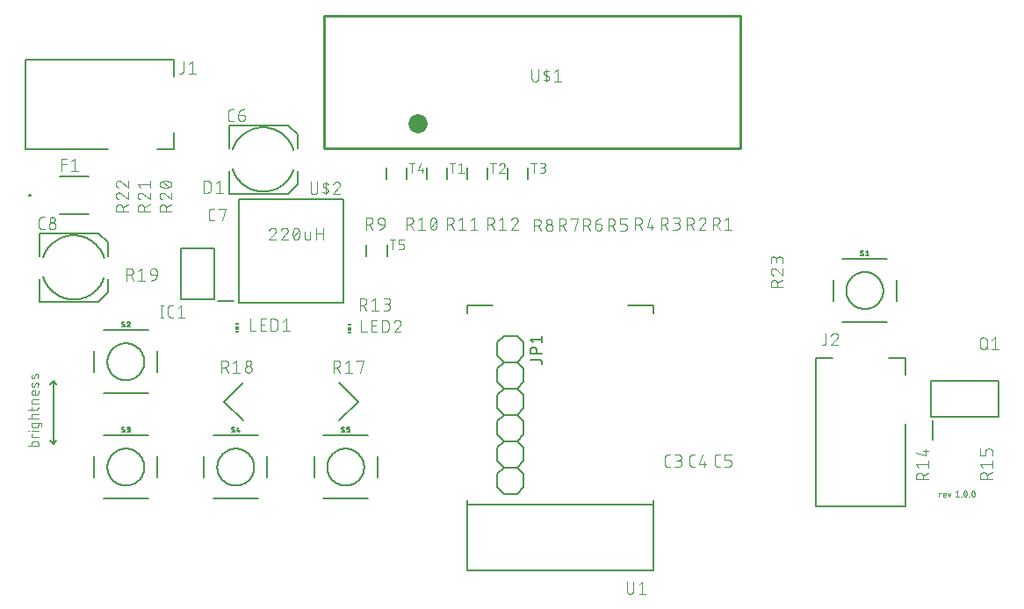
<source format=gbr>
G04 EAGLE Gerber RS-274X export*
G75*
%MOMM*%
%FSLAX34Y34*%
%LPD*%
%INSilkscreen Top*%
%IPPOS*%
%AMOC8*
5,1,8,0,0,1.08239X$1,22.5*%
G01*
%ADD10C,0.076200*%
%ADD11C,0.152400*%
%ADD12C,0.050800*%
%ADD13C,0.101600*%
%ADD14C,0.203200*%
%ADD15C,0.200000*%
%ADD16R,0.300000X0.150000*%
%ADD17R,0.300000X0.300000*%
%ADD18C,0.127000*%
%ADD19C,0.254000*%
%ADD20C,1.843906*%


D10*
X12221Y64381D02*
X21619Y64381D01*
X21619Y66992D01*
X21617Y67069D01*
X21611Y67145D01*
X21602Y67222D01*
X21589Y67298D01*
X21572Y67373D01*
X21552Y67447D01*
X21527Y67520D01*
X21500Y67591D01*
X21469Y67662D01*
X21434Y67730D01*
X21396Y67797D01*
X21355Y67862D01*
X21311Y67925D01*
X21264Y67985D01*
X21213Y68044D01*
X21160Y68099D01*
X21105Y68152D01*
X21046Y68203D01*
X20986Y68250D01*
X20923Y68294D01*
X20858Y68335D01*
X20791Y68373D01*
X20723Y68408D01*
X20652Y68439D01*
X20581Y68466D01*
X20508Y68491D01*
X20434Y68511D01*
X20359Y68528D01*
X20283Y68541D01*
X20206Y68550D01*
X20130Y68556D01*
X20053Y68558D01*
X16920Y68558D01*
X16843Y68556D01*
X16767Y68550D01*
X16690Y68541D01*
X16614Y68528D01*
X16539Y68511D01*
X16465Y68491D01*
X16392Y68466D01*
X16321Y68439D01*
X16250Y68408D01*
X16182Y68373D01*
X16115Y68335D01*
X16050Y68294D01*
X15987Y68250D01*
X15927Y68203D01*
X15868Y68152D01*
X15813Y68099D01*
X15760Y68044D01*
X15709Y67985D01*
X15662Y67925D01*
X15618Y67862D01*
X15577Y67797D01*
X15539Y67730D01*
X15504Y67662D01*
X15473Y67591D01*
X15446Y67520D01*
X15421Y67447D01*
X15401Y67373D01*
X15384Y67298D01*
X15371Y67222D01*
X15362Y67145D01*
X15356Y67069D01*
X15354Y66992D01*
X15354Y64381D01*
X15354Y72616D02*
X21619Y72616D01*
X15354Y72616D02*
X15354Y75749D01*
X16398Y75749D01*
X15354Y78616D02*
X21619Y78616D01*
X12743Y78355D02*
X12221Y78355D01*
X12221Y78877D01*
X12743Y78877D01*
X12743Y78355D01*
X21619Y83839D02*
X21619Y86450D01*
X21619Y83839D02*
X21617Y83762D01*
X21611Y83686D01*
X21602Y83609D01*
X21589Y83533D01*
X21572Y83458D01*
X21552Y83384D01*
X21527Y83311D01*
X21500Y83240D01*
X21469Y83169D01*
X21434Y83101D01*
X21396Y83034D01*
X21355Y82969D01*
X21311Y82906D01*
X21264Y82846D01*
X21213Y82787D01*
X21160Y82732D01*
X21105Y82679D01*
X21046Y82628D01*
X20986Y82581D01*
X20923Y82537D01*
X20858Y82496D01*
X20791Y82458D01*
X20723Y82423D01*
X20652Y82392D01*
X20581Y82365D01*
X20508Y82340D01*
X20434Y82320D01*
X20359Y82303D01*
X20283Y82290D01*
X20206Y82281D01*
X20130Y82275D01*
X20053Y82273D01*
X16920Y82273D01*
X16843Y82275D01*
X16767Y82281D01*
X16690Y82290D01*
X16614Y82303D01*
X16539Y82320D01*
X16465Y82340D01*
X16392Y82365D01*
X16321Y82392D01*
X16250Y82423D01*
X16182Y82458D01*
X16115Y82496D01*
X16050Y82537D01*
X15987Y82581D01*
X15927Y82628D01*
X15868Y82679D01*
X15813Y82732D01*
X15760Y82787D01*
X15709Y82846D01*
X15662Y82906D01*
X15618Y82969D01*
X15577Y83034D01*
X15539Y83101D01*
X15504Y83169D01*
X15473Y83240D01*
X15446Y83311D01*
X15421Y83384D01*
X15401Y83458D01*
X15384Y83533D01*
X15371Y83609D01*
X15362Y83686D01*
X15356Y83762D01*
X15354Y83839D01*
X15354Y86450D01*
X23185Y86450D01*
X23185Y86449D02*
X23262Y86447D01*
X23338Y86441D01*
X23415Y86432D01*
X23491Y86419D01*
X23566Y86402D01*
X23640Y86382D01*
X23713Y86357D01*
X23784Y86330D01*
X23855Y86299D01*
X23923Y86264D01*
X23990Y86226D01*
X24055Y86185D01*
X24118Y86141D01*
X24178Y86094D01*
X24237Y86043D01*
X24292Y85990D01*
X24345Y85935D01*
X24396Y85876D01*
X24443Y85816D01*
X24487Y85753D01*
X24528Y85688D01*
X24566Y85621D01*
X24601Y85553D01*
X24632Y85482D01*
X24659Y85411D01*
X24684Y85338D01*
X24704Y85264D01*
X24721Y85189D01*
X24734Y85113D01*
X24743Y85036D01*
X24749Y84960D01*
X24751Y84883D01*
X24752Y84883D02*
X24752Y82795D01*
X21619Y90853D02*
X12221Y90853D01*
X15354Y90853D02*
X15354Y93463D01*
X15356Y93540D01*
X15362Y93616D01*
X15371Y93693D01*
X15384Y93769D01*
X15401Y93844D01*
X15421Y93918D01*
X15446Y93991D01*
X15473Y94062D01*
X15504Y94133D01*
X15539Y94201D01*
X15577Y94268D01*
X15618Y94333D01*
X15662Y94396D01*
X15709Y94456D01*
X15760Y94515D01*
X15813Y94570D01*
X15868Y94623D01*
X15927Y94674D01*
X15987Y94721D01*
X16050Y94765D01*
X16115Y94806D01*
X16182Y94844D01*
X16250Y94879D01*
X16321Y94910D01*
X16392Y94937D01*
X16465Y94962D01*
X16539Y94982D01*
X16614Y94999D01*
X16690Y95012D01*
X16766Y95021D01*
X16843Y95027D01*
X16920Y95029D01*
X16920Y95030D02*
X21619Y95030D01*
X15354Y98314D02*
X15354Y101446D01*
X12221Y99358D02*
X20053Y99358D01*
X20130Y99360D01*
X20206Y99366D01*
X20283Y99375D01*
X20359Y99388D01*
X20434Y99405D01*
X20508Y99425D01*
X20581Y99450D01*
X20652Y99477D01*
X20723Y99508D01*
X20791Y99543D01*
X20858Y99581D01*
X20923Y99622D01*
X20986Y99666D01*
X21046Y99713D01*
X21105Y99764D01*
X21160Y99817D01*
X21213Y99872D01*
X21264Y99931D01*
X21311Y99991D01*
X21355Y100054D01*
X21396Y100119D01*
X21434Y100186D01*
X21469Y100254D01*
X21500Y100325D01*
X21527Y100396D01*
X21552Y100469D01*
X21572Y100543D01*
X21589Y100618D01*
X21602Y100694D01*
X21611Y100771D01*
X21617Y100847D01*
X21619Y100924D01*
X21619Y101446D01*
X21619Y105178D02*
X15354Y105178D01*
X15354Y107789D01*
X15356Y107866D01*
X15362Y107942D01*
X15371Y108019D01*
X15384Y108095D01*
X15401Y108170D01*
X15421Y108244D01*
X15446Y108317D01*
X15473Y108388D01*
X15504Y108459D01*
X15539Y108527D01*
X15577Y108594D01*
X15618Y108659D01*
X15662Y108722D01*
X15709Y108782D01*
X15760Y108841D01*
X15813Y108896D01*
X15868Y108949D01*
X15927Y109000D01*
X15987Y109047D01*
X16050Y109091D01*
X16115Y109132D01*
X16182Y109170D01*
X16250Y109205D01*
X16321Y109236D01*
X16392Y109263D01*
X16465Y109288D01*
X16539Y109308D01*
X16614Y109325D01*
X16690Y109338D01*
X16766Y109347D01*
X16843Y109353D01*
X16920Y109355D01*
X21619Y109355D01*
X21619Y114974D02*
X21619Y117585D01*
X21619Y114974D02*
X21617Y114897D01*
X21611Y114821D01*
X21602Y114744D01*
X21589Y114668D01*
X21572Y114593D01*
X21552Y114519D01*
X21527Y114446D01*
X21500Y114375D01*
X21469Y114304D01*
X21434Y114236D01*
X21396Y114169D01*
X21355Y114104D01*
X21311Y114041D01*
X21264Y113981D01*
X21213Y113922D01*
X21160Y113867D01*
X21105Y113814D01*
X21046Y113763D01*
X20986Y113716D01*
X20923Y113672D01*
X20858Y113631D01*
X20791Y113593D01*
X20723Y113558D01*
X20652Y113527D01*
X20581Y113500D01*
X20508Y113475D01*
X20434Y113455D01*
X20359Y113438D01*
X20283Y113425D01*
X20206Y113416D01*
X20130Y113410D01*
X20053Y113408D01*
X17442Y113408D01*
X17352Y113410D01*
X17263Y113416D01*
X17173Y113425D01*
X17084Y113439D01*
X16996Y113456D01*
X16909Y113477D01*
X16822Y113502D01*
X16737Y113531D01*
X16653Y113563D01*
X16571Y113598D01*
X16490Y113638D01*
X16411Y113680D01*
X16334Y113726D01*
X16259Y113776D01*
X16186Y113828D01*
X16115Y113884D01*
X16047Y113942D01*
X15982Y114004D01*
X15919Y114068D01*
X15859Y114135D01*
X15802Y114204D01*
X15748Y114276D01*
X15697Y114350D01*
X15649Y114426D01*
X15605Y114504D01*
X15564Y114584D01*
X15526Y114666D01*
X15492Y114749D01*
X15462Y114834D01*
X15435Y114920D01*
X15412Y115006D01*
X15393Y115094D01*
X15378Y115183D01*
X15366Y115272D01*
X15358Y115361D01*
X15354Y115451D01*
X15354Y115541D01*
X15358Y115631D01*
X15366Y115720D01*
X15378Y115809D01*
X15393Y115898D01*
X15412Y115986D01*
X15435Y116072D01*
X15462Y116158D01*
X15492Y116243D01*
X15526Y116326D01*
X15564Y116408D01*
X15605Y116488D01*
X15649Y116566D01*
X15697Y116642D01*
X15748Y116716D01*
X15802Y116788D01*
X15859Y116857D01*
X15919Y116924D01*
X15982Y116988D01*
X16047Y117050D01*
X16115Y117108D01*
X16186Y117164D01*
X16259Y117216D01*
X16334Y117266D01*
X16411Y117312D01*
X16490Y117354D01*
X16571Y117394D01*
X16653Y117429D01*
X16737Y117461D01*
X16822Y117490D01*
X16909Y117515D01*
X16996Y117536D01*
X17084Y117553D01*
X17173Y117567D01*
X17263Y117576D01*
X17352Y117582D01*
X17442Y117584D01*
X17442Y117585D02*
X18486Y117585D01*
X18486Y113408D01*
X17964Y122116D02*
X19008Y124726D01*
X17964Y122116D02*
X17936Y122050D01*
X17903Y121985D01*
X17868Y121922D01*
X17829Y121861D01*
X17787Y121802D01*
X17742Y121746D01*
X17694Y121692D01*
X17643Y121641D01*
X17590Y121592D01*
X17533Y121547D01*
X17475Y121504D01*
X17415Y121465D01*
X17352Y121428D01*
X17287Y121396D01*
X17221Y121367D01*
X17154Y121341D01*
X17085Y121319D01*
X17015Y121301D01*
X16944Y121286D01*
X16873Y121275D01*
X16801Y121268D01*
X16729Y121265D01*
X16657Y121266D01*
X16584Y121271D01*
X16513Y121279D01*
X16441Y121291D01*
X16371Y121307D01*
X16302Y121327D01*
X16233Y121351D01*
X16166Y121378D01*
X16101Y121408D01*
X16037Y121442D01*
X15975Y121480D01*
X15915Y121520D01*
X15858Y121564D01*
X15803Y121611D01*
X15750Y121661D01*
X15701Y121713D01*
X15654Y121768D01*
X15610Y121825D01*
X15569Y121885D01*
X15532Y121947D01*
X15497Y122011D01*
X15467Y122076D01*
X15439Y122143D01*
X15416Y122211D01*
X15396Y122281D01*
X15380Y122351D01*
X15367Y122422D01*
X15359Y122494D01*
X15354Y122566D01*
X15353Y122638D01*
X15354Y122638D02*
X15358Y122789D01*
X15366Y122940D01*
X15377Y123091D01*
X15393Y123242D01*
X15413Y123392D01*
X15436Y123542D01*
X15463Y123691D01*
X15494Y123839D01*
X15529Y123987D01*
X15567Y124133D01*
X15610Y124279D01*
X15656Y124423D01*
X15705Y124566D01*
X15758Y124708D01*
X15815Y124848D01*
X15876Y124987D01*
X19008Y124727D02*
X19036Y124793D01*
X19069Y124858D01*
X19104Y124921D01*
X19143Y124982D01*
X19185Y125041D01*
X19230Y125097D01*
X19278Y125151D01*
X19329Y125202D01*
X19382Y125251D01*
X19439Y125297D01*
X19497Y125339D01*
X19557Y125378D01*
X19620Y125415D01*
X19685Y125447D01*
X19751Y125476D01*
X19818Y125502D01*
X19887Y125524D01*
X19957Y125542D01*
X20028Y125557D01*
X20099Y125568D01*
X20171Y125575D01*
X20243Y125578D01*
X20315Y125577D01*
X20388Y125572D01*
X20459Y125564D01*
X20531Y125552D01*
X20601Y125536D01*
X20670Y125516D01*
X20739Y125492D01*
X20806Y125465D01*
X20871Y125435D01*
X20935Y125401D01*
X20997Y125363D01*
X21057Y125323D01*
X21114Y125279D01*
X21169Y125232D01*
X21222Y125182D01*
X21271Y125130D01*
X21318Y125075D01*
X21362Y125018D01*
X21403Y124958D01*
X21440Y124896D01*
X21475Y124832D01*
X21505Y124767D01*
X21533Y124700D01*
X21556Y124632D01*
X21576Y124562D01*
X21592Y124492D01*
X21605Y124421D01*
X21613Y124349D01*
X21618Y124277D01*
X21619Y124205D01*
X21614Y123995D01*
X21603Y123786D01*
X21588Y123577D01*
X21568Y123369D01*
X21542Y123161D01*
X21512Y122954D01*
X21477Y122747D01*
X21437Y122542D01*
X21393Y122337D01*
X21343Y122134D01*
X21289Y121931D01*
X21229Y121730D01*
X21166Y121531D01*
X21097Y121333D01*
X17964Y130041D02*
X19008Y132651D01*
X17964Y130040D02*
X17936Y129974D01*
X17903Y129909D01*
X17868Y129846D01*
X17829Y129785D01*
X17787Y129726D01*
X17742Y129670D01*
X17694Y129616D01*
X17643Y129565D01*
X17590Y129516D01*
X17533Y129471D01*
X17475Y129428D01*
X17415Y129389D01*
X17352Y129352D01*
X17287Y129320D01*
X17221Y129291D01*
X17154Y129265D01*
X17085Y129243D01*
X17015Y129225D01*
X16944Y129210D01*
X16873Y129199D01*
X16801Y129192D01*
X16729Y129189D01*
X16657Y129190D01*
X16584Y129195D01*
X16513Y129203D01*
X16441Y129215D01*
X16371Y129231D01*
X16302Y129251D01*
X16233Y129275D01*
X16166Y129302D01*
X16101Y129332D01*
X16037Y129366D01*
X15975Y129404D01*
X15915Y129444D01*
X15858Y129488D01*
X15803Y129535D01*
X15750Y129585D01*
X15701Y129637D01*
X15654Y129692D01*
X15610Y129749D01*
X15569Y129809D01*
X15532Y129871D01*
X15497Y129935D01*
X15467Y130000D01*
X15439Y130067D01*
X15416Y130135D01*
X15396Y130205D01*
X15380Y130275D01*
X15367Y130346D01*
X15359Y130418D01*
X15354Y130490D01*
X15353Y130562D01*
X15354Y130563D02*
X15358Y130714D01*
X15366Y130865D01*
X15377Y131016D01*
X15393Y131167D01*
X15413Y131317D01*
X15436Y131467D01*
X15463Y131616D01*
X15494Y131764D01*
X15529Y131912D01*
X15567Y132058D01*
X15610Y132204D01*
X15656Y132348D01*
X15705Y132491D01*
X15758Y132633D01*
X15815Y132773D01*
X15876Y132912D01*
X19008Y132651D02*
X19036Y132717D01*
X19069Y132782D01*
X19104Y132845D01*
X19143Y132906D01*
X19185Y132965D01*
X19230Y133021D01*
X19278Y133075D01*
X19329Y133126D01*
X19382Y133175D01*
X19439Y133221D01*
X19497Y133263D01*
X19557Y133302D01*
X19620Y133339D01*
X19685Y133371D01*
X19751Y133400D01*
X19818Y133426D01*
X19887Y133448D01*
X19957Y133466D01*
X20028Y133481D01*
X20099Y133492D01*
X20171Y133499D01*
X20243Y133502D01*
X20315Y133501D01*
X20388Y133496D01*
X20459Y133488D01*
X20531Y133476D01*
X20601Y133460D01*
X20670Y133440D01*
X20739Y133416D01*
X20806Y133389D01*
X20871Y133359D01*
X20935Y133325D01*
X20997Y133287D01*
X21057Y133247D01*
X21114Y133203D01*
X21169Y133156D01*
X21222Y133106D01*
X21271Y133054D01*
X21318Y132999D01*
X21362Y132942D01*
X21403Y132882D01*
X21440Y132820D01*
X21475Y132756D01*
X21505Y132691D01*
X21533Y132624D01*
X21556Y132556D01*
X21576Y132486D01*
X21592Y132416D01*
X21605Y132345D01*
X21613Y132273D01*
X21618Y132201D01*
X21619Y132129D01*
X21614Y131919D01*
X21603Y131710D01*
X21588Y131501D01*
X21568Y131293D01*
X21542Y131085D01*
X21512Y130878D01*
X21477Y130671D01*
X21437Y130466D01*
X21393Y130261D01*
X21343Y130058D01*
X21289Y129855D01*
X21229Y129654D01*
X21166Y129455D01*
X21097Y129257D01*
D11*
X36000Y127000D02*
X36000Y66000D01*
X33000Y69000D01*
X36000Y66000D02*
X39000Y69000D01*
X39000Y124000D02*
X36000Y127000D01*
X33000Y124000D01*
X312000Y125000D02*
X330000Y107000D01*
X312000Y89000D01*
X219000Y89000D02*
X201000Y107000D01*
X219000Y125000D01*
D12*
X890254Y18979D02*
X890254Y15254D01*
X890254Y18979D02*
X892117Y18979D01*
X892117Y18358D01*
X894810Y15254D02*
X896363Y15254D01*
X894810Y15254D02*
X894752Y15256D01*
X894693Y15261D01*
X894636Y15270D01*
X894578Y15283D01*
X894522Y15300D01*
X894467Y15319D01*
X894414Y15343D01*
X894361Y15369D01*
X894311Y15399D01*
X894263Y15432D01*
X894217Y15468D01*
X894173Y15506D01*
X894131Y15548D01*
X894093Y15592D01*
X894057Y15638D01*
X894024Y15686D01*
X893994Y15736D01*
X893968Y15789D01*
X893944Y15842D01*
X893925Y15897D01*
X893908Y15953D01*
X893895Y16011D01*
X893886Y16068D01*
X893881Y16127D01*
X893879Y16185D01*
X893879Y17738D01*
X893881Y17808D01*
X893887Y17877D01*
X893897Y17946D01*
X893910Y18014D01*
X893928Y18082D01*
X893949Y18148D01*
X893974Y18213D01*
X894002Y18277D01*
X894034Y18339D01*
X894069Y18399D01*
X894108Y18457D01*
X894150Y18512D01*
X894195Y18566D01*
X894243Y18616D01*
X894293Y18664D01*
X894347Y18709D01*
X894402Y18751D01*
X894460Y18790D01*
X894520Y18825D01*
X894582Y18857D01*
X894646Y18885D01*
X894711Y18910D01*
X894777Y18931D01*
X894845Y18949D01*
X894913Y18962D01*
X894982Y18972D01*
X895051Y18978D01*
X895121Y18980D01*
X895191Y18978D01*
X895260Y18972D01*
X895329Y18962D01*
X895397Y18949D01*
X895465Y18931D01*
X895531Y18910D01*
X895596Y18885D01*
X895660Y18857D01*
X895722Y18825D01*
X895782Y18790D01*
X895840Y18751D01*
X895895Y18709D01*
X895949Y18664D01*
X895999Y18616D01*
X896047Y18566D01*
X896092Y18512D01*
X896134Y18457D01*
X896173Y18399D01*
X896208Y18339D01*
X896240Y18277D01*
X896268Y18213D01*
X896293Y18148D01*
X896314Y18082D01*
X896332Y18014D01*
X896345Y17946D01*
X896355Y17877D01*
X896361Y17808D01*
X896363Y17738D01*
X896363Y17117D01*
X893879Y17117D01*
X898451Y18979D02*
X899693Y15254D01*
X900935Y18979D01*
X906004Y19600D02*
X907557Y20842D01*
X907557Y15254D01*
X909109Y15254D02*
X906004Y15254D01*
X911242Y15254D02*
X911242Y15564D01*
X911552Y15564D01*
X911552Y15254D01*
X911242Y15254D01*
X913685Y18048D02*
X913687Y18179D01*
X913692Y18309D01*
X913702Y18439D01*
X913715Y18569D01*
X913731Y18699D01*
X913751Y18828D01*
X913775Y18956D01*
X913803Y19083D01*
X913834Y19210D01*
X913869Y19336D01*
X913907Y19461D01*
X913949Y19585D01*
X913994Y19707D01*
X914043Y19828D01*
X914095Y19948D01*
X914151Y20066D01*
X914150Y20066D02*
X914173Y20126D01*
X914199Y20186D01*
X914228Y20243D01*
X914261Y20299D01*
X914297Y20353D01*
X914335Y20405D01*
X914377Y20455D01*
X914421Y20502D01*
X914468Y20547D01*
X914518Y20589D01*
X914569Y20628D01*
X914623Y20664D01*
X914679Y20697D01*
X914736Y20727D01*
X914795Y20754D01*
X914856Y20777D01*
X914917Y20797D01*
X914980Y20813D01*
X915044Y20826D01*
X915108Y20835D01*
X915172Y20840D01*
X915237Y20842D01*
X915302Y20840D01*
X915366Y20835D01*
X915430Y20826D01*
X915494Y20813D01*
X915557Y20797D01*
X915618Y20777D01*
X915679Y20754D01*
X915738Y20727D01*
X915795Y20697D01*
X915851Y20664D01*
X915905Y20628D01*
X915956Y20589D01*
X916006Y20547D01*
X916053Y20502D01*
X916097Y20455D01*
X916139Y20405D01*
X916177Y20353D01*
X916213Y20299D01*
X916246Y20243D01*
X916275Y20186D01*
X916301Y20126D01*
X916324Y20066D01*
X916380Y19948D01*
X916432Y19828D01*
X916481Y19707D01*
X916526Y19585D01*
X916568Y19461D01*
X916606Y19336D01*
X916641Y19210D01*
X916672Y19084D01*
X916700Y18956D01*
X916724Y18828D01*
X916744Y18699D01*
X916760Y18569D01*
X916773Y18439D01*
X916783Y18309D01*
X916788Y18179D01*
X916790Y18048D01*
X913685Y18048D02*
X913687Y17917D01*
X913692Y17787D01*
X913702Y17657D01*
X913715Y17527D01*
X913731Y17397D01*
X913751Y17268D01*
X913775Y17140D01*
X913803Y17013D01*
X913834Y16886D01*
X913869Y16760D01*
X913907Y16635D01*
X913949Y16511D01*
X913994Y16389D01*
X914043Y16268D01*
X914095Y16148D01*
X914151Y16030D01*
X914150Y16030D02*
X914173Y15970D01*
X914199Y15910D01*
X914228Y15853D01*
X914261Y15797D01*
X914297Y15743D01*
X914335Y15691D01*
X914377Y15641D01*
X914421Y15594D01*
X914468Y15549D01*
X914518Y15507D01*
X914569Y15468D01*
X914623Y15432D01*
X914679Y15399D01*
X914736Y15369D01*
X914795Y15342D01*
X914856Y15319D01*
X914917Y15299D01*
X914980Y15283D01*
X915044Y15270D01*
X915108Y15261D01*
X915172Y15256D01*
X915237Y15254D01*
X916324Y16030D02*
X916380Y16148D01*
X916432Y16268D01*
X916481Y16389D01*
X916526Y16511D01*
X916568Y16635D01*
X916606Y16760D01*
X916641Y16886D01*
X916672Y17012D01*
X916700Y17140D01*
X916724Y17268D01*
X916744Y17397D01*
X916760Y17527D01*
X916773Y17657D01*
X916783Y17787D01*
X916788Y17917D01*
X916790Y18048D01*
X916324Y16030D02*
X916301Y15970D01*
X916275Y15910D01*
X916246Y15853D01*
X916213Y15797D01*
X916177Y15743D01*
X916139Y15691D01*
X916097Y15641D01*
X916053Y15594D01*
X916006Y15549D01*
X915956Y15507D01*
X915905Y15468D01*
X915851Y15432D01*
X915795Y15399D01*
X915738Y15369D01*
X915679Y15342D01*
X915618Y15319D01*
X915557Y15299D01*
X915494Y15283D01*
X915430Y15270D01*
X915366Y15261D01*
X915302Y15256D01*
X915237Y15254D01*
X913996Y16496D02*
X916479Y19600D01*
X918923Y15564D02*
X918923Y15254D01*
X918923Y15564D02*
X919233Y15564D01*
X919233Y15254D01*
X918923Y15254D01*
X921366Y18048D02*
X921368Y18179D01*
X921373Y18309D01*
X921383Y18439D01*
X921396Y18569D01*
X921412Y18699D01*
X921432Y18828D01*
X921456Y18956D01*
X921484Y19083D01*
X921515Y19210D01*
X921550Y19336D01*
X921588Y19461D01*
X921630Y19585D01*
X921675Y19707D01*
X921724Y19828D01*
X921776Y19948D01*
X921832Y20066D01*
X921831Y20066D02*
X921854Y20126D01*
X921880Y20186D01*
X921909Y20243D01*
X921942Y20299D01*
X921978Y20353D01*
X922016Y20405D01*
X922058Y20455D01*
X922102Y20502D01*
X922149Y20547D01*
X922199Y20589D01*
X922250Y20628D01*
X922304Y20664D01*
X922360Y20697D01*
X922417Y20727D01*
X922476Y20754D01*
X922537Y20777D01*
X922598Y20797D01*
X922661Y20813D01*
X922725Y20826D01*
X922789Y20835D01*
X922853Y20840D01*
X922918Y20842D01*
X922983Y20840D01*
X923047Y20835D01*
X923111Y20826D01*
X923175Y20813D01*
X923238Y20797D01*
X923299Y20777D01*
X923360Y20754D01*
X923419Y20727D01*
X923476Y20697D01*
X923532Y20664D01*
X923586Y20628D01*
X923637Y20589D01*
X923687Y20547D01*
X923734Y20502D01*
X923778Y20455D01*
X923820Y20405D01*
X923858Y20353D01*
X923894Y20299D01*
X923927Y20243D01*
X923956Y20186D01*
X923982Y20126D01*
X924005Y20066D01*
X924061Y19948D01*
X924113Y19828D01*
X924162Y19707D01*
X924207Y19585D01*
X924249Y19461D01*
X924287Y19336D01*
X924322Y19210D01*
X924353Y19084D01*
X924381Y18956D01*
X924405Y18828D01*
X924425Y18699D01*
X924441Y18569D01*
X924454Y18439D01*
X924464Y18309D01*
X924469Y18179D01*
X924471Y18048D01*
X921366Y18048D02*
X921368Y17917D01*
X921373Y17787D01*
X921383Y17657D01*
X921396Y17527D01*
X921412Y17397D01*
X921432Y17268D01*
X921456Y17140D01*
X921484Y17013D01*
X921515Y16886D01*
X921550Y16760D01*
X921588Y16635D01*
X921630Y16511D01*
X921675Y16389D01*
X921724Y16268D01*
X921776Y16148D01*
X921832Y16030D01*
X921831Y16030D02*
X921854Y15970D01*
X921880Y15910D01*
X921909Y15853D01*
X921942Y15797D01*
X921978Y15743D01*
X922016Y15691D01*
X922058Y15641D01*
X922102Y15594D01*
X922149Y15549D01*
X922199Y15507D01*
X922250Y15468D01*
X922304Y15432D01*
X922360Y15399D01*
X922417Y15369D01*
X922476Y15342D01*
X922537Y15319D01*
X922598Y15299D01*
X922661Y15283D01*
X922725Y15270D01*
X922789Y15261D01*
X922853Y15256D01*
X922918Y15254D01*
X924005Y16030D02*
X924061Y16148D01*
X924113Y16268D01*
X924162Y16389D01*
X924207Y16511D01*
X924249Y16635D01*
X924287Y16760D01*
X924322Y16886D01*
X924353Y17012D01*
X924381Y17140D01*
X924405Y17268D01*
X924425Y17397D01*
X924441Y17527D01*
X924454Y17657D01*
X924464Y17787D01*
X924469Y17917D01*
X924471Y18048D01*
X924005Y16030D02*
X923982Y15970D01*
X923956Y15910D01*
X923927Y15853D01*
X923894Y15797D01*
X923858Y15743D01*
X923820Y15691D01*
X923778Y15641D01*
X923734Y15594D01*
X923687Y15549D01*
X923637Y15507D01*
X923586Y15468D01*
X923532Y15432D01*
X923476Y15399D01*
X923419Y15369D01*
X923360Y15342D01*
X923299Y15319D01*
X923238Y15299D01*
X923175Y15283D01*
X923111Y15270D01*
X923047Y15261D01*
X922983Y15256D01*
X922918Y15254D01*
X921677Y16496D02*
X924160Y19600D01*
D13*
X631051Y43858D02*
X628454Y43858D01*
X628355Y43860D01*
X628255Y43866D01*
X628156Y43875D01*
X628058Y43888D01*
X627960Y43905D01*
X627862Y43926D01*
X627766Y43951D01*
X627671Y43979D01*
X627577Y44011D01*
X627484Y44046D01*
X627392Y44085D01*
X627302Y44128D01*
X627214Y44173D01*
X627127Y44223D01*
X627043Y44275D01*
X626960Y44331D01*
X626880Y44389D01*
X626802Y44451D01*
X626727Y44516D01*
X626654Y44584D01*
X626584Y44654D01*
X626516Y44727D01*
X626451Y44802D01*
X626389Y44880D01*
X626331Y44960D01*
X626275Y45043D01*
X626223Y45127D01*
X626173Y45214D01*
X626128Y45302D01*
X626085Y45392D01*
X626046Y45484D01*
X626011Y45577D01*
X625979Y45671D01*
X625951Y45766D01*
X625926Y45862D01*
X625905Y45960D01*
X625888Y46058D01*
X625875Y46156D01*
X625866Y46255D01*
X625860Y46355D01*
X625858Y46454D01*
X625858Y52946D01*
X625860Y53045D01*
X625866Y53145D01*
X625875Y53244D01*
X625888Y53342D01*
X625905Y53440D01*
X625926Y53538D01*
X625951Y53634D01*
X625979Y53729D01*
X626011Y53823D01*
X626046Y53916D01*
X626085Y54008D01*
X626128Y54098D01*
X626173Y54186D01*
X626223Y54273D01*
X626275Y54357D01*
X626331Y54440D01*
X626389Y54520D01*
X626451Y54598D01*
X626516Y54673D01*
X626584Y54746D01*
X626654Y54816D01*
X626727Y54884D01*
X626802Y54949D01*
X626880Y55011D01*
X626960Y55069D01*
X627043Y55125D01*
X627127Y55177D01*
X627214Y55227D01*
X627302Y55272D01*
X627392Y55315D01*
X627484Y55354D01*
X627576Y55389D01*
X627671Y55421D01*
X627766Y55449D01*
X627862Y55474D01*
X627960Y55495D01*
X628058Y55512D01*
X628156Y55525D01*
X628255Y55534D01*
X628355Y55540D01*
X628454Y55542D01*
X631051Y55542D01*
X635416Y43858D02*
X638662Y43858D01*
X638775Y43860D01*
X638888Y43866D01*
X639001Y43876D01*
X639114Y43890D01*
X639226Y43907D01*
X639337Y43929D01*
X639447Y43954D01*
X639557Y43984D01*
X639665Y44017D01*
X639772Y44054D01*
X639878Y44094D01*
X639982Y44139D01*
X640085Y44187D01*
X640186Y44238D01*
X640285Y44293D01*
X640382Y44351D01*
X640477Y44413D01*
X640570Y44478D01*
X640660Y44546D01*
X640748Y44617D01*
X640834Y44692D01*
X640917Y44769D01*
X640997Y44849D01*
X641074Y44932D01*
X641149Y45018D01*
X641220Y45106D01*
X641288Y45196D01*
X641353Y45289D01*
X641415Y45384D01*
X641473Y45481D01*
X641528Y45580D01*
X641579Y45681D01*
X641627Y45784D01*
X641672Y45888D01*
X641712Y45994D01*
X641749Y46101D01*
X641782Y46209D01*
X641812Y46319D01*
X641837Y46429D01*
X641859Y46540D01*
X641876Y46652D01*
X641890Y46765D01*
X641900Y46878D01*
X641906Y46991D01*
X641908Y47104D01*
X641906Y47217D01*
X641900Y47330D01*
X641890Y47443D01*
X641876Y47556D01*
X641859Y47668D01*
X641837Y47779D01*
X641812Y47889D01*
X641782Y47999D01*
X641749Y48107D01*
X641712Y48214D01*
X641672Y48320D01*
X641627Y48424D01*
X641579Y48527D01*
X641528Y48628D01*
X641473Y48727D01*
X641415Y48824D01*
X641353Y48919D01*
X641288Y49012D01*
X641220Y49102D01*
X641149Y49190D01*
X641074Y49276D01*
X640997Y49359D01*
X640917Y49439D01*
X640834Y49516D01*
X640748Y49591D01*
X640660Y49662D01*
X640570Y49730D01*
X640477Y49795D01*
X640382Y49857D01*
X640285Y49915D01*
X640186Y49970D01*
X640085Y50021D01*
X639982Y50069D01*
X639878Y50114D01*
X639772Y50154D01*
X639665Y50191D01*
X639557Y50224D01*
X639447Y50254D01*
X639337Y50279D01*
X639226Y50301D01*
X639114Y50318D01*
X639001Y50332D01*
X638888Y50342D01*
X638775Y50348D01*
X638662Y50350D01*
X639311Y55542D02*
X635416Y55542D01*
X639311Y55542D02*
X639412Y55540D01*
X639512Y55534D01*
X639612Y55524D01*
X639712Y55511D01*
X639811Y55493D01*
X639910Y55472D01*
X640007Y55447D01*
X640104Y55418D01*
X640199Y55385D01*
X640293Y55349D01*
X640385Y55309D01*
X640476Y55266D01*
X640565Y55219D01*
X640652Y55169D01*
X640738Y55115D01*
X640821Y55058D01*
X640901Y54998D01*
X640980Y54935D01*
X641056Y54868D01*
X641129Y54799D01*
X641199Y54727D01*
X641267Y54653D01*
X641332Y54576D01*
X641393Y54496D01*
X641452Y54414D01*
X641507Y54330D01*
X641559Y54244D01*
X641608Y54156D01*
X641653Y54066D01*
X641695Y53974D01*
X641733Y53881D01*
X641767Y53786D01*
X641798Y53691D01*
X641825Y53594D01*
X641848Y53496D01*
X641868Y53397D01*
X641883Y53297D01*
X641895Y53197D01*
X641903Y53097D01*
X641907Y52996D01*
X641907Y52896D01*
X641903Y52795D01*
X641895Y52695D01*
X641883Y52595D01*
X641868Y52495D01*
X641848Y52396D01*
X641825Y52298D01*
X641798Y52201D01*
X641767Y52106D01*
X641733Y52011D01*
X641695Y51918D01*
X641653Y51826D01*
X641608Y51736D01*
X641559Y51648D01*
X641507Y51562D01*
X641452Y51478D01*
X641393Y51396D01*
X641332Y51316D01*
X641267Y51239D01*
X641199Y51165D01*
X641129Y51093D01*
X641056Y51024D01*
X640980Y50957D01*
X640901Y50894D01*
X640821Y50834D01*
X640738Y50777D01*
X640652Y50723D01*
X640565Y50673D01*
X640476Y50626D01*
X640385Y50583D01*
X640293Y50543D01*
X640199Y50507D01*
X640104Y50474D01*
X640007Y50445D01*
X639910Y50420D01*
X639811Y50399D01*
X639712Y50381D01*
X639612Y50368D01*
X639512Y50358D01*
X639412Y50352D01*
X639311Y50350D01*
X639311Y50349D02*
X636714Y50349D01*
X652154Y44058D02*
X654751Y44058D01*
X652154Y44058D02*
X652055Y44060D01*
X651955Y44066D01*
X651856Y44075D01*
X651758Y44088D01*
X651660Y44105D01*
X651562Y44126D01*
X651466Y44151D01*
X651371Y44179D01*
X651277Y44211D01*
X651184Y44246D01*
X651092Y44285D01*
X651002Y44328D01*
X650914Y44373D01*
X650827Y44423D01*
X650743Y44475D01*
X650660Y44531D01*
X650580Y44589D01*
X650502Y44651D01*
X650427Y44716D01*
X650354Y44784D01*
X650284Y44854D01*
X650216Y44927D01*
X650151Y45002D01*
X650089Y45080D01*
X650031Y45160D01*
X649975Y45243D01*
X649923Y45327D01*
X649873Y45414D01*
X649828Y45502D01*
X649785Y45592D01*
X649746Y45684D01*
X649711Y45777D01*
X649679Y45871D01*
X649651Y45966D01*
X649626Y46062D01*
X649605Y46160D01*
X649588Y46258D01*
X649575Y46356D01*
X649566Y46455D01*
X649560Y46555D01*
X649558Y46654D01*
X649558Y53146D01*
X649560Y53245D01*
X649566Y53345D01*
X649575Y53444D01*
X649588Y53542D01*
X649605Y53640D01*
X649626Y53738D01*
X649651Y53834D01*
X649679Y53929D01*
X649711Y54023D01*
X649746Y54116D01*
X649785Y54208D01*
X649828Y54298D01*
X649873Y54386D01*
X649923Y54473D01*
X649975Y54557D01*
X650031Y54640D01*
X650089Y54720D01*
X650151Y54798D01*
X650216Y54873D01*
X650284Y54946D01*
X650354Y55016D01*
X650427Y55084D01*
X650502Y55149D01*
X650580Y55211D01*
X650660Y55269D01*
X650743Y55325D01*
X650827Y55377D01*
X650914Y55427D01*
X651002Y55472D01*
X651092Y55515D01*
X651184Y55554D01*
X651276Y55589D01*
X651371Y55621D01*
X651466Y55649D01*
X651562Y55674D01*
X651660Y55695D01*
X651758Y55712D01*
X651856Y55725D01*
X651955Y55734D01*
X652055Y55740D01*
X652154Y55742D01*
X654751Y55742D01*
X661713Y55742D02*
X659116Y46654D01*
X665607Y46654D01*
X663660Y49251D02*
X663660Y44058D01*
X676454Y44258D02*
X679051Y44258D01*
X676454Y44258D02*
X676355Y44260D01*
X676255Y44266D01*
X676156Y44275D01*
X676058Y44288D01*
X675960Y44305D01*
X675862Y44326D01*
X675766Y44351D01*
X675671Y44379D01*
X675577Y44411D01*
X675484Y44446D01*
X675392Y44485D01*
X675302Y44528D01*
X675214Y44573D01*
X675127Y44623D01*
X675043Y44675D01*
X674960Y44731D01*
X674880Y44789D01*
X674802Y44851D01*
X674727Y44916D01*
X674654Y44984D01*
X674584Y45054D01*
X674516Y45127D01*
X674451Y45202D01*
X674389Y45280D01*
X674331Y45360D01*
X674275Y45443D01*
X674223Y45527D01*
X674173Y45614D01*
X674128Y45702D01*
X674085Y45792D01*
X674046Y45884D01*
X674011Y45977D01*
X673979Y46071D01*
X673951Y46166D01*
X673926Y46262D01*
X673905Y46360D01*
X673888Y46458D01*
X673875Y46556D01*
X673866Y46655D01*
X673860Y46755D01*
X673858Y46854D01*
X673858Y53346D01*
X673860Y53445D01*
X673866Y53545D01*
X673875Y53644D01*
X673888Y53742D01*
X673905Y53840D01*
X673926Y53938D01*
X673951Y54034D01*
X673979Y54129D01*
X674011Y54223D01*
X674046Y54316D01*
X674085Y54408D01*
X674128Y54498D01*
X674173Y54586D01*
X674223Y54673D01*
X674275Y54757D01*
X674331Y54840D01*
X674389Y54920D01*
X674451Y54998D01*
X674516Y55073D01*
X674584Y55146D01*
X674654Y55216D01*
X674727Y55284D01*
X674802Y55349D01*
X674880Y55411D01*
X674960Y55469D01*
X675043Y55525D01*
X675127Y55577D01*
X675214Y55627D01*
X675302Y55672D01*
X675392Y55715D01*
X675484Y55754D01*
X675576Y55789D01*
X675671Y55821D01*
X675766Y55849D01*
X675862Y55874D01*
X675960Y55895D01*
X676058Y55912D01*
X676156Y55925D01*
X676255Y55934D01*
X676355Y55940D01*
X676454Y55942D01*
X679051Y55942D01*
X683416Y44258D02*
X687311Y44258D01*
X687410Y44260D01*
X687510Y44266D01*
X687609Y44275D01*
X687707Y44288D01*
X687805Y44305D01*
X687903Y44326D01*
X687999Y44351D01*
X688094Y44379D01*
X688188Y44411D01*
X688281Y44446D01*
X688373Y44485D01*
X688463Y44528D01*
X688551Y44573D01*
X688638Y44623D01*
X688722Y44675D01*
X688805Y44731D01*
X688885Y44789D01*
X688963Y44851D01*
X689038Y44916D01*
X689111Y44984D01*
X689181Y45054D01*
X689249Y45127D01*
X689314Y45202D01*
X689376Y45280D01*
X689434Y45360D01*
X689490Y45443D01*
X689542Y45527D01*
X689592Y45614D01*
X689637Y45702D01*
X689680Y45792D01*
X689719Y45884D01*
X689754Y45977D01*
X689786Y46071D01*
X689814Y46166D01*
X689839Y46262D01*
X689860Y46360D01*
X689877Y46458D01*
X689890Y46556D01*
X689899Y46655D01*
X689905Y46755D01*
X689907Y46854D01*
X689907Y48153D01*
X689905Y48252D01*
X689899Y48352D01*
X689890Y48451D01*
X689877Y48549D01*
X689860Y48647D01*
X689839Y48745D01*
X689814Y48841D01*
X689786Y48936D01*
X689754Y49030D01*
X689719Y49123D01*
X689680Y49215D01*
X689637Y49305D01*
X689592Y49393D01*
X689542Y49480D01*
X689490Y49564D01*
X689434Y49647D01*
X689376Y49727D01*
X689314Y49805D01*
X689249Y49880D01*
X689181Y49953D01*
X689111Y50023D01*
X689038Y50091D01*
X688963Y50156D01*
X688885Y50218D01*
X688805Y50276D01*
X688722Y50332D01*
X688638Y50384D01*
X688551Y50434D01*
X688463Y50479D01*
X688373Y50522D01*
X688281Y50561D01*
X688188Y50596D01*
X688094Y50628D01*
X687999Y50656D01*
X687903Y50681D01*
X687805Y50702D01*
X687707Y50719D01*
X687609Y50732D01*
X687510Y50741D01*
X687410Y50747D01*
X687311Y50749D01*
X683416Y50749D01*
X683416Y55942D01*
X689907Y55942D01*
D14*
X262400Y307600D02*
X205400Y307600D01*
X205400Y329600D01*
X205400Y351600D02*
X205400Y373600D01*
X262400Y373600D01*
X271400Y364600D02*
X271400Y351600D01*
X271400Y329600D02*
X271400Y316600D01*
X262400Y307600D01*
X271400Y364600D02*
X262400Y373600D01*
X267899Y331100D02*
X267659Y330386D01*
X267402Y329678D01*
X267127Y328977D01*
X266835Y328282D01*
X266527Y327595D01*
X266202Y326916D01*
X265860Y326244D01*
X265502Y325582D01*
X265128Y324928D01*
X264739Y324283D01*
X264333Y323648D01*
X263913Y323023D01*
X263477Y322409D01*
X263026Y321805D01*
X262561Y321213D01*
X262082Y320632D01*
X261588Y320063D01*
X261081Y319506D01*
X260560Y318961D01*
X260027Y318430D01*
X259480Y317911D01*
X258921Y317407D01*
X258350Y316915D01*
X257767Y316438D01*
X257173Y315976D01*
X256567Y315527D01*
X255951Y315094D01*
X255325Y314676D01*
X254688Y314273D01*
X254042Y313886D01*
X253387Y313515D01*
X252722Y313160D01*
X252050Y312821D01*
X251369Y312499D01*
X250680Y312193D01*
X249985Y311904D01*
X249282Y311632D01*
X248573Y311378D01*
X247858Y311140D01*
X247138Y310921D01*
X246412Y310718D01*
X245682Y310534D01*
X244947Y310367D01*
X244209Y310219D01*
X243467Y310088D01*
X242722Y309976D01*
X241975Y309881D01*
X241225Y309805D01*
X240474Y309748D01*
X239722Y309708D01*
X238969Y309687D01*
X238216Y309684D01*
X237463Y309700D01*
X236710Y309734D01*
X235959Y309786D01*
X235209Y309856D01*
X234461Y309945D01*
X233715Y310052D01*
X232973Y310177D01*
X232233Y310320D01*
X231497Y310481D01*
X230766Y310660D01*
X230038Y310857D01*
X229316Y311072D01*
X228600Y311304D01*
X227889Y311553D01*
X227184Y311820D01*
X226487Y312103D01*
X225796Y312404D01*
X225113Y312721D01*
X224438Y313055D01*
X223771Y313405D01*
X223113Y313772D01*
X222464Y314154D01*
X221824Y314552D01*
X221194Y314965D01*
X220575Y315394D01*
X219966Y315838D01*
X219368Y316296D01*
X218782Y316769D01*
X218207Y317256D01*
X217645Y317756D01*
X217094Y318271D01*
X216557Y318798D01*
X216032Y319339D01*
X215521Y319892D01*
X215023Y320457D01*
X214539Y321035D01*
X214070Y321624D01*
X213615Y322224D01*
X213174Y322835D01*
X212749Y323457D01*
X212339Y324089D01*
X211945Y324730D01*
X211566Y325382D01*
X211203Y326042D01*
X210857Y326711D01*
X210526Y327388D01*
X210213Y328072D01*
X209916Y328765D01*
X209636Y329464D01*
X209373Y330170D01*
X209128Y330882D01*
X208900Y331600D01*
X208901Y350100D02*
X209141Y350814D01*
X209398Y351522D01*
X209673Y352223D01*
X209965Y352918D01*
X210273Y353605D01*
X210598Y354284D01*
X210940Y354956D01*
X211298Y355618D01*
X211672Y356272D01*
X212061Y356917D01*
X212467Y357552D01*
X212887Y358177D01*
X213323Y358791D01*
X213774Y359395D01*
X214239Y359987D01*
X214718Y360568D01*
X215212Y361137D01*
X215719Y361694D01*
X216240Y362239D01*
X216773Y362770D01*
X217320Y363289D01*
X217879Y363793D01*
X218450Y364285D01*
X219033Y364762D01*
X219627Y365224D01*
X220233Y365673D01*
X220849Y366106D01*
X221475Y366524D01*
X222112Y366927D01*
X222758Y367314D01*
X223413Y367685D01*
X224078Y368040D01*
X224750Y368379D01*
X225431Y368701D01*
X226120Y369007D01*
X226815Y369296D01*
X227518Y369568D01*
X228227Y369822D01*
X228942Y370060D01*
X229662Y370279D01*
X230388Y370482D01*
X231118Y370666D01*
X231853Y370833D01*
X232591Y370981D01*
X233333Y371112D01*
X234078Y371224D01*
X234825Y371319D01*
X235575Y371395D01*
X236326Y371452D01*
X237078Y371492D01*
X237831Y371513D01*
X238584Y371516D01*
X239337Y371500D01*
X240090Y371466D01*
X240841Y371414D01*
X241591Y371344D01*
X242339Y371255D01*
X243085Y371148D01*
X243827Y371023D01*
X244567Y370880D01*
X245303Y370719D01*
X246034Y370540D01*
X246762Y370343D01*
X247484Y370128D01*
X248200Y369896D01*
X248911Y369647D01*
X249616Y369380D01*
X250313Y369097D01*
X251004Y368796D01*
X251687Y368479D01*
X252362Y368145D01*
X253029Y367795D01*
X253687Y367428D01*
X254336Y367046D01*
X254976Y366648D01*
X255606Y366235D01*
X256225Y365806D01*
X256834Y365362D01*
X257432Y364904D01*
X258018Y364431D01*
X258593Y363944D01*
X259155Y363444D01*
X259706Y362929D01*
X260243Y362402D01*
X260768Y361861D01*
X261279Y361308D01*
X261777Y360743D01*
X262261Y360165D01*
X262730Y359576D01*
X263185Y358976D01*
X263626Y358365D01*
X264051Y357743D01*
X264461Y357111D01*
X264855Y356470D01*
X265234Y355818D01*
X265597Y355158D01*
X265943Y354489D01*
X266274Y353812D01*
X266587Y353128D01*
X266884Y352435D01*
X267164Y351736D01*
X267427Y351030D01*
X267672Y350318D01*
X267900Y349600D01*
D13*
X210201Y377408D02*
X207604Y377408D01*
X207505Y377410D01*
X207405Y377416D01*
X207306Y377425D01*
X207208Y377438D01*
X207110Y377455D01*
X207012Y377476D01*
X206916Y377501D01*
X206821Y377529D01*
X206727Y377561D01*
X206634Y377596D01*
X206542Y377635D01*
X206452Y377678D01*
X206364Y377723D01*
X206277Y377773D01*
X206193Y377825D01*
X206110Y377881D01*
X206030Y377939D01*
X205952Y378001D01*
X205877Y378066D01*
X205804Y378134D01*
X205734Y378204D01*
X205666Y378277D01*
X205601Y378352D01*
X205539Y378430D01*
X205481Y378510D01*
X205425Y378593D01*
X205373Y378677D01*
X205323Y378764D01*
X205278Y378852D01*
X205235Y378942D01*
X205196Y379034D01*
X205161Y379127D01*
X205129Y379221D01*
X205101Y379316D01*
X205076Y379412D01*
X205055Y379510D01*
X205038Y379608D01*
X205025Y379706D01*
X205016Y379805D01*
X205010Y379905D01*
X205008Y380004D01*
X205008Y386496D01*
X205010Y386595D01*
X205016Y386695D01*
X205025Y386794D01*
X205038Y386892D01*
X205055Y386990D01*
X205076Y387088D01*
X205101Y387184D01*
X205129Y387279D01*
X205161Y387373D01*
X205196Y387466D01*
X205235Y387558D01*
X205278Y387648D01*
X205323Y387736D01*
X205373Y387823D01*
X205425Y387907D01*
X205481Y387990D01*
X205539Y388070D01*
X205601Y388148D01*
X205666Y388223D01*
X205734Y388296D01*
X205804Y388366D01*
X205877Y388434D01*
X205952Y388499D01*
X206030Y388561D01*
X206110Y388619D01*
X206193Y388675D01*
X206277Y388727D01*
X206364Y388777D01*
X206452Y388822D01*
X206542Y388865D01*
X206634Y388904D01*
X206726Y388939D01*
X206821Y388971D01*
X206916Y388999D01*
X207012Y389024D01*
X207110Y389045D01*
X207208Y389062D01*
X207306Y389075D01*
X207405Y389084D01*
X207505Y389090D01*
X207604Y389092D01*
X210201Y389092D01*
X214566Y383899D02*
X218461Y383899D01*
X218560Y383897D01*
X218660Y383891D01*
X218759Y383882D01*
X218857Y383869D01*
X218955Y383852D01*
X219053Y383831D01*
X219149Y383806D01*
X219244Y383778D01*
X219338Y383746D01*
X219431Y383711D01*
X219523Y383672D01*
X219613Y383629D01*
X219701Y383584D01*
X219788Y383534D01*
X219872Y383482D01*
X219955Y383426D01*
X220035Y383368D01*
X220113Y383306D01*
X220188Y383241D01*
X220261Y383173D01*
X220331Y383103D01*
X220399Y383030D01*
X220464Y382955D01*
X220526Y382877D01*
X220584Y382797D01*
X220640Y382714D01*
X220692Y382630D01*
X220742Y382543D01*
X220787Y382455D01*
X220830Y382365D01*
X220869Y382273D01*
X220904Y382180D01*
X220936Y382086D01*
X220964Y381991D01*
X220989Y381895D01*
X221010Y381797D01*
X221027Y381699D01*
X221040Y381601D01*
X221049Y381502D01*
X221055Y381402D01*
X221057Y381303D01*
X221057Y380654D01*
X221058Y380654D02*
X221056Y380541D01*
X221050Y380428D01*
X221040Y380315D01*
X221026Y380202D01*
X221009Y380090D01*
X220987Y379979D01*
X220962Y379869D01*
X220932Y379759D01*
X220899Y379651D01*
X220862Y379544D01*
X220822Y379438D01*
X220777Y379334D01*
X220729Y379231D01*
X220678Y379130D01*
X220623Y379031D01*
X220565Y378934D01*
X220503Y378839D01*
X220438Y378746D01*
X220370Y378656D01*
X220299Y378568D01*
X220224Y378482D01*
X220147Y378399D01*
X220067Y378319D01*
X219984Y378242D01*
X219898Y378167D01*
X219810Y378096D01*
X219720Y378028D01*
X219627Y377963D01*
X219532Y377901D01*
X219435Y377843D01*
X219336Y377788D01*
X219235Y377737D01*
X219132Y377689D01*
X219028Y377644D01*
X218922Y377604D01*
X218815Y377567D01*
X218707Y377534D01*
X218597Y377504D01*
X218487Y377479D01*
X218376Y377457D01*
X218264Y377440D01*
X218151Y377426D01*
X218038Y377416D01*
X217925Y377410D01*
X217812Y377408D01*
X217699Y377410D01*
X217586Y377416D01*
X217473Y377426D01*
X217360Y377440D01*
X217248Y377457D01*
X217137Y377479D01*
X217027Y377504D01*
X216917Y377534D01*
X216809Y377567D01*
X216702Y377604D01*
X216596Y377644D01*
X216492Y377689D01*
X216389Y377737D01*
X216288Y377788D01*
X216189Y377843D01*
X216092Y377901D01*
X215997Y377963D01*
X215904Y378028D01*
X215814Y378096D01*
X215726Y378167D01*
X215640Y378242D01*
X215557Y378319D01*
X215477Y378399D01*
X215400Y378482D01*
X215325Y378568D01*
X215254Y378656D01*
X215186Y378746D01*
X215121Y378839D01*
X215059Y378934D01*
X215001Y379031D01*
X214946Y379130D01*
X214895Y379231D01*
X214847Y379334D01*
X214802Y379438D01*
X214762Y379544D01*
X214725Y379651D01*
X214692Y379759D01*
X214662Y379869D01*
X214637Y379979D01*
X214615Y380090D01*
X214598Y380202D01*
X214584Y380315D01*
X214574Y380428D01*
X214568Y380541D01*
X214566Y380654D01*
X214566Y383899D01*
X214568Y384042D01*
X214574Y384185D01*
X214584Y384328D01*
X214598Y384470D01*
X214615Y384612D01*
X214637Y384754D01*
X214662Y384895D01*
X214692Y385035D01*
X214725Y385174D01*
X214762Y385312D01*
X214803Y385449D01*
X214847Y385585D01*
X214896Y385720D01*
X214948Y385853D01*
X215003Y385985D01*
X215063Y386115D01*
X215126Y386244D01*
X215192Y386371D01*
X215262Y386495D01*
X215335Y386618D01*
X215412Y386739D01*
X215492Y386858D01*
X215575Y386974D01*
X215661Y387089D01*
X215750Y387200D01*
X215843Y387310D01*
X215938Y387416D01*
X216037Y387520D01*
X216138Y387621D01*
X216242Y387720D01*
X216348Y387815D01*
X216458Y387908D01*
X216569Y387997D01*
X216684Y388083D01*
X216800Y388166D01*
X216919Y388246D01*
X217040Y388323D01*
X217162Y388396D01*
X217287Y388466D01*
X217414Y388532D01*
X217543Y388595D01*
X217673Y388655D01*
X217805Y388710D01*
X217938Y388762D01*
X218073Y388811D01*
X218209Y388855D01*
X218346Y388896D01*
X218484Y388933D01*
X218623Y388966D01*
X218763Y388996D01*
X218904Y389021D01*
X219046Y389043D01*
X219188Y389060D01*
X219330Y389074D01*
X219473Y389084D01*
X219616Y389090D01*
X219759Y389092D01*
X191351Y281558D02*
X188754Y281558D01*
X188655Y281560D01*
X188555Y281566D01*
X188456Y281575D01*
X188358Y281588D01*
X188260Y281605D01*
X188162Y281626D01*
X188066Y281651D01*
X187971Y281679D01*
X187877Y281711D01*
X187784Y281746D01*
X187692Y281785D01*
X187602Y281828D01*
X187514Y281873D01*
X187427Y281923D01*
X187343Y281975D01*
X187260Y282031D01*
X187180Y282089D01*
X187102Y282151D01*
X187027Y282216D01*
X186954Y282284D01*
X186884Y282354D01*
X186816Y282427D01*
X186751Y282502D01*
X186689Y282580D01*
X186631Y282660D01*
X186575Y282743D01*
X186523Y282827D01*
X186473Y282914D01*
X186428Y283002D01*
X186385Y283092D01*
X186346Y283184D01*
X186311Y283277D01*
X186279Y283371D01*
X186251Y283466D01*
X186226Y283562D01*
X186205Y283660D01*
X186188Y283758D01*
X186175Y283856D01*
X186166Y283955D01*
X186160Y284055D01*
X186158Y284154D01*
X186158Y290646D01*
X186160Y290745D01*
X186166Y290845D01*
X186175Y290944D01*
X186188Y291042D01*
X186205Y291140D01*
X186226Y291238D01*
X186251Y291334D01*
X186279Y291429D01*
X186311Y291523D01*
X186346Y291616D01*
X186385Y291708D01*
X186428Y291798D01*
X186473Y291886D01*
X186523Y291973D01*
X186575Y292057D01*
X186631Y292140D01*
X186689Y292220D01*
X186751Y292298D01*
X186816Y292373D01*
X186884Y292446D01*
X186954Y292516D01*
X187027Y292584D01*
X187102Y292649D01*
X187180Y292711D01*
X187260Y292769D01*
X187343Y292825D01*
X187427Y292877D01*
X187514Y292927D01*
X187602Y292972D01*
X187692Y293015D01*
X187784Y293054D01*
X187876Y293089D01*
X187971Y293121D01*
X188066Y293149D01*
X188162Y293174D01*
X188260Y293195D01*
X188358Y293212D01*
X188456Y293225D01*
X188555Y293234D01*
X188655Y293240D01*
X188754Y293242D01*
X191351Y293242D01*
X195716Y293242D02*
X195716Y291944D01*
X195716Y293242D02*
X202207Y293242D01*
X198962Y281558D01*
D14*
X79800Y203500D02*
X22800Y203500D01*
X22800Y225500D01*
X22800Y247500D02*
X22800Y269500D01*
X79800Y269500D01*
X88800Y260500D02*
X88800Y247500D01*
X88800Y225500D02*
X88800Y212500D01*
X79800Y203500D01*
X88800Y260500D02*
X79800Y269500D01*
X85299Y227000D02*
X85059Y226286D01*
X84802Y225578D01*
X84527Y224877D01*
X84235Y224182D01*
X83927Y223495D01*
X83602Y222816D01*
X83260Y222144D01*
X82902Y221482D01*
X82528Y220828D01*
X82139Y220183D01*
X81733Y219548D01*
X81313Y218923D01*
X80877Y218309D01*
X80426Y217705D01*
X79961Y217113D01*
X79482Y216532D01*
X78988Y215963D01*
X78481Y215406D01*
X77960Y214861D01*
X77427Y214330D01*
X76880Y213811D01*
X76321Y213307D01*
X75750Y212815D01*
X75167Y212338D01*
X74573Y211876D01*
X73967Y211427D01*
X73351Y210994D01*
X72725Y210576D01*
X72088Y210173D01*
X71442Y209786D01*
X70787Y209415D01*
X70122Y209060D01*
X69450Y208721D01*
X68769Y208399D01*
X68080Y208093D01*
X67385Y207804D01*
X66682Y207532D01*
X65973Y207278D01*
X65258Y207040D01*
X64538Y206821D01*
X63812Y206618D01*
X63082Y206434D01*
X62347Y206267D01*
X61609Y206119D01*
X60867Y205988D01*
X60122Y205876D01*
X59375Y205781D01*
X58625Y205705D01*
X57874Y205648D01*
X57122Y205608D01*
X56369Y205587D01*
X55616Y205584D01*
X54863Y205600D01*
X54110Y205634D01*
X53359Y205686D01*
X52609Y205756D01*
X51861Y205845D01*
X51115Y205952D01*
X50373Y206077D01*
X49633Y206220D01*
X48897Y206381D01*
X48166Y206560D01*
X47438Y206757D01*
X46716Y206972D01*
X46000Y207204D01*
X45289Y207453D01*
X44584Y207720D01*
X43887Y208003D01*
X43196Y208304D01*
X42513Y208621D01*
X41838Y208955D01*
X41171Y209305D01*
X40513Y209672D01*
X39864Y210054D01*
X39224Y210452D01*
X38594Y210865D01*
X37975Y211294D01*
X37366Y211738D01*
X36768Y212196D01*
X36182Y212669D01*
X35607Y213156D01*
X35045Y213656D01*
X34494Y214171D01*
X33957Y214698D01*
X33432Y215239D01*
X32921Y215792D01*
X32423Y216357D01*
X31939Y216935D01*
X31470Y217524D01*
X31015Y218124D01*
X30574Y218735D01*
X30149Y219357D01*
X29739Y219989D01*
X29345Y220630D01*
X28966Y221282D01*
X28603Y221942D01*
X28257Y222611D01*
X27926Y223288D01*
X27613Y223972D01*
X27316Y224665D01*
X27036Y225364D01*
X26773Y226070D01*
X26528Y226782D01*
X26300Y227500D01*
X26301Y246000D02*
X26541Y246714D01*
X26798Y247422D01*
X27073Y248123D01*
X27365Y248818D01*
X27673Y249505D01*
X27998Y250184D01*
X28340Y250856D01*
X28698Y251518D01*
X29072Y252172D01*
X29461Y252817D01*
X29867Y253452D01*
X30287Y254077D01*
X30723Y254691D01*
X31174Y255295D01*
X31639Y255887D01*
X32118Y256468D01*
X32612Y257037D01*
X33119Y257594D01*
X33640Y258139D01*
X34173Y258670D01*
X34720Y259189D01*
X35279Y259693D01*
X35850Y260185D01*
X36433Y260662D01*
X37027Y261124D01*
X37633Y261573D01*
X38249Y262006D01*
X38875Y262424D01*
X39512Y262827D01*
X40158Y263214D01*
X40813Y263585D01*
X41478Y263940D01*
X42150Y264279D01*
X42831Y264601D01*
X43520Y264907D01*
X44215Y265196D01*
X44918Y265468D01*
X45627Y265722D01*
X46342Y265960D01*
X47062Y266179D01*
X47788Y266382D01*
X48518Y266566D01*
X49253Y266733D01*
X49991Y266881D01*
X50733Y267012D01*
X51478Y267124D01*
X52225Y267219D01*
X52975Y267295D01*
X53726Y267352D01*
X54478Y267392D01*
X55231Y267413D01*
X55984Y267416D01*
X56737Y267400D01*
X57490Y267366D01*
X58241Y267314D01*
X58991Y267244D01*
X59739Y267155D01*
X60485Y267048D01*
X61227Y266923D01*
X61967Y266780D01*
X62703Y266619D01*
X63434Y266440D01*
X64162Y266243D01*
X64884Y266028D01*
X65600Y265796D01*
X66311Y265547D01*
X67016Y265280D01*
X67713Y264997D01*
X68404Y264696D01*
X69087Y264379D01*
X69762Y264045D01*
X70429Y263695D01*
X71087Y263328D01*
X71736Y262946D01*
X72376Y262548D01*
X73006Y262135D01*
X73625Y261706D01*
X74234Y261262D01*
X74832Y260804D01*
X75418Y260331D01*
X75993Y259844D01*
X76555Y259344D01*
X77106Y258829D01*
X77643Y258302D01*
X78168Y257761D01*
X78679Y257208D01*
X79177Y256643D01*
X79661Y256065D01*
X80130Y255476D01*
X80585Y254876D01*
X81026Y254265D01*
X81451Y253643D01*
X81861Y253011D01*
X82255Y252370D01*
X82634Y251718D01*
X82997Y251058D01*
X83343Y250389D01*
X83674Y249712D01*
X83987Y249028D01*
X84284Y248335D01*
X84564Y247636D01*
X84827Y246930D01*
X85072Y246218D01*
X85300Y245500D01*
D13*
X27601Y273308D02*
X25004Y273308D01*
X24905Y273310D01*
X24805Y273316D01*
X24706Y273325D01*
X24608Y273338D01*
X24510Y273355D01*
X24412Y273376D01*
X24316Y273401D01*
X24221Y273429D01*
X24127Y273461D01*
X24034Y273496D01*
X23942Y273535D01*
X23852Y273578D01*
X23764Y273623D01*
X23677Y273673D01*
X23593Y273725D01*
X23510Y273781D01*
X23430Y273839D01*
X23352Y273901D01*
X23277Y273966D01*
X23204Y274034D01*
X23134Y274104D01*
X23066Y274177D01*
X23001Y274252D01*
X22939Y274330D01*
X22881Y274410D01*
X22825Y274493D01*
X22773Y274577D01*
X22723Y274664D01*
X22678Y274752D01*
X22635Y274842D01*
X22596Y274934D01*
X22561Y275027D01*
X22529Y275121D01*
X22501Y275216D01*
X22476Y275312D01*
X22455Y275410D01*
X22438Y275508D01*
X22425Y275606D01*
X22416Y275705D01*
X22410Y275805D01*
X22408Y275904D01*
X22408Y282396D01*
X22410Y282495D01*
X22416Y282595D01*
X22425Y282694D01*
X22438Y282792D01*
X22455Y282890D01*
X22476Y282988D01*
X22501Y283084D01*
X22529Y283179D01*
X22561Y283273D01*
X22596Y283366D01*
X22635Y283458D01*
X22678Y283548D01*
X22723Y283636D01*
X22773Y283723D01*
X22825Y283807D01*
X22881Y283890D01*
X22939Y283970D01*
X23001Y284048D01*
X23066Y284123D01*
X23134Y284196D01*
X23204Y284266D01*
X23277Y284334D01*
X23352Y284399D01*
X23430Y284461D01*
X23510Y284519D01*
X23593Y284575D01*
X23677Y284627D01*
X23764Y284677D01*
X23852Y284722D01*
X23942Y284765D01*
X24034Y284804D01*
X24126Y284839D01*
X24221Y284871D01*
X24316Y284899D01*
X24412Y284924D01*
X24510Y284945D01*
X24608Y284962D01*
X24706Y284975D01*
X24805Y284984D01*
X24905Y284990D01*
X25004Y284992D01*
X27601Y284992D01*
X31966Y276554D02*
X31968Y276667D01*
X31974Y276780D01*
X31984Y276893D01*
X31998Y277006D01*
X32015Y277118D01*
X32037Y277229D01*
X32062Y277339D01*
X32092Y277449D01*
X32125Y277557D01*
X32162Y277664D01*
X32202Y277770D01*
X32247Y277874D01*
X32295Y277977D01*
X32346Y278078D01*
X32401Y278177D01*
X32459Y278274D01*
X32521Y278369D01*
X32586Y278462D01*
X32654Y278552D01*
X32725Y278640D01*
X32800Y278726D01*
X32877Y278809D01*
X32957Y278889D01*
X33040Y278966D01*
X33126Y279041D01*
X33214Y279112D01*
X33304Y279180D01*
X33397Y279245D01*
X33492Y279307D01*
X33589Y279365D01*
X33688Y279420D01*
X33789Y279471D01*
X33892Y279519D01*
X33996Y279564D01*
X34102Y279604D01*
X34209Y279641D01*
X34317Y279674D01*
X34427Y279704D01*
X34537Y279729D01*
X34648Y279751D01*
X34760Y279768D01*
X34873Y279782D01*
X34986Y279792D01*
X35099Y279798D01*
X35212Y279800D01*
X35325Y279798D01*
X35438Y279792D01*
X35551Y279782D01*
X35664Y279768D01*
X35776Y279751D01*
X35887Y279729D01*
X35997Y279704D01*
X36107Y279674D01*
X36215Y279641D01*
X36322Y279604D01*
X36428Y279564D01*
X36532Y279519D01*
X36635Y279471D01*
X36736Y279420D01*
X36835Y279365D01*
X36932Y279307D01*
X37027Y279245D01*
X37120Y279180D01*
X37210Y279112D01*
X37298Y279041D01*
X37384Y278966D01*
X37467Y278889D01*
X37547Y278809D01*
X37624Y278726D01*
X37699Y278640D01*
X37770Y278552D01*
X37838Y278462D01*
X37903Y278369D01*
X37965Y278274D01*
X38023Y278177D01*
X38078Y278078D01*
X38129Y277977D01*
X38177Y277874D01*
X38222Y277770D01*
X38262Y277664D01*
X38299Y277557D01*
X38332Y277449D01*
X38362Y277339D01*
X38387Y277229D01*
X38409Y277118D01*
X38426Y277006D01*
X38440Y276893D01*
X38450Y276780D01*
X38456Y276667D01*
X38458Y276554D01*
X38456Y276441D01*
X38450Y276328D01*
X38440Y276215D01*
X38426Y276102D01*
X38409Y275990D01*
X38387Y275879D01*
X38362Y275769D01*
X38332Y275659D01*
X38299Y275551D01*
X38262Y275444D01*
X38222Y275338D01*
X38177Y275234D01*
X38129Y275131D01*
X38078Y275030D01*
X38023Y274931D01*
X37965Y274834D01*
X37903Y274739D01*
X37838Y274646D01*
X37770Y274556D01*
X37699Y274468D01*
X37624Y274382D01*
X37547Y274299D01*
X37467Y274219D01*
X37384Y274142D01*
X37298Y274067D01*
X37210Y273996D01*
X37120Y273928D01*
X37027Y273863D01*
X36932Y273801D01*
X36835Y273743D01*
X36736Y273688D01*
X36635Y273637D01*
X36532Y273589D01*
X36428Y273544D01*
X36322Y273504D01*
X36215Y273467D01*
X36107Y273434D01*
X35997Y273404D01*
X35887Y273379D01*
X35776Y273357D01*
X35664Y273340D01*
X35551Y273326D01*
X35438Y273316D01*
X35325Y273310D01*
X35212Y273308D01*
X35099Y273310D01*
X34986Y273316D01*
X34873Y273326D01*
X34760Y273340D01*
X34648Y273357D01*
X34537Y273379D01*
X34427Y273404D01*
X34317Y273434D01*
X34209Y273467D01*
X34102Y273504D01*
X33996Y273544D01*
X33892Y273589D01*
X33789Y273637D01*
X33688Y273688D01*
X33589Y273743D01*
X33492Y273801D01*
X33397Y273863D01*
X33304Y273928D01*
X33214Y273996D01*
X33126Y274067D01*
X33040Y274142D01*
X32957Y274219D01*
X32877Y274299D01*
X32800Y274382D01*
X32725Y274468D01*
X32654Y274556D01*
X32586Y274646D01*
X32521Y274739D01*
X32459Y274834D01*
X32401Y274931D01*
X32346Y275030D01*
X32295Y275131D01*
X32247Y275234D01*
X32202Y275338D01*
X32162Y275444D01*
X32125Y275551D01*
X32092Y275659D01*
X32062Y275769D01*
X32037Y275879D01*
X32015Y275990D01*
X31998Y276102D01*
X31984Y276215D01*
X31974Y276328D01*
X31968Y276441D01*
X31966Y276554D01*
X32616Y282396D02*
X32618Y282497D01*
X32624Y282597D01*
X32634Y282697D01*
X32647Y282797D01*
X32665Y282896D01*
X32686Y282995D01*
X32711Y283092D01*
X32740Y283189D01*
X32773Y283284D01*
X32809Y283378D01*
X32849Y283470D01*
X32892Y283561D01*
X32939Y283650D01*
X32989Y283737D01*
X33043Y283823D01*
X33100Y283906D01*
X33160Y283986D01*
X33223Y284065D01*
X33290Y284141D01*
X33359Y284214D01*
X33431Y284284D01*
X33505Y284352D01*
X33582Y284417D01*
X33662Y284478D01*
X33744Y284537D01*
X33828Y284592D01*
X33914Y284644D01*
X34002Y284693D01*
X34092Y284738D01*
X34184Y284780D01*
X34277Y284818D01*
X34372Y284852D01*
X34467Y284883D01*
X34564Y284910D01*
X34662Y284933D01*
X34761Y284953D01*
X34861Y284968D01*
X34961Y284980D01*
X35061Y284988D01*
X35162Y284992D01*
X35262Y284992D01*
X35363Y284988D01*
X35463Y284980D01*
X35563Y284968D01*
X35663Y284953D01*
X35762Y284933D01*
X35860Y284910D01*
X35957Y284883D01*
X36052Y284852D01*
X36147Y284818D01*
X36240Y284780D01*
X36332Y284738D01*
X36422Y284693D01*
X36510Y284644D01*
X36596Y284592D01*
X36680Y284537D01*
X36762Y284478D01*
X36842Y284417D01*
X36919Y284352D01*
X36993Y284284D01*
X37065Y284214D01*
X37134Y284141D01*
X37201Y284065D01*
X37264Y283986D01*
X37324Y283906D01*
X37381Y283823D01*
X37435Y283737D01*
X37485Y283650D01*
X37532Y283561D01*
X37575Y283470D01*
X37615Y283378D01*
X37651Y283284D01*
X37684Y283189D01*
X37713Y283092D01*
X37738Y282995D01*
X37759Y282896D01*
X37777Y282797D01*
X37790Y282697D01*
X37800Y282597D01*
X37806Y282497D01*
X37808Y282396D01*
X37806Y282295D01*
X37800Y282195D01*
X37790Y282095D01*
X37777Y281995D01*
X37759Y281896D01*
X37738Y281797D01*
X37713Y281700D01*
X37684Y281603D01*
X37651Y281508D01*
X37615Y281414D01*
X37575Y281322D01*
X37532Y281231D01*
X37485Y281142D01*
X37435Y281055D01*
X37381Y280969D01*
X37324Y280886D01*
X37264Y280806D01*
X37201Y280727D01*
X37134Y280651D01*
X37065Y280578D01*
X36993Y280508D01*
X36919Y280440D01*
X36842Y280375D01*
X36762Y280314D01*
X36680Y280255D01*
X36596Y280200D01*
X36510Y280148D01*
X36422Y280099D01*
X36332Y280054D01*
X36240Y280012D01*
X36147Y279974D01*
X36052Y279940D01*
X35957Y279909D01*
X35860Y279882D01*
X35762Y279859D01*
X35663Y279839D01*
X35563Y279824D01*
X35463Y279812D01*
X35363Y279804D01*
X35262Y279800D01*
X35162Y279800D01*
X35061Y279804D01*
X34961Y279812D01*
X34861Y279824D01*
X34761Y279839D01*
X34662Y279859D01*
X34564Y279882D01*
X34467Y279909D01*
X34372Y279940D01*
X34277Y279974D01*
X34184Y280012D01*
X34092Y280054D01*
X34002Y280099D01*
X33914Y280148D01*
X33828Y280200D01*
X33744Y280255D01*
X33662Y280314D01*
X33582Y280375D01*
X33505Y280440D01*
X33431Y280508D01*
X33359Y280578D01*
X33290Y280651D01*
X33223Y280727D01*
X33160Y280806D01*
X33100Y280886D01*
X33043Y280969D01*
X32989Y281055D01*
X32939Y281142D01*
X32892Y281231D01*
X32849Y281322D01*
X32809Y281414D01*
X32773Y281508D01*
X32740Y281603D01*
X32711Y281700D01*
X32686Y281797D01*
X32665Y281896D01*
X32647Y281995D01*
X32634Y282095D01*
X32624Y282195D01*
X32618Y282295D01*
X32616Y282396D01*
X181358Y308458D02*
X181358Y320142D01*
X184604Y320142D01*
X184717Y320140D01*
X184830Y320134D01*
X184943Y320124D01*
X185056Y320110D01*
X185168Y320093D01*
X185279Y320071D01*
X185389Y320046D01*
X185499Y320016D01*
X185607Y319983D01*
X185714Y319946D01*
X185820Y319906D01*
X185924Y319861D01*
X186027Y319813D01*
X186128Y319762D01*
X186227Y319707D01*
X186324Y319649D01*
X186419Y319587D01*
X186512Y319522D01*
X186602Y319454D01*
X186690Y319383D01*
X186776Y319308D01*
X186859Y319231D01*
X186939Y319151D01*
X187016Y319068D01*
X187091Y318982D01*
X187162Y318894D01*
X187230Y318804D01*
X187295Y318711D01*
X187357Y318616D01*
X187415Y318519D01*
X187470Y318420D01*
X187521Y318319D01*
X187569Y318216D01*
X187614Y318112D01*
X187654Y318006D01*
X187691Y317899D01*
X187724Y317791D01*
X187754Y317681D01*
X187779Y317571D01*
X187801Y317460D01*
X187818Y317348D01*
X187832Y317235D01*
X187842Y317122D01*
X187848Y317009D01*
X187850Y316896D01*
X187849Y316896D02*
X187849Y311704D01*
X187850Y311704D02*
X187848Y311591D01*
X187842Y311478D01*
X187832Y311365D01*
X187818Y311252D01*
X187801Y311140D01*
X187779Y311029D01*
X187754Y310919D01*
X187724Y310809D01*
X187691Y310701D01*
X187654Y310594D01*
X187614Y310488D01*
X187569Y310384D01*
X187521Y310281D01*
X187470Y310180D01*
X187415Y310081D01*
X187357Y309984D01*
X187295Y309889D01*
X187230Y309796D01*
X187162Y309706D01*
X187091Y309618D01*
X187016Y309532D01*
X186939Y309449D01*
X186859Y309369D01*
X186776Y309292D01*
X186690Y309217D01*
X186602Y309146D01*
X186512Y309078D01*
X186419Y309013D01*
X186324Y308951D01*
X186227Y308893D01*
X186128Y308838D01*
X186027Y308787D01*
X185924Y308739D01*
X185820Y308694D01*
X185714Y308654D01*
X185607Y308617D01*
X185499Y308584D01*
X185389Y308554D01*
X185279Y308529D01*
X185168Y308507D01*
X185056Y308490D01*
X184943Y308476D01*
X184830Y308466D01*
X184717Y308460D01*
X184604Y308458D01*
X181358Y308458D01*
X193169Y317546D02*
X196415Y320142D01*
X196415Y308458D01*
X199660Y308458D02*
X193169Y308458D01*
D11*
X70270Y287912D02*
X42330Y287912D01*
X42330Y324488D02*
X70270Y324488D01*
X14390Y306200D02*
X14388Y306146D01*
X14382Y306092D01*
X14373Y306038D01*
X14359Y305985D01*
X14342Y305934D01*
X14321Y305883D01*
X14297Y305835D01*
X14269Y305788D01*
X14238Y305743D01*
X14204Y305701D01*
X14167Y305661D01*
X14127Y305624D01*
X14085Y305590D01*
X14040Y305559D01*
X13993Y305531D01*
X13945Y305507D01*
X13894Y305486D01*
X13843Y305469D01*
X13790Y305455D01*
X13736Y305446D01*
X13682Y305440D01*
X13628Y305438D01*
X13574Y305440D01*
X13520Y305446D01*
X13466Y305455D01*
X13413Y305469D01*
X13362Y305486D01*
X13311Y305507D01*
X13263Y305531D01*
X13216Y305559D01*
X13171Y305590D01*
X13129Y305624D01*
X13089Y305661D01*
X13052Y305701D01*
X13018Y305743D01*
X12987Y305788D01*
X12959Y305835D01*
X12935Y305883D01*
X12914Y305934D01*
X12897Y305985D01*
X12883Y306038D01*
X12874Y306092D01*
X12868Y306146D01*
X12866Y306200D01*
X12868Y306254D01*
X12874Y306308D01*
X12883Y306362D01*
X12897Y306415D01*
X12914Y306466D01*
X12935Y306517D01*
X12959Y306565D01*
X12987Y306612D01*
X13018Y306657D01*
X13052Y306699D01*
X13089Y306739D01*
X13129Y306776D01*
X13171Y306810D01*
X13216Y306841D01*
X13263Y306869D01*
X13311Y306893D01*
X13362Y306914D01*
X13413Y306931D01*
X13466Y306945D01*
X13520Y306954D01*
X13574Y306960D01*
X13628Y306962D01*
X13682Y306960D01*
X13736Y306954D01*
X13790Y306945D01*
X13843Y306931D01*
X13894Y306914D01*
X13945Y306893D01*
X13993Y306869D01*
X14040Y306841D01*
X14085Y306810D01*
X14127Y306776D01*
X14167Y306739D01*
X14204Y306699D01*
X14238Y306657D01*
X14269Y306612D01*
X14297Y306565D01*
X14321Y306517D01*
X14342Y306466D01*
X14359Y306415D01*
X14373Y306362D01*
X14382Y306308D01*
X14388Y306254D01*
X14390Y306200D01*
D10*
X43915Y329231D02*
X43915Y341169D01*
X49221Y341169D01*
X49221Y335863D02*
X43915Y335863D01*
X53420Y338516D02*
X56736Y341169D01*
X56736Y329231D01*
X53420Y329231D02*
X60052Y329231D01*
D15*
X159200Y205700D02*
X191200Y205700D01*
X159200Y205700D02*
X159200Y254700D01*
X191200Y254700D01*
X191200Y205700D01*
X194700Y204150D02*
X209950Y204150D01*
D13*
X140892Y200042D02*
X140892Y188358D01*
X139594Y188358D02*
X142190Y188358D01*
X142190Y200042D02*
X139594Y200042D01*
X149354Y188358D02*
X151950Y188358D01*
X149354Y188358D02*
X149255Y188360D01*
X149155Y188366D01*
X149056Y188375D01*
X148958Y188388D01*
X148860Y188405D01*
X148762Y188426D01*
X148666Y188451D01*
X148571Y188479D01*
X148477Y188511D01*
X148384Y188546D01*
X148292Y188585D01*
X148202Y188628D01*
X148114Y188673D01*
X148027Y188723D01*
X147943Y188775D01*
X147860Y188831D01*
X147780Y188889D01*
X147702Y188951D01*
X147627Y189016D01*
X147554Y189084D01*
X147484Y189154D01*
X147416Y189227D01*
X147351Y189302D01*
X147289Y189380D01*
X147231Y189460D01*
X147175Y189543D01*
X147123Y189627D01*
X147073Y189714D01*
X147028Y189802D01*
X146985Y189892D01*
X146946Y189984D01*
X146911Y190077D01*
X146879Y190171D01*
X146851Y190266D01*
X146826Y190362D01*
X146805Y190460D01*
X146788Y190558D01*
X146775Y190656D01*
X146766Y190755D01*
X146760Y190855D01*
X146758Y190954D01*
X146757Y190954D02*
X146757Y197446D01*
X146758Y197446D02*
X146760Y197545D01*
X146766Y197645D01*
X146775Y197744D01*
X146788Y197842D01*
X146805Y197940D01*
X146826Y198038D01*
X146851Y198134D01*
X146879Y198229D01*
X146911Y198323D01*
X146946Y198416D01*
X146985Y198508D01*
X147028Y198598D01*
X147073Y198686D01*
X147123Y198773D01*
X147175Y198857D01*
X147231Y198940D01*
X147289Y199020D01*
X147351Y199098D01*
X147416Y199173D01*
X147484Y199246D01*
X147554Y199316D01*
X147627Y199384D01*
X147702Y199449D01*
X147780Y199511D01*
X147860Y199569D01*
X147943Y199625D01*
X148027Y199677D01*
X148114Y199727D01*
X148202Y199772D01*
X148292Y199815D01*
X148384Y199854D01*
X148476Y199889D01*
X148571Y199921D01*
X148666Y199949D01*
X148762Y199974D01*
X148860Y199995D01*
X148958Y200012D01*
X149056Y200025D01*
X149155Y200034D01*
X149255Y200040D01*
X149354Y200042D01*
X151950Y200042D01*
X156315Y197446D02*
X159561Y200042D01*
X159561Y188358D01*
X162806Y188358D02*
X156315Y188358D01*
D14*
X9300Y350700D02*
X9300Y436700D01*
X152300Y436700D01*
X152300Y420700D01*
X152300Y366700D02*
X152300Y350700D01*
X88800Y350700D02*
X9300Y350700D01*
X136300Y350700D02*
X152300Y350700D01*
D13*
X161603Y426204D02*
X161603Y435292D01*
X161602Y426204D02*
X161600Y426105D01*
X161594Y426005D01*
X161585Y425906D01*
X161572Y425808D01*
X161555Y425710D01*
X161534Y425612D01*
X161509Y425516D01*
X161481Y425421D01*
X161449Y425327D01*
X161414Y425234D01*
X161375Y425142D01*
X161332Y425052D01*
X161287Y424964D01*
X161237Y424877D01*
X161185Y424793D01*
X161129Y424710D01*
X161071Y424630D01*
X161009Y424552D01*
X160944Y424477D01*
X160876Y424404D01*
X160806Y424334D01*
X160733Y424266D01*
X160658Y424201D01*
X160580Y424139D01*
X160500Y424081D01*
X160417Y424025D01*
X160333Y423973D01*
X160246Y423923D01*
X160158Y423878D01*
X160068Y423835D01*
X159976Y423796D01*
X159883Y423761D01*
X159789Y423729D01*
X159694Y423701D01*
X159598Y423676D01*
X159500Y423655D01*
X159402Y423638D01*
X159304Y423625D01*
X159205Y423616D01*
X159105Y423610D01*
X159006Y423608D01*
X157708Y423608D01*
X166876Y432696D02*
X170122Y435292D01*
X170122Y423608D01*
X173367Y423608D02*
X166876Y423608D01*
D14*
X771500Y6100D02*
X857500Y6100D01*
X771500Y6100D02*
X771500Y149100D01*
X787500Y149100D01*
X841500Y149100D02*
X857500Y149100D01*
X857500Y85600D02*
X857500Y6100D01*
X857500Y133100D02*
X857500Y149100D01*
D13*
X780803Y164004D02*
X780803Y173092D01*
X780802Y164004D02*
X780800Y163905D01*
X780794Y163805D01*
X780785Y163706D01*
X780772Y163608D01*
X780755Y163510D01*
X780734Y163412D01*
X780709Y163316D01*
X780681Y163221D01*
X780649Y163127D01*
X780614Y163034D01*
X780575Y162942D01*
X780532Y162852D01*
X780487Y162764D01*
X780437Y162677D01*
X780385Y162593D01*
X780329Y162510D01*
X780271Y162430D01*
X780209Y162352D01*
X780144Y162277D01*
X780076Y162204D01*
X780006Y162134D01*
X779933Y162066D01*
X779858Y162001D01*
X779780Y161939D01*
X779700Y161881D01*
X779617Y161825D01*
X779533Y161773D01*
X779446Y161723D01*
X779358Y161678D01*
X779268Y161635D01*
X779176Y161596D01*
X779083Y161561D01*
X778989Y161529D01*
X778894Y161501D01*
X778798Y161476D01*
X778700Y161455D01*
X778602Y161438D01*
X778504Y161425D01*
X778405Y161416D01*
X778305Y161410D01*
X778206Y161408D01*
X776908Y161408D01*
X789646Y173092D02*
X789753Y173090D01*
X789859Y173084D01*
X789965Y173074D01*
X790071Y173061D01*
X790177Y173043D01*
X790281Y173022D01*
X790385Y172997D01*
X790488Y172968D01*
X790589Y172936D01*
X790689Y172899D01*
X790788Y172859D01*
X790886Y172816D01*
X790982Y172769D01*
X791076Y172718D01*
X791168Y172664D01*
X791258Y172607D01*
X791346Y172547D01*
X791431Y172483D01*
X791514Y172416D01*
X791595Y172346D01*
X791673Y172274D01*
X791749Y172198D01*
X791821Y172120D01*
X791891Y172039D01*
X791958Y171956D01*
X792022Y171871D01*
X792082Y171783D01*
X792139Y171693D01*
X792193Y171601D01*
X792244Y171507D01*
X792291Y171411D01*
X792334Y171313D01*
X792374Y171214D01*
X792411Y171114D01*
X792443Y171013D01*
X792472Y170910D01*
X792497Y170806D01*
X792518Y170702D01*
X792536Y170596D01*
X792549Y170490D01*
X792559Y170384D01*
X792565Y170278D01*
X792567Y170171D01*
X789646Y173092D02*
X789525Y173090D01*
X789404Y173084D01*
X789284Y173074D01*
X789163Y173061D01*
X789044Y173043D01*
X788924Y173022D01*
X788806Y172997D01*
X788689Y172968D01*
X788572Y172935D01*
X788457Y172899D01*
X788343Y172858D01*
X788230Y172815D01*
X788118Y172767D01*
X788009Y172716D01*
X787901Y172661D01*
X787794Y172603D01*
X787690Y172542D01*
X787588Y172477D01*
X787488Y172409D01*
X787390Y172338D01*
X787294Y172264D01*
X787201Y172187D01*
X787111Y172106D01*
X787023Y172023D01*
X786938Y171937D01*
X786855Y171848D01*
X786776Y171757D01*
X786699Y171663D01*
X786626Y171567D01*
X786556Y171469D01*
X786489Y171368D01*
X786425Y171265D01*
X786365Y171160D01*
X786308Y171053D01*
X786254Y170945D01*
X786204Y170835D01*
X786158Y170723D01*
X786115Y170610D01*
X786076Y170495D01*
X791594Y167899D02*
X791673Y167976D01*
X791749Y168057D01*
X791822Y168140D01*
X791892Y168225D01*
X791959Y168313D01*
X792023Y168403D01*
X792083Y168495D01*
X792140Y168590D01*
X792194Y168686D01*
X792245Y168784D01*
X792292Y168884D01*
X792336Y168986D01*
X792376Y169089D01*
X792412Y169193D01*
X792444Y169299D01*
X792473Y169405D01*
X792498Y169513D01*
X792520Y169621D01*
X792537Y169731D01*
X792551Y169840D01*
X792560Y169950D01*
X792566Y170061D01*
X792568Y170171D01*
X791594Y167899D02*
X786076Y161408D01*
X792567Y161408D01*
D16*
X213450Y181900D03*
X213450Y174400D03*
D17*
X213450Y178150D03*
D13*
X226108Y175008D02*
X226108Y186692D01*
X226108Y175008D02*
X231301Y175008D01*
X236014Y175008D02*
X241207Y175008D01*
X236014Y175008D02*
X236014Y186692D01*
X241207Y186692D01*
X239909Y181499D02*
X236014Y181499D01*
X245897Y186692D02*
X245897Y175008D01*
X245897Y186692D02*
X249143Y186692D01*
X249256Y186690D01*
X249369Y186684D01*
X249482Y186674D01*
X249595Y186660D01*
X249707Y186643D01*
X249818Y186621D01*
X249928Y186596D01*
X250038Y186566D01*
X250146Y186533D01*
X250253Y186496D01*
X250359Y186456D01*
X250463Y186411D01*
X250566Y186363D01*
X250667Y186312D01*
X250766Y186257D01*
X250863Y186199D01*
X250958Y186137D01*
X251051Y186072D01*
X251141Y186004D01*
X251229Y185933D01*
X251315Y185858D01*
X251398Y185781D01*
X251478Y185701D01*
X251555Y185618D01*
X251630Y185532D01*
X251701Y185444D01*
X251769Y185354D01*
X251834Y185261D01*
X251896Y185166D01*
X251954Y185069D01*
X252009Y184970D01*
X252060Y184869D01*
X252108Y184766D01*
X252153Y184662D01*
X252193Y184556D01*
X252230Y184449D01*
X252263Y184341D01*
X252293Y184231D01*
X252318Y184121D01*
X252340Y184010D01*
X252357Y183898D01*
X252371Y183785D01*
X252381Y183672D01*
X252387Y183559D01*
X252389Y183446D01*
X252389Y178254D01*
X252387Y178141D01*
X252381Y178028D01*
X252371Y177915D01*
X252357Y177802D01*
X252340Y177690D01*
X252318Y177579D01*
X252293Y177469D01*
X252263Y177359D01*
X252230Y177251D01*
X252193Y177144D01*
X252153Y177038D01*
X252108Y176934D01*
X252060Y176831D01*
X252009Y176730D01*
X251954Y176631D01*
X251896Y176534D01*
X251834Y176439D01*
X251769Y176346D01*
X251701Y176256D01*
X251630Y176168D01*
X251555Y176082D01*
X251478Y175999D01*
X251398Y175919D01*
X251315Y175842D01*
X251229Y175767D01*
X251141Y175696D01*
X251051Y175628D01*
X250958Y175563D01*
X250863Y175501D01*
X250766Y175443D01*
X250667Y175388D01*
X250566Y175337D01*
X250463Y175289D01*
X250359Y175244D01*
X250253Y175204D01*
X250146Y175167D01*
X250038Y175134D01*
X249928Y175104D01*
X249818Y175079D01*
X249707Y175057D01*
X249595Y175040D01*
X249482Y175026D01*
X249369Y175016D01*
X249256Y175010D01*
X249143Y175008D01*
X245897Y175008D01*
X257708Y184096D02*
X260954Y186692D01*
X260954Y175008D01*
X264199Y175008D02*
X257708Y175008D01*
D16*
X321500Y180900D03*
X321500Y173400D03*
D17*
X321500Y177150D03*
D13*
X333158Y174008D02*
X333158Y185692D01*
X333158Y174008D02*
X338351Y174008D01*
X343064Y174008D02*
X348257Y174008D01*
X343064Y174008D02*
X343064Y185692D01*
X348257Y185692D01*
X346959Y180499D02*
X343064Y180499D01*
X352947Y185692D02*
X352947Y174008D01*
X352947Y185692D02*
X356193Y185692D01*
X356306Y185690D01*
X356419Y185684D01*
X356532Y185674D01*
X356645Y185660D01*
X356757Y185643D01*
X356868Y185621D01*
X356978Y185596D01*
X357088Y185566D01*
X357196Y185533D01*
X357303Y185496D01*
X357409Y185456D01*
X357513Y185411D01*
X357616Y185363D01*
X357717Y185312D01*
X357816Y185257D01*
X357913Y185199D01*
X358008Y185137D01*
X358101Y185072D01*
X358191Y185004D01*
X358279Y184933D01*
X358365Y184858D01*
X358448Y184781D01*
X358528Y184701D01*
X358605Y184618D01*
X358680Y184532D01*
X358751Y184444D01*
X358819Y184354D01*
X358884Y184261D01*
X358946Y184166D01*
X359004Y184069D01*
X359059Y183970D01*
X359110Y183869D01*
X359158Y183766D01*
X359203Y183662D01*
X359243Y183556D01*
X359280Y183449D01*
X359313Y183341D01*
X359343Y183231D01*
X359368Y183121D01*
X359390Y183010D01*
X359407Y182898D01*
X359421Y182785D01*
X359431Y182672D01*
X359437Y182559D01*
X359439Y182446D01*
X359439Y177254D01*
X359437Y177141D01*
X359431Y177028D01*
X359421Y176915D01*
X359407Y176802D01*
X359390Y176690D01*
X359368Y176579D01*
X359343Y176469D01*
X359313Y176359D01*
X359280Y176251D01*
X359243Y176144D01*
X359203Y176038D01*
X359158Y175934D01*
X359110Y175831D01*
X359059Y175730D01*
X359004Y175631D01*
X358946Y175534D01*
X358884Y175439D01*
X358819Y175346D01*
X358751Y175256D01*
X358680Y175168D01*
X358605Y175082D01*
X358528Y174999D01*
X358448Y174919D01*
X358365Y174842D01*
X358279Y174767D01*
X358191Y174696D01*
X358101Y174628D01*
X358008Y174563D01*
X357913Y174501D01*
X357816Y174443D01*
X357717Y174388D01*
X357616Y174337D01*
X357513Y174289D01*
X357409Y174244D01*
X357303Y174204D01*
X357196Y174167D01*
X357088Y174134D01*
X356978Y174104D01*
X356868Y174079D01*
X356757Y174057D01*
X356645Y174040D01*
X356532Y174026D01*
X356419Y174016D01*
X356306Y174010D01*
X356193Y174008D01*
X352947Y174008D01*
X368328Y185692D02*
X368435Y185690D01*
X368541Y185684D01*
X368647Y185674D01*
X368753Y185661D01*
X368859Y185643D01*
X368963Y185622D01*
X369067Y185597D01*
X369170Y185568D01*
X369271Y185536D01*
X369371Y185499D01*
X369470Y185459D01*
X369568Y185416D01*
X369664Y185369D01*
X369758Y185318D01*
X369850Y185264D01*
X369940Y185207D01*
X370028Y185147D01*
X370113Y185083D01*
X370196Y185016D01*
X370277Y184946D01*
X370355Y184874D01*
X370431Y184798D01*
X370503Y184720D01*
X370573Y184639D01*
X370640Y184556D01*
X370704Y184471D01*
X370764Y184383D01*
X370821Y184293D01*
X370875Y184201D01*
X370926Y184107D01*
X370973Y184011D01*
X371016Y183913D01*
X371056Y183814D01*
X371093Y183714D01*
X371125Y183613D01*
X371154Y183510D01*
X371179Y183406D01*
X371200Y183302D01*
X371218Y183196D01*
X371231Y183090D01*
X371241Y182984D01*
X371247Y182878D01*
X371249Y182771D01*
X368328Y185692D02*
X368207Y185690D01*
X368086Y185684D01*
X367966Y185674D01*
X367845Y185661D01*
X367726Y185643D01*
X367606Y185622D01*
X367488Y185597D01*
X367371Y185568D01*
X367254Y185535D01*
X367139Y185499D01*
X367025Y185458D01*
X366912Y185415D01*
X366800Y185367D01*
X366691Y185316D01*
X366583Y185261D01*
X366476Y185203D01*
X366372Y185142D01*
X366270Y185077D01*
X366170Y185009D01*
X366072Y184938D01*
X365976Y184864D01*
X365883Y184787D01*
X365793Y184706D01*
X365705Y184623D01*
X365620Y184537D01*
X365537Y184448D01*
X365458Y184357D01*
X365381Y184263D01*
X365308Y184167D01*
X365238Y184069D01*
X365171Y183968D01*
X365107Y183865D01*
X365047Y183760D01*
X364990Y183653D01*
X364936Y183545D01*
X364886Y183435D01*
X364840Y183323D01*
X364797Y183210D01*
X364758Y183095D01*
X370276Y180499D02*
X370355Y180576D01*
X370431Y180657D01*
X370504Y180740D01*
X370574Y180825D01*
X370641Y180913D01*
X370705Y181003D01*
X370765Y181095D01*
X370822Y181190D01*
X370876Y181286D01*
X370927Y181384D01*
X370974Y181484D01*
X371018Y181586D01*
X371058Y181689D01*
X371094Y181793D01*
X371126Y181899D01*
X371155Y182005D01*
X371180Y182113D01*
X371202Y182221D01*
X371219Y182331D01*
X371233Y182440D01*
X371242Y182550D01*
X371248Y182661D01*
X371250Y182771D01*
X370276Y180499D02*
X364758Y174008D01*
X371249Y174008D01*
D15*
X882400Y127000D02*
X882400Y92000D01*
X882400Y127000D02*
X947400Y127000D01*
X947400Y92000D01*
X882400Y92000D01*
X883900Y88500D02*
X883900Y70500D01*
D13*
X929683Y160504D02*
X929683Y165696D01*
X929682Y165696D02*
X929684Y165809D01*
X929690Y165922D01*
X929700Y166035D01*
X929714Y166148D01*
X929731Y166260D01*
X929753Y166371D01*
X929778Y166481D01*
X929808Y166591D01*
X929841Y166699D01*
X929878Y166806D01*
X929918Y166912D01*
X929963Y167016D01*
X930011Y167119D01*
X930062Y167220D01*
X930117Y167319D01*
X930175Y167416D01*
X930237Y167511D01*
X930302Y167604D01*
X930370Y167694D01*
X930441Y167782D01*
X930516Y167868D01*
X930593Y167951D01*
X930673Y168031D01*
X930756Y168108D01*
X930842Y168183D01*
X930930Y168254D01*
X931020Y168322D01*
X931113Y168387D01*
X931208Y168449D01*
X931305Y168507D01*
X931404Y168562D01*
X931505Y168613D01*
X931608Y168661D01*
X931712Y168706D01*
X931818Y168746D01*
X931925Y168783D01*
X932033Y168816D01*
X932143Y168846D01*
X932253Y168871D01*
X932364Y168893D01*
X932476Y168910D01*
X932589Y168924D01*
X932702Y168934D01*
X932815Y168940D01*
X932928Y168942D01*
X933041Y168940D01*
X933154Y168934D01*
X933267Y168924D01*
X933380Y168910D01*
X933492Y168893D01*
X933603Y168871D01*
X933713Y168846D01*
X933823Y168816D01*
X933931Y168783D01*
X934038Y168746D01*
X934144Y168706D01*
X934248Y168661D01*
X934351Y168613D01*
X934452Y168562D01*
X934551Y168507D01*
X934648Y168449D01*
X934743Y168387D01*
X934836Y168322D01*
X934926Y168254D01*
X935014Y168183D01*
X935100Y168108D01*
X935183Y168031D01*
X935263Y167951D01*
X935340Y167868D01*
X935415Y167782D01*
X935486Y167694D01*
X935554Y167604D01*
X935619Y167511D01*
X935681Y167416D01*
X935739Y167319D01*
X935794Y167220D01*
X935845Y167119D01*
X935893Y167016D01*
X935938Y166912D01*
X935978Y166806D01*
X936015Y166699D01*
X936048Y166591D01*
X936078Y166481D01*
X936103Y166371D01*
X936125Y166260D01*
X936142Y166148D01*
X936156Y166035D01*
X936166Y165922D01*
X936172Y165809D01*
X936174Y165696D01*
X936174Y160504D01*
X936172Y160391D01*
X936166Y160278D01*
X936156Y160165D01*
X936142Y160052D01*
X936125Y159940D01*
X936103Y159829D01*
X936078Y159719D01*
X936048Y159609D01*
X936015Y159501D01*
X935978Y159394D01*
X935938Y159288D01*
X935893Y159184D01*
X935845Y159081D01*
X935794Y158980D01*
X935739Y158881D01*
X935681Y158784D01*
X935619Y158689D01*
X935554Y158596D01*
X935486Y158506D01*
X935415Y158418D01*
X935340Y158332D01*
X935263Y158249D01*
X935183Y158169D01*
X935100Y158092D01*
X935014Y158017D01*
X934926Y157946D01*
X934836Y157878D01*
X934743Y157813D01*
X934648Y157751D01*
X934551Y157693D01*
X934452Y157638D01*
X934351Y157587D01*
X934248Y157539D01*
X934144Y157494D01*
X934038Y157454D01*
X933931Y157417D01*
X933823Y157384D01*
X933713Y157354D01*
X933603Y157329D01*
X933492Y157307D01*
X933380Y157290D01*
X933267Y157276D01*
X933154Y157266D01*
X933041Y157260D01*
X932928Y157258D01*
X932815Y157260D01*
X932702Y157266D01*
X932589Y157276D01*
X932476Y157290D01*
X932364Y157307D01*
X932253Y157329D01*
X932143Y157354D01*
X932033Y157384D01*
X931925Y157417D01*
X931818Y157454D01*
X931712Y157494D01*
X931608Y157539D01*
X931505Y157587D01*
X931404Y157638D01*
X931305Y157693D01*
X931208Y157751D01*
X931113Y157813D01*
X931020Y157878D01*
X930930Y157946D01*
X930842Y158017D01*
X930756Y158092D01*
X930673Y158169D01*
X930593Y158249D01*
X930516Y158332D01*
X930441Y158418D01*
X930370Y158506D01*
X930302Y158596D01*
X930237Y158689D01*
X930175Y158784D01*
X930117Y158881D01*
X930062Y158980D01*
X930011Y159081D01*
X929963Y159184D01*
X929918Y159288D01*
X929878Y159394D01*
X929841Y159501D01*
X929808Y159609D01*
X929778Y159719D01*
X929753Y159829D01*
X929731Y159940D01*
X929714Y160052D01*
X929700Y160165D01*
X929690Y160278D01*
X929684Y160391D01*
X929682Y160504D01*
X934875Y159854D02*
X937472Y157258D01*
X940826Y166346D02*
X944072Y168942D01*
X944072Y157258D01*
X940826Y157258D02*
X947318Y157258D01*
X672158Y272858D02*
X672158Y284542D01*
X675404Y284542D01*
X675517Y284540D01*
X675630Y284534D01*
X675743Y284524D01*
X675856Y284510D01*
X675968Y284493D01*
X676079Y284471D01*
X676189Y284446D01*
X676299Y284416D01*
X676407Y284383D01*
X676514Y284346D01*
X676620Y284306D01*
X676724Y284261D01*
X676827Y284213D01*
X676928Y284162D01*
X677027Y284107D01*
X677124Y284049D01*
X677219Y283987D01*
X677312Y283922D01*
X677402Y283854D01*
X677490Y283783D01*
X677576Y283708D01*
X677659Y283631D01*
X677739Y283551D01*
X677816Y283468D01*
X677891Y283382D01*
X677962Y283294D01*
X678030Y283204D01*
X678095Y283111D01*
X678157Y283016D01*
X678215Y282919D01*
X678270Y282820D01*
X678321Y282719D01*
X678369Y282616D01*
X678414Y282512D01*
X678454Y282406D01*
X678491Y282299D01*
X678524Y282191D01*
X678554Y282081D01*
X678579Y281971D01*
X678601Y281860D01*
X678618Y281748D01*
X678632Y281635D01*
X678642Y281522D01*
X678648Y281409D01*
X678650Y281296D01*
X678648Y281183D01*
X678642Y281070D01*
X678632Y280957D01*
X678618Y280844D01*
X678601Y280732D01*
X678579Y280621D01*
X678554Y280511D01*
X678524Y280401D01*
X678491Y280293D01*
X678454Y280186D01*
X678414Y280080D01*
X678369Y279976D01*
X678321Y279873D01*
X678270Y279772D01*
X678215Y279673D01*
X678157Y279576D01*
X678095Y279481D01*
X678030Y279388D01*
X677962Y279298D01*
X677891Y279210D01*
X677816Y279124D01*
X677739Y279041D01*
X677659Y278961D01*
X677576Y278884D01*
X677490Y278809D01*
X677402Y278738D01*
X677312Y278670D01*
X677219Y278605D01*
X677124Y278543D01*
X677027Y278485D01*
X676928Y278430D01*
X676827Y278379D01*
X676724Y278331D01*
X676620Y278286D01*
X676514Y278246D01*
X676407Y278209D01*
X676299Y278176D01*
X676189Y278146D01*
X676079Y278121D01*
X675968Y278099D01*
X675856Y278082D01*
X675743Y278068D01*
X675630Y278058D01*
X675517Y278052D01*
X675404Y278050D01*
X675404Y278051D02*
X672158Y278051D01*
X676053Y278051D02*
X678649Y272858D01*
X683514Y281946D02*
X686760Y284542D01*
X686760Y272858D01*
X690005Y272858D02*
X683514Y272858D01*
X376658Y272908D02*
X376658Y284592D01*
X379904Y284592D01*
X380017Y284590D01*
X380130Y284584D01*
X380243Y284574D01*
X380356Y284560D01*
X380468Y284543D01*
X380579Y284521D01*
X380689Y284496D01*
X380799Y284466D01*
X380907Y284433D01*
X381014Y284396D01*
X381120Y284356D01*
X381224Y284311D01*
X381327Y284263D01*
X381428Y284212D01*
X381527Y284157D01*
X381624Y284099D01*
X381719Y284037D01*
X381812Y283972D01*
X381902Y283904D01*
X381990Y283833D01*
X382076Y283758D01*
X382159Y283681D01*
X382239Y283601D01*
X382316Y283518D01*
X382391Y283432D01*
X382462Y283344D01*
X382530Y283254D01*
X382595Y283161D01*
X382657Y283066D01*
X382715Y282969D01*
X382770Y282870D01*
X382821Y282769D01*
X382869Y282666D01*
X382914Y282562D01*
X382954Y282456D01*
X382991Y282349D01*
X383024Y282241D01*
X383054Y282131D01*
X383079Y282021D01*
X383101Y281910D01*
X383118Y281798D01*
X383132Y281685D01*
X383142Y281572D01*
X383148Y281459D01*
X383150Y281346D01*
X383148Y281233D01*
X383142Y281120D01*
X383132Y281007D01*
X383118Y280894D01*
X383101Y280782D01*
X383079Y280671D01*
X383054Y280561D01*
X383024Y280451D01*
X382991Y280343D01*
X382954Y280236D01*
X382914Y280130D01*
X382869Y280026D01*
X382821Y279923D01*
X382770Y279822D01*
X382715Y279723D01*
X382657Y279626D01*
X382595Y279531D01*
X382530Y279438D01*
X382462Y279348D01*
X382391Y279260D01*
X382316Y279174D01*
X382239Y279091D01*
X382159Y279011D01*
X382076Y278934D01*
X381990Y278859D01*
X381902Y278788D01*
X381812Y278720D01*
X381719Y278655D01*
X381624Y278593D01*
X381527Y278535D01*
X381428Y278480D01*
X381327Y278429D01*
X381224Y278381D01*
X381120Y278336D01*
X381014Y278296D01*
X380907Y278259D01*
X380799Y278226D01*
X380689Y278196D01*
X380579Y278171D01*
X380468Y278149D01*
X380356Y278132D01*
X380243Y278118D01*
X380130Y278108D01*
X380017Y278102D01*
X379904Y278100D01*
X379904Y278101D02*
X376658Y278101D01*
X380553Y278101D02*
X383149Y272908D01*
X388014Y281996D02*
X391260Y284592D01*
X391260Y272908D01*
X394505Y272908D02*
X388014Y272908D01*
X399445Y278750D02*
X399448Y278980D01*
X399456Y279210D01*
X399470Y279439D01*
X399489Y279668D01*
X399514Y279897D01*
X399544Y280124D01*
X399579Y280352D01*
X399620Y280578D01*
X399666Y280803D01*
X399718Y281027D01*
X399775Y281249D01*
X399837Y281471D01*
X399905Y281690D01*
X399978Y281908D01*
X400056Y282125D01*
X400139Y282339D01*
X400227Y282551D01*
X400320Y282761D01*
X400419Y282969D01*
X400418Y282969D02*
X400451Y283059D01*
X400487Y283148D01*
X400527Y283236D01*
X400571Y283321D01*
X400618Y283405D01*
X400668Y283487D01*
X400722Y283567D01*
X400778Y283644D01*
X400838Y283720D01*
X400901Y283793D01*
X400966Y283863D01*
X401035Y283931D01*
X401106Y283995D01*
X401179Y284057D01*
X401255Y284116D01*
X401333Y284172D01*
X401414Y284225D01*
X401496Y284274D01*
X401580Y284320D01*
X401667Y284363D01*
X401754Y284402D01*
X401844Y284438D01*
X401934Y284470D01*
X402026Y284498D01*
X402119Y284523D01*
X402213Y284544D01*
X402307Y284561D01*
X402402Y284575D01*
X402498Y284584D01*
X402594Y284590D01*
X402690Y284592D01*
X402786Y284590D01*
X402882Y284584D01*
X402978Y284575D01*
X403073Y284561D01*
X403167Y284544D01*
X403261Y284523D01*
X403354Y284498D01*
X403446Y284470D01*
X403536Y284438D01*
X403626Y284402D01*
X403713Y284363D01*
X403800Y284320D01*
X403884Y284274D01*
X403966Y284225D01*
X404047Y284172D01*
X404125Y284116D01*
X404201Y284057D01*
X404274Y283995D01*
X404345Y283931D01*
X404414Y283863D01*
X404479Y283793D01*
X404542Y283720D01*
X404602Y283644D01*
X404658Y283567D01*
X404712Y283487D01*
X404762Y283405D01*
X404809Y283321D01*
X404853Y283236D01*
X404893Y283148D01*
X404929Y283059D01*
X404962Y282969D01*
X405061Y282762D01*
X405154Y282552D01*
X405242Y282339D01*
X405325Y282125D01*
X405403Y281909D01*
X405476Y281691D01*
X405544Y281471D01*
X405606Y281250D01*
X405663Y281027D01*
X405715Y280803D01*
X405761Y280578D01*
X405802Y280352D01*
X405837Y280125D01*
X405867Y279897D01*
X405892Y279668D01*
X405911Y279439D01*
X405925Y279210D01*
X405933Y278980D01*
X405936Y278750D01*
X399444Y278750D02*
X399447Y278520D01*
X399455Y278290D01*
X399469Y278061D01*
X399488Y277832D01*
X399513Y277603D01*
X399543Y277375D01*
X399578Y277148D01*
X399619Y276922D01*
X399665Y276697D01*
X399717Y276473D01*
X399774Y276250D01*
X399836Y276029D01*
X399904Y275809D01*
X399977Y275591D01*
X400055Y275375D01*
X400138Y275161D01*
X400226Y274949D01*
X400319Y274738D01*
X400418Y274531D01*
X400451Y274441D01*
X400487Y274352D01*
X400528Y274264D01*
X400571Y274179D01*
X400618Y274095D01*
X400668Y274013D01*
X400722Y273933D01*
X400778Y273856D01*
X400838Y273780D01*
X400901Y273707D01*
X400966Y273637D01*
X401035Y273569D01*
X401106Y273505D01*
X401179Y273443D01*
X401255Y273384D01*
X401333Y273328D01*
X401414Y273275D01*
X401496Y273226D01*
X401580Y273180D01*
X401667Y273137D01*
X401754Y273098D01*
X401844Y273062D01*
X401934Y273030D01*
X402026Y273002D01*
X402119Y272977D01*
X402213Y272956D01*
X402307Y272939D01*
X402402Y272925D01*
X402498Y272916D01*
X402594Y272910D01*
X402690Y272908D01*
X404962Y274531D02*
X405061Y274738D01*
X405154Y274949D01*
X405242Y275161D01*
X405325Y275375D01*
X405403Y275591D01*
X405476Y275809D01*
X405544Y276029D01*
X405606Y276250D01*
X405663Y276473D01*
X405715Y276697D01*
X405761Y276922D01*
X405802Y277148D01*
X405837Y277375D01*
X405867Y277603D01*
X405892Y277832D01*
X405911Y278061D01*
X405925Y278290D01*
X405933Y278520D01*
X405936Y278750D01*
X404962Y274531D02*
X404929Y274441D01*
X404893Y274352D01*
X404853Y274264D01*
X404809Y274179D01*
X404762Y274095D01*
X404712Y274013D01*
X404658Y273933D01*
X404602Y273856D01*
X404542Y273780D01*
X404479Y273707D01*
X404414Y273637D01*
X404345Y273569D01*
X404274Y273505D01*
X404201Y273443D01*
X404125Y273384D01*
X404047Y273328D01*
X403966Y273275D01*
X403884Y273226D01*
X403800Y273180D01*
X403713Y273137D01*
X403626Y273098D01*
X403536Y273062D01*
X403446Y273030D01*
X403354Y273002D01*
X403261Y272977D01*
X403167Y272956D01*
X403073Y272939D01*
X402978Y272925D01*
X402882Y272916D01*
X402786Y272910D01*
X402690Y272908D01*
X400093Y275504D02*
X405286Y281996D01*
X415658Y284592D02*
X415658Y272908D01*
X415658Y284592D02*
X418904Y284592D01*
X419017Y284590D01*
X419130Y284584D01*
X419243Y284574D01*
X419356Y284560D01*
X419468Y284543D01*
X419579Y284521D01*
X419689Y284496D01*
X419799Y284466D01*
X419907Y284433D01*
X420014Y284396D01*
X420120Y284356D01*
X420224Y284311D01*
X420327Y284263D01*
X420428Y284212D01*
X420527Y284157D01*
X420624Y284099D01*
X420719Y284037D01*
X420812Y283972D01*
X420902Y283904D01*
X420990Y283833D01*
X421076Y283758D01*
X421159Y283681D01*
X421239Y283601D01*
X421316Y283518D01*
X421391Y283432D01*
X421462Y283344D01*
X421530Y283254D01*
X421595Y283161D01*
X421657Y283066D01*
X421715Y282969D01*
X421770Y282870D01*
X421821Y282769D01*
X421869Y282666D01*
X421914Y282562D01*
X421954Y282456D01*
X421991Y282349D01*
X422024Y282241D01*
X422054Y282131D01*
X422079Y282021D01*
X422101Y281910D01*
X422118Y281798D01*
X422132Y281685D01*
X422142Y281572D01*
X422148Y281459D01*
X422150Y281346D01*
X422148Y281233D01*
X422142Y281120D01*
X422132Y281007D01*
X422118Y280894D01*
X422101Y280782D01*
X422079Y280671D01*
X422054Y280561D01*
X422024Y280451D01*
X421991Y280343D01*
X421954Y280236D01*
X421914Y280130D01*
X421869Y280026D01*
X421821Y279923D01*
X421770Y279822D01*
X421715Y279723D01*
X421657Y279626D01*
X421595Y279531D01*
X421530Y279438D01*
X421462Y279348D01*
X421391Y279260D01*
X421316Y279174D01*
X421239Y279091D01*
X421159Y279011D01*
X421076Y278934D01*
X420990Y278859D01*
X420902Y278788D01*
X420812Y278720D01*
X420719Y278655D01*
X420624Y278593D01*
X420527Y278535D01*
X420428Y278480D01*
X420327Y278429D01*
X420224Y278381D01*
X420120Y278336D01*
X420014Y278296D01*
X419907Y278259D01*
X419799Y278226D01*
X419689Y278196D01*
X419579Y278171D01*
X419468Y278149D01*
X419356Y278132D01*
X419243Y278118D01*
X419130Y278108D01*
X419017Y278102D01*
X418904Y278100D01*
X418904Y278101D02*
X415658Y278101D01*
X419553Y278101D02*
X422149Y272908D01*
X427014Y281996D02*
X430260Y284592D01*
X430260Y272908D01*
X433505Y272908D02*
X427014Y272908D01*
X438444Y281996D02*
X441690Y284592D01*
X441690Y272908D01*
X444935Y272908D02*
X438444Y272908D01*
X454658Y272908D02*
X454658Y284592D01*
X457904Y284592D01*
X458017Y284590D01*
X458130Y284584D01*
X458243Y284574D01*
X458356Y284560D01*
X458468Y284543D01*
X458579Y284521D01*
X458689Y284496D01*
X458799Y284466D01*
X458907Y284433D01*
X459014Y284396D01*
X459120Y284356D01*
X459224Y284311D01*
X459327Y284263D01*
X459428Y284212D01*
X459527Y284157D01*
X459624Y284099D01*
X459719Y284037D01*
X459812Y283972D01*
X459902Y283904D01*
X459990Y283833D01*
X460076Y283758D01*
X460159Y283681D01*
X460239Y283601D01*
X460316Y283518D01*
X460391Y283432D01*
X460462Y283344D01*
X460530Y283254D01*
X460595Y283161D01*
X460657Y283066D01*
X460715Y282969D01*
X460770Y282870D01*
X460821Y282769D01*
X460869Y282666D01*
X460914Y282562D01*
X460954Y282456D01*
X460991Y282349D01*
X461024Y282241D01*
X461054Y282131D01*
X461079Y282021D01*
X461101Y281910D01*
X461118Y281798D01*
X461132Y281685D01*
X461142Y281572D01*
X461148Y281459D01*
X461150Y281346D01*
X461148Y281233D01*
X461142Y281120D01*
X461132Y281007D01*
X461118Y280894D01*
X461101Y280782D01*
X461079Y280671D01*
X461054Y280561D01*
X461024Y280451D01*
X460991Y280343D01*
X460954Y280236D01*
X460914Y280130D01*
X460869Y280026D01*
X460821Y279923D01*
X460770Y279822D01*
X460715Y279723D01*
X460657Y279626D01*
X460595Y279531D01*
X460530Y279438D01*
X460462Y279348D01*
X460391Y279260D01*
X460316Y279174D01*
X460239Y279091D01*
X460159Y279011D01*
X460076Y278934D01*
X459990Y278859D01*
X459902Y278788D01*
X459812Y278720D01*
X459719Y278655D01*
X459624Y278593D01*
X459527Y278535D01*
X459428Y278480D01*
X459327Y278429D01*
X459224Y278381D01*
X459120Y278336D01*
X459014Y278296D01*
X458907Y278259D01*
X458799Y278226D01*
X458689Y278196D01*
X458579Y278171D01*
X458468Y278149D01*
X458356Y278132D01*
X458243Y278118D01*
X458130Y278108D01*
X458017Y278102D01*
X457904Y278100D01*
X457904Y278101D02*
X454658Y278101D01*
X458553Y278101D02*
X461149Y272908D01*
X466014Y281996D02*
X469260Y284592D01*
X469260Y272908D01*
X472505Y272908D02*
X466014Y272908D01*
X481014Y284592D02*
X481121Y284590D01*
X481227Y284584D01*
X481333Y284574D01*
X481439Y284561D01*
X481545Y284543D01*
X481649Y284522D01*
X481753Y284497D01*
X481856Y284468D01*
X481957Y284436D01*
X482057Y284399D01*
X482156Y284359D01*
X482254Y284316D01*
X482350Y284269D01*
X482444Y284218D01*
X482536Y284164D01*
X482626Y284107D01*
X482714Y284047D01*
X482799Y283983D01*
X482882Y283916D01*
X482963Y283846D01*
X483041Y283774D01*
X483117Y283698D01*
X483189Y283620D01*
X483259Y283539D01*
X483326Y283456D01*
X483390Y283371D01*
X483450Y283283D01*
X483507Y283193D01*
X483561Y283101D01*
X483612Y283007D01*
X483659Y282911D01*
X483702Y282813D01*
X483742Y282714D01*
X483779Y282614D01*
X483811Y282513D01*
X483840Y282410D01*
X483865Y282306D01*
X483886Y282202D01*
X483904Y282096D01*
X483917Y281990D01*
X483927Y281884D01*
X483933Y281778D01*
X483935Y281671D01*
X481014Y284592D02*
X480893Y284590D01*
X480772Y284584D01*
X480652Y284574D01*
X480531Y284561D01*
X480412Y284543D01*
X480292Y284522D01*
X480174Y284497D01*
X480057Y284468D01*
X479940Y284435D01*
X479825Y284399D01*
X479711Y284358D01*
X479598Y284315D01*
X479486Y284267D01*
X479377Y284216D01*
X479269Y284161D01*
X479162Y284103D01*
X479058Y284042D01*
X478956Y283977D01*
X478856Y283909D01*
X478758Y283838D01*
X478662Y283764D01*
X478569Y283687D01*
X478479Y283606D01*
X478391Y283523D01*
X478306Y283437D01*
X478223Y283348D01*
X478144Y283257D01*
X478067Y283163D01*
X477994Y283067D01*
X477924Y282969D01*
X477857Y282868D01*
X477793Y282765D01*
X477733Y282660D01*
X477676Y282553D01*
X477622Y282445D01*
X477572Y282335D01*
X477526Y282223D01*
X477483Y282110D01*
X477444Y281995D01*
X482962Y279399D02*
X483041Y279476D01*
X483117Y279557D01*
X483190Y279640D01*
X483260Y279725D01*
X483327Y279813D01*
X483391Y279903D01*
X483451Y279995D01*
X483508Y280090D01*
X483562Y280186D01*
X483613Y280284D01*
X483660Y280384D01*
X483704Y280486D01*
X483744Y280589D01*
X483780Y280693D01*
X483812Y280799D01*
X483841Y280905D01*
X483866Y281013D01*
X483888Y281121D01*
X483905Y281231D01*
X483919Y281340D01*
X483928Y281450D01*
X483934Y281561D01*
X483936Y281671D01*
X482962Y279399D02*
X477444Y272908D01*
X483935Y272908D01*
X331658Y206592D02*
X331658Y194908D01*
X331658Y206592D02*
X334904Y206592D01*
X335017Y206590D01*
X335130Y206584D01*
X335243Y206574D01*
X335356Y206560D01*
X335468Y206543D01*
X335579Y206521D01*
X335689Y206496D01*
X335799Y206466D01*
X335907Y206433D01*
X336014Y206396D01*
X336120Y206356D01*
X336224Y206311D01*
X336327Y206263D01*
X336428Y206212D01*
X336527Y206157D01*
X336624Y206099D01*
X336719Y206037D01*
X336812Y205972D01*
X336902Y205904D01*
X336990Y205833D01*
X337076Y205758D01*
X337159Y205681D01*
X337239Y205601D01*
X337316Y205518D01*
X337391Y205432D01*
X337462Y205344D01*
X337530Y205254D01*
X337595Y205161D01*
X337657Y205066D01*
X337715Y204969D01*
X337770Y204870D01*
X337821Y204769D01*
X337869Y204666D01*
X337914Y204562D01*
X337954Y204456D01*
X337991Y204349D01*
X338024Y204241D01*
X338054Y204131D01*
X338079Y204021D01*
X338101Y203910D01*
X338118Y203798D01*
X338132Y203685D01*
X338142Y203572D01*
X338148Y203459D01*
X338150Y203346D01*
X338148Y203233D01*
X338142Y203120D01*
X338132Y203007D01*
X338118Y202894D01*
X338101Y202782D01*
X338079Y202671D01*
X338054Y202561D01*
X338024Y202451D01*
X337991Y202343D01*
X337954Y202236D01*
X337914Y202130D01*
X337869Y202026D01*
X337821Y201923D01*
X337770Y201822D01*
X337715Y201723D01*
X337657Y201626D01*
X337595Y201531D01*
X337530Y201438D01*
X337462Y201348D01*
X337391Y201260D01*
X337316Y201174D01*
X337239Y201091D01*
X337159Y201011D01*
X337076Y200934D01*
X336990Y200859D01*
X336902Y200788D01*
X336812Y200720D01*
X336719Y200655D01*
X336624Y200593D01*
X336527Y200535D01*
X336428Y200480D01*
X336327Y200429D01*
X336224Y200381D01*
X336120Y200336D01*
X336014Y200296D01*
X335907Y200259D01*
X335799Y200226D01*
X335689Y200196D01*
X335579Y200171D01*
X335468Y200149D01*
X335356Y200132D01*
X335243Y200118D01*
X335130Y200108D01*
X335017Y200102D01*
X334904Y200100D01*
X334904Y200101D02*
X331658Y200101D01*
X335553Y200101D02*
X338149Y194908D01*
X343014Y203996D02*
X346260Y206592D01*
X346260Y194908D01*
X349505Y194908D02*
X343014Y194908D01*
X354444Y194908D02*
X357690Y194908D01*
X357803Y194910D01*
X357916Y194916D01*
X358029Y194926D01*
X358142Y194940D01*
X358254Y194957D01*
X358365Y194979D01*
X358475Y195004D01*
X358585Y195034D01*
X358693Y195067D01*
X358800Y195104D01*
X358906Y195144D01*
X359010Y195189D01*
X359113Y195237D01*
X359214Y195288D01*
X359313Y195343D01*
X359410Y195401D01*
X359505Y195463D01*
X359598Y195528D01*
X359688Y195596D01*
X359776Y195667D01*
X359862Y195742D01*
X359945Y195819D01*
X360025Y195899D01*
X360102Y195982D01*
X360177Y196068D01*
X360248Y196156D01*
X360316Y196246D01*
X360381Y196339D01*
X360443Y196434D01*
X360501Y196531D01*
X360556Y196630D01*
X360607Y196731D01*
X360655Y196834D01*
X360700Y196938D01*
X360740Y197044D01*
X360777Y197151D01*
X360810Y197259D01*
X360840Y197369D01*
X360865Y197479D01*
X360887Y197590D01*
X360904Y197702D01*
X360918Y197815D01*
X360928Y197928D01*
X360934Y198041D01*
X360936Y198154D01*
X360934Y198267D01*
X360928Y198380D01*
X360918Y198493D01*
X360904Y198606D01*
X360887Y198718D01*
X360865Y198829D01*
X360840Y198939D01*
X360810Y199049D01*
X360777Y199157D01*
X360740Y199264D01*
X360700Y199370D01*
X360655Y199474D01*
X360607Y199577D01*
X360556Y199678D01*
X360501Y199777D01*
X360443Y199874D01*
X360381Y199969D01*
X360316Y200062D01*
X360248Y200152D01*
X360177Y200240D01*
X360102Y200326D01*
X360025Y200409D01*
X359945Y200489D01*
X359862Y200566D01*
X359776Y200641D01*
X359688Y200712D01*
X359598Y200780D01*
X359505Y200845D01*
X359410Y200907D01*
X359313Y200965D01*
X359214Y201020D01*
X359113Y201071D01*
X359010Y201119D01*
X358906Y201164D01*
X358800Y201204D01*
X358693Y201241D01*
X358585Y201274D01*
X358475Y201304D01*
X358365Y201329D01*
X358254Y201351D01*
X358142Y201368D01*
X358029Y201382D01*
X357916Y201392D01*
X357803Y201398D01*
X357690Y201400D01*
X358339Y206592D02*
X354444Y206592D01*
X358339Y206592D02*
X358440Y206590D01*
X358540Y206584D01*
X358640Y206574D01*
X358740Y206561D01*
X358839Y206543D01*
X358938Y206522D01*
X359035Y206497D01*
X359132Y206468D01*
X359227Y206435D01*
X359321Y206399D01*
X359413Y206359D01*
X359504Y206316D01*
X359593Y206269D01*
X359680Y206219D01*
X359766Y206165D01*
X359849Y206108D01*
X359929Y206048D01*
X360008Y205985D01*
X360084Y205918D01*
X360157Y205849D01*
X360227Y205777D01*
X360295Y205703D01*
X360360Y205626D01*
X360421Y205546D01*
X360480Y205464D01*
X360535Y205380D01*
X360587Y205294D01*
X360636Y205206D01*
X360681Y205116D01*
X360723Y205024D01*
X360761Y204931D01*
X360795Y204836D01*
X360826Y204741D01*
X360853Y204644D01*
X360876Y204546D01*
X360896Y204447D01*
X360911Y204347D01*
X360923Y204247D01*
X360931Y204147D01*
X360935Y204046D01*
X360935Y203946D01*
X360931Y203845D01*
X360923Y203745D01*
X360911Y203645D01*
X360896Y203545D01*
X360876Y203446D01*
X360853Y203348D01*
X360826Y203251D01*
X360795Y203156D01*
X360761Y203061D01*
X360723Y202968D01*
X360681Y202876D01*
X360636Y202786D01*
X360587Y202698D01*
X360535Y202612D01*
X360480Y202528D01*
X360421Y202446D01*
X360360Y202366D01*
X360295Y202289D01*
X360227Y202215D01*
X360157Y202143D01*
X360084Y202074D01*
X360008Y202007D01*
X359929Y201944D01*
X359849Y201884D01*
X359766Y201827D01*
X359680Y201773D01*
X359593Y201723D01*
X359504Y201676D01*
X359413Y201633D01*
X359321Y201593D01*
X359227Y201557D01*
X359132Y201524D01*
X359035Y201495D01*
X358938Y201470D01*
X358839Y201449D01*
X358740Y201431D01*
X358640Y201418D01*
X358540Y201408D01*
X358440Y201402D01*
X358339Y201400D01*
X358339Y201399D02*
X355743Y201399D01*
X868058Y31858D02*
X879742Y31858D01*
X868058Y31858D02*
X868058Y35104D01*
X868060Y35217D01*
X868066Y35330D01*
X868076Y35443D01*
X868090Y35556D01*
X868107Y35668D01*
X868129Y35779D01*
X868154Y35889D01*
X868184Y35999D01*
X868217Y36107D01*
X868254Y36214D01*
X868294Y36320D01*
X868339Y36424D01*
X868387Y36527D01*
X868438Y36628D01*
X868493Y36727D01*
X868551Y36824D01*
X868613Y36919D01*
X868678Y37012D01*
X868746Y37102D01*
X868817Y37190D01*
X868892Y37276D01*
X868969Y37359D01*
X869049Y37439D01*
X869132Y37516D01*
X869218Y37591D01*
X869306Y37662D01*
X869396Y37730D01*
X869489Y37795D01*
X869584Y37857D01*
X869681Y37915D01*
X869780Y37970D01*
X869881Y38021D01*
X869984Y38069D01*
X870088Y38114D01*
X870194Y38154D01*
X870301Y38191D01*
X870409Y38224D01*
X870519Y38254D01*
X870629Y38279D01*
X870740Y38301D01*
X870852Y38318D01*
X870965Y38332D01*
X871078Y38342D01*
X871191Y38348D01*
X871304Y38350D01*
X871417Y38348D01*
X871530Y38342D01*
X871643Y38332D01*
X871756Y38318D01*
X871868Y38301D01*
X871979Y38279D01*
X872089Y38254D01*
X872199Y38224D01*
X872307Y38191D01*
X872414Y38154D01*
X872520Y38114D01*
X872624Y38069D01*
X872727Y38021D01*
X872828Y37970D01*
X872927Y37915D01*
X873024Y37857D01*
X873119Y37795D01*
X873212Y37730D01*
X873302Y37662D01*
X873390Y37591D01*
X873476Y37516D01*
X873559Y37439D01*
X873639Y37359D01*
X873716Y37276D01*
X873791Y37190D01*
X873862Y37102D01*
X873930Y37012D01*
X873995Y36919D01*
X874057Y36824D01*
X874115Y36727D01*
X874170Y36628D01*
X874221Y36527D01*
X874269Y36424D01*
X874314Y36320D01*
X874354Y36214D01*
X874391Y36107D01*
X874424Y35999D01*
X874454Y35889D01*
X874479Y35779D01*
X874501Y35668D01*
X874518Y35556D01*
X874532Y35443D01*
X874542Y35330D01*
X874548Y35217D01*
X874550Y35104D01*
X874549Y35104D02*
X874549Y31858D01*
X874549Y35753D02*
X879742Y38349D01*
X870654Y43214D02*
X868058Y46460D01*
X879742Y46460D01*
X879742Y49705D02*
X879742Y43214D01*
X877146Y54644D02*
X868058Y57241D01*
X877146Y54644D02*
X877146Y61135D01*
X874549Y59188D02*
X879742Y59188D01*
X929658Y32158D02*
X941342Y32158D01*
X929658Y32158D02*
X929658Y35404D01*
X929660Y35517D01*
X929666Y35630D01*
X929676Y35743D01*
X929690Y35856D01*
X929707Y35968D01*
X929729Y36079D01*
X929754Y36189D01*
X929784Y36299D01*
X929817Y36407D01*
X929854Y36514D01*
X929894Y36620D01*
X929939Y36724D01*
X929987Y36827D01*
X930038Y36928D01*
X930093Y37027D01*
X930151Y37124D01*
X930213Y37219D01*
X930278Y37312D01*
X930346Y37402D01*
X930417Y37490D01*
X930492Y37576D01*
X930569Y37659D01*
X930649Y37739D01*
X930732Y37816D01*
X930818Y37891D01*
X930906Y37962D01*
X930996Y38030D01*
X931089Y38095D01*
X931184Y38157D01*
X931281Y38215D01*
X931380Y38270D01*
X931481Y38321D01*
X931584Y38369D01*
X931688Y38414D01*
X931794Y38454D01*
X931901Y38491D01*
X932009Y38524D01*
X932119Y38554D01*
X932229Y38579D01*
X932340Y38601D01*
X932452Y38618D01*
X932565Y38632D01*
X932678Y38642D01*
X932791Y38648D01*
X932904Y38650D01*
X933017Y38648D01*
X933130Y38642D01*
X933243Y38632D01*
X933356Y38618D01*
X933468Y38601D01*
X933579Y38579D01*
X933689Y38554D01*
X933799Y38524D01*
X933907Y38491D01*
X934014Y38454D01*
X934120Y38414D01*
X934224Y38369D01*
X934327Y38321D01*
X934428Y38270D01*
X934527Y38215D01*
X934624Y38157D01*
X934719Y38095D01*
X934812Y38030D01*
X934902Y37962D01*
X934990Y37891D01*
X935076Y37816D01*
X935159Y37739D01*
X935239Y37659D01*
X935316Y37576D01*
X935391Y37490D01*
X935462Y37402D01*
X935530Y37312D01*
X935595Y37219D01*
X935657Y37124D01*
X935715Y37027D01*
X935770Y36928D01*
X935821Y36827D01*
X935869Y36724D01*
X935914Y36620D01*
X935954Y36514D01*
X935991Y36407D01*
X936024Y36299D01*
X936054Y36189D01*
X936079Y36079D01*
X936101Y35968D01*
X936118Y35856D01*
X936132Y35743D01*
X936142Y35630D01*
X936148Y35517D01*
X936150Y35404D01*
X936149Y35404D02*
X936149Y32158D01*
X936149Y36053D02*
X941342Y38649D01*
X932254Y43514D02*
X929658Y46760D01*
X941342Y46760D01*
X941342Y50005D02*
X941342Y43514D01*
X941342Y54944D02*
X941342Y58839D01*
X941340Y58938D01*
X941334Y59038D01*
X941325Y59137D01*
X941312Y59235D01*
X941295Y59333D01*
X941274Y59431D01*
X941249Y59527D01*
X941221Y59622D01*
X941189Y59716D01*
X941154Y59809D01*
X941115Y59901D01*
X941072Y59991D01*
X941027Y60079D01*
X940977Y60166D01*
X940925Y60250D01*
X940869Y60333D01*
X940811Y60413D01*
X940749Y60491D01*
X940684Y60566D01*
X940616Y60639D01*
X940546Y60709D01*
X940473Y60777D01*
X940398Y60842D01*
X940320Y60904D01*
X940240Y60962D01*
X940157Y61018D01*
X940073Y61070D01*
X939986Y61120D01*
X939898Y61165D01*
X939808Y61208D01*
X939716Y61247D01*
X939623Y61282D01*
X939529Y61314D01*
X939434Y61342D01*
X939338Y61367D01*
X939240Y61388D01*
X939142Y61405D01*
X939044Y61418D01*
X938945Y61427D01*
X938845Y61433D01*
X938746Y61435D01*
X937447Y61435D01*
X937348Y61433D01*
X937248Y61427D01*
X937149Y61418D01*
X937051Y61405D01*
X936953Y61388D01*
X936855Y61367D01*
X936759Y61342D01*
X936664Y61314D01*
X936570Y61282D01*
X936477Y61247D01*
X936385Y61208D01*
X936295Y61165D01*
X936207Y61120D01*
X936120Y61070D01*
X936036Y61018D01*
X935953Y60962D01*
X935873Y60904D01*
X935795Y60842D01*
X935720Y60777D01*
X935647Y60709D01*
X935577Y60639D01*
X935509Y60566D01*
X935444Y60491D01*
X935382Y60413D01*
X935324Y60333D01*
X935268Y60250D01*
X935216Y60166D01*
X935166Y60079D01*
X935121Y59991D01*
X935078Y59901D01*
X935039Y59809D01*
X935004Y59716D01*
X934972Y59622D01*
X934944Y59527D01*
X934919Y59431D01*
X934898Y59333D01*
X934881Y59235D01*
X934868Y59137D01*
X934859Y59038D01*
X934853Y58938D01*
X934851Y58839D01*
X934851Y54944D01*
X929658Y54944D01*
X929658Y61435D01*
X306158Y134908D02*
X306158Y146592D01*
X309404Y146592D01*
X309517Y146590D01*
X309630Y146584D01*
X309743Y146574D01*
X309856Y146560D01*
X309968Y146543D01*
X310079Y146521D01*
X310189Y146496D01*
X310299Y146466D01*
X310407Y146433D01*
X310514Y146396D01*
X310620Y146356D01*
X310724Y146311D01*
X310827Y146263D01*
X310928Y146212D01*
X311027Y146157D01*
X311124Y146099D01*
X311219Y146037D01*
X311312Y145972D01*
X311402Y145904D01*
X311490Y145833D01*
X311576Y145758D01*
X311659Y145681D01*
X311739Y145601D01*
X311816Y145518D01*
X311891Y145432D01*
X311962Y145344D01*
X312030Y145254D01*
X312095Y145161D01*
X312157Y145066D01*
X312215Y144969D01*
X312270Y144870D01*
X312321Y144769D01*
X312369Y144666D01*
X312414Y144562D01*
X312454Y144456D01*
X312491Y144349D01*
X312524Y144241D01*
X312554Y144131D01*
X312579Y144021D01*
X312601Y143910D01*
X312618Y143798D01*
X312632Y143685D01*
X312642Y143572D01*
X312648Y143459D01*
X312650Y143346D01*
X312648Y143233D01*
X312642Y143120D01*
X312632Y143007D01*
X312618Y142894D01*
X312601Y142782D01*
X312579Y142671D01*
X312554Y142561D01*
X312524Y142451D01*
X312491Y142343D01*
X312454Y142236D01*
X312414Y142130D01*
X312369Y142026D01*
X312321Y141923D01*
X312270Y141822D01*
X312215Y141723D01*
X312157Y141626D01*
X312095Y141531D01*
X312030Y141438D01*
X311962Y141348D01*
X311891Y141260D01*
X311816Y141174D01*
X311739Y141091D01*
X311659Y141011D01*
X311576Y140934D01*
X311490Y140859D01*
X311402Y140788D01*
X311312Y140720D01*
X311219Y140655D01*
X311124Y140593D01*
X311027Y140535D01*
X310928Y140480D01*
X310827Y140429D01*
X310724Y140381D01*
X310620Y140336D01*
X310514Y140296D01*
X310407Y140259D01*
X310299Y140226D01*
X310189Y140196D01*
X310079Y140171D01*
X309968Y140149D01*
X309856Y140132D01*
X309743Y140118D01*
X309630Y140108D01*
X309517Y140102D01*
X309404Y140100D01*
X309404Y140101D02*
X306158Y140101D01*
X310053Y140101D02*
X312649Y134908D01*
X317514Y143996D02*
X320760Y146592D01*
X320760Y134908D01*
X324005Y134908D02*
X317514Y134908D01*
X328944Y145294D02*
X328944Y146592D01*
X335435Y146592D01*
X332190Y134908D01*
X198208Y134908D02*
X198208Y146592D01*
X201454Y146592D01*
X201567Y146590D01*
X201680Y146584D01*
X201793Y146574D01*
X201906Y146560D01*
X202018Y146543D01*
X202129Y146521D01*
X202239Y146496D01*
X202349Y146466D01*
X202457Y146433D01*
X202564Y146396D01*
X202670Y146356D01*
X202774Y146311D01*
X202877Y146263D01*
X202978Y146212D01*
X203077Y146157D01*
X203174Y146099D01*
X203269Y146037D01*
X203362Y145972D01*
X203452Y145904D01*
X203540Y145833D01*
X203626Y145758D01*
X203709Y145681D01*
X203789Y145601D01*
X203866Y145518D01*
X203941Y145432D01*
X204012Y145344D01*
X204080Y145254D01*
X204145Y145161D01*
X204207Y145066D01*
X204265Y144969D01*
X204320Y144870D01*
X204371Y144769D01*
X204419Y144666D01*
X204464Y144562D01*
X204504Y144456D01*
X204541Y144349D01*
X204574Y144241D01*
X204604Y144131D01*
X204629Y144021D01*
X204651Y143910D01*
X204668Y143798D01*
X204682Y143685D01*
X204692Y143572D01*
X204698Y143459D01*
X204700Y143346D01*
X204698Y143233D01*
X204692Y143120D01*
X204682Y143007D01*
X204668Y142894D01*
X204651Y142782D01*
X204629Y142671D01*
X204604Y142561D01*
X204574Y142451D01*
X204541Y142343D01*
X204504Y142236D01*
X204464Y142130D01*
X204419Y142026D01*
X204371Y141923D01*
X204320Y141822D01*
X204265Y141723D01*
X204207Y141626D01*
X204145Y141531D01*
X204080Y141438D01*
X204012Y141348D01*
X203941Y141260D01*
X203866Y141174D01*
X203789Y141091D01*
X203709Y141011D01*
X203626Y140934D01*
X203540Y140859D01*
X203452Y140788D01*
X203362Y140720D01*
X203269Y140655D01*
X203174Y140593D01*
X203077Y140535D01*
X202978Y140480D01*
X202877Y140429D01*
X202774Y140381D01*
X202670Y140336D01*
X202564Y140296D01*
X202457Y140259D01*
X202349Y140226D01*
X202239Y140196D01*
X202129Y140171D01*
X202018Y140149D01*
X201906Y140132D01*
X201793Y140118D01*
X201680Y140108D01*
X201567Y140102D01*
X201454Y140100D01*
X201454Y140101D02*
X198208Y140101D01*
X202103Y140101D02*
X204699Y134908D01*
X209564Y143996D02*
X212810Y146592D01*
X212810Y134908D01*
X216055Y134908D02*
X209564Y134908D01*
X220994Y138154D02*
X220996Y138267D01*
X221002Y138380D01*
X221012Y138493D01*
X221026Y138606D01*
X221043Y138718D01*
X221065Y138829D01*
X221090Y138939D01*
X221120Y139049D01*
X221153Y139157D01*
X221190Y139264D01*
X221230Y139370D01*
X221275Y139474D01*
X221323Y139577D01*
X221374Y139678D01*
X221429Y139777D01*
X221487Y139874D01*
X221549Y139969D01*
X221614Y140062D01*
X221682Y140152D01*
X221753Y140240D01*
X221828Y140326D01*
X221905Y140409D01*
X221985Y140489D01*
X222068Y140566D01*
X222154Y140641D01*
X222242Y140712D01*
X222332Y140780D01*
X222425Y140845D01*
X222520Y140907D01*
X222617Y140965D01*
X222716Y141020D01*
X222817Y141071D01*
X222920Y141119D01*
X223024Y141164D01*
X223130Y141204D01*
X223237Y141241D01*
X223345Y141274D01*
X223455Y141304D01*
X223565Y141329D01*
X223676Y141351D01*
X223788Y141368D01*
X223901Y141382D01*
X224014Y141392D01*
X224127Y141398D01*
X224240Y141400D01*
X224353Y141398D01*
X224466Y141392D01*
X224579Y141382D01*
X224692Y141368D01*
X224804Y141351D01*
X224915Y141329D01*
X225025Y141304D01*
X225135Y141274D01*
X225243Y141241D01*
X225350Y141204D01*
X225456Y141164D01*
X225560Y141119D01*
X225663Y141071D01*
X225764Y141020D01*
X225863Y140965D01*
X225960Y140907D01*
X226055Y140845D01*
X226148Y140780D01*
X226238Y140712D01*
X226326Y140641D01*
X226412Y140566D01*
X226495Y140489D01*
X226575Y140409D01*
X226652Y140326D01*
X226727Y140240D01*
X226798Y140152D01*
X226866Y140062D01*
X226931Y139969D01*
X226993Y139874D01*
X227051Y139777D01*
X227106Y139678D01*
X227157Y139577D01*
X227205Y139474D01*
X227250Y139370D01*
X227290Y139264D01*
X227327Y139157D01*
X227360Y139049D01*
X227390Y138939D01*
X227415Y138829D01*
X227437Y138718D01*
X227454Y138606D01*
X227468Y138493D01*
X227478Y138380D01*
X227484Y138267D01*
X227486Y138154D01*
X227484Y138041D01*
X227478Y137928D01*
X227468Y137815D01*
X227454Y137702D01*
X227437Y137590D01*
X227415Y137479D01*
X227390Y137369D01*
X227360Y137259D01*
X227327Y137151D01*
X227290Y137044D01*
X227250Y136938D01*
X227205Y136834D01*
X227157Y136731D01*
X227106Y136630D01*
X227051Y136531D01*
X226993Y136434D01*
X226931Y136339D01*
X226866Y136246D01*
X226798Y136156D01*
X226727Y136068D01*
X226652Y135982D01*
X226575Y135899D01*
X226495Y135819D01*
X226412Y135742D01*
X226326Y135667D01*
X226238Y135596D01*
X226148Y135528D01*
X226055Y135463D01*
X225960Y135401D01*
X225863Y135343D01*
X225764Y135288D01*
X225663Y135237D01*
X225560Y135189D01*
X225456Y135144D01*
X225350Y135104D01*
X225243Y135067D01*
X225135Y135034D01*
X225025Y135004D01*
X224915Y134979D01*
X224804Y134957D01*
X224692Y134940D01*
X224579Y134926D01*
X224466Y134916D01*
X224353Y134910D01*
X224240Y134908D01*
X224127Y134910D01*
X224014Y134916D01*
X223901Y134926D01*
X223788Y134940D01*
X223676Y134957D01*
X223565Y134979D01*
X223455Y135004D01*
X223345Y135034D01*
X223237Y135067D01*
X223130Y135104D01*
X223024Y135144D01*
X222920Y135189D01*
X222817Y135237D01*
X222716Y135288D01*
X222617Y135343D01*
X222520Y135401D01*
X222425Y135463D01*
X222332Y135528D01*
X222242Y135596D01*
X222154Y135667D01*
X222068Y135742D01*
X221985Y135819D01*
X221905Y135899D01*
X221828Y135982D01*
X221753Y136068D01*
X221682Y136156D01*
X221614Y136246D01*
X221549Y136339D01*
X221487Y136434D01*
X221429Y136531D01*
X221374Y136630D01*
X221323Y136731D01*
X221275Y136834D01*
X221230Y136938D01*
X221190Y137044D01*
X221153Y137151D01*
X221120Y137259D01*
X221090Y137369D01*
X221065Y137479D01*
X221043Y137590D01*
X221026Y137702D01*
X221012Y137815D01*
X221002Y137928D01*
X220996Y138041D01*
X220994Y138154D01*
X221644Y143996D02*
X221646Y144097D01*
X221652Y144197D01*
X221662Y144297D01*
X221675Y144397D01*
X221693Y144496D01*
X221714Y144595D01*
X221739Y144692D01*
X221768Y144789D01*
X221801Y144884D01*
X221837Y144978D01*
X221877Y145070D01*
X221920Y145161D01*
X221967Y145250D01*
X222017Y145337D01*
X222071Y145423D01*
X222128Y145506D01*
X222188Y145586D01*
X222251Y145665D01*
X222318Y145741D01*
X222387Y145814D01*
X222459Y145884D01*
X222533Y145952D01*
X222610Y146017D01*
X222690Y146078D01*
X222772Y146137D01*
X222856Y146192D01*
X222942Y146244D01*
X223030Y146293D01*
X223120Y146338D01*
X223212Y146380D01*
X223305Y146418D01*
X223400Y146452D01*
X223495Y146483D01*
X223592Y146510D01*
X223690Y146533D01*
X223789Y146553D01*
X223889Y146568D01*
X223989Y146580D01*
X224089Y146588D01*
X224190Y146592D01*
X224290Y146592D01*
X224391Y146588D01*
X224491Y146580D01*
X224591Y146568D01*
X224691Y146553D01*
X224790Y146533D01*
X224888Y146510D01*
X224985Y146483D01*
X225080Y146452D01*
X225175Y146418D01*
X225268Y146380D01*
X225360Y146338D01*
X225450Y146293D01*
X225538Y146244D01*
X225624Y146192D01*
X225708Y146137D01*
X225790Y146078D01*
X225870Y146017D01*
X225947Y145952D01*
X226021Y145884D01*
X226093Y145814D01*
X226162Y145741D01*
X226229Y145665D01*
X226292Y145586D01*
X226352Y145506D01*
X226409Y145423D01*
X226463Y145337D01*
X226513Y145250D01*
X226560Y145161D01*
X226603Y145070D01*
X226643Y144978D01*
X226679Y144884D01*
X226712Y144789D01*
X226741Y144692D01*
X226766Y144595D01*
X226787Y144496D01*
X226805Y144397D01*
X226818Y144297D01*
X226828Y144197D01*
X226834Y144097D01*
X226836Y143996D01*
X226834Y143895D01*
X226828Y143795D01*
X226818Y143695D01*
X226805Y143595D01*
X226787Y143496D01*
X226766Y143397D01*
X226741Y143300D01*
X226712Y143203D01*
X226679Y143108D01*
X226643Y143014D01*
X226603Y142922D01*
X226560Y142831D01*
X226513Y142742D01*
X226463Y142655D01*
X226409Y142569D01*
X226352Y142486D01*
X226292Y142406D01*
X226229Y142327D01*
X226162Y142251D01*
X226093Y142178D01*
X226021Y142108D01*
X225947Y142040D01*
X225870Y141975D01*
X225790Y141914D01*
X225708Y141855D01*
X225624Y141800D01*
X225538Y141748D01*
X225450Y141699D01*
X225360Y141654D01*
X225268Y141612D01*
X225175Y141574D01*
X225080Y141540D01*
X224985Y141509D01*
X224888Y141482D01*
X224790Y141459D01*
X224691Y141439D01*
X224591Y141424D01*
X224491Y141412D01*
X224391Y141404D01*
X224290Y141400D01*
X224190Y141400D01*
X224089Y141404D01*
X223989Y141412D01*
X223889Y141424D01*
X223789Y141439D01*
X223690Y141459D01*
X223592Y141482D01*
X223495Y141509D01*
X223400Y141540D01*
X223305Y141574D01*
X223212Y141612D01*
X223120Y141654D01*
X223030Y141699D01*
X222942Y141748D01*
X222856Y141800D01*
X222772Y141855D01*
X222690Y141914D01*
X222610Y141975D01*
X222533Y142040D01*
X222459Y142108D01*
X222387Y142178D01*
X222318Y142251D01*
X222251Y142327D01*
X222188Y142406D01*
X222128Y142486D01*
X222071Y142569D01*
X222017Y142655D01*
X221967Y142742D01*
X221920Y142831D01*
X221877Y142922D01*
X221837Y143014D01*
X221801Y143108D01*
X221768Y143203D01*
X221739Y143300D01*
X221714Y143397D01*
X221693Y143496D01*
X221675Y143595D01*
X221662Y143695D01*
X221652Y143795D01*
X221646Y143895D01*
X221644Y143996D01*
X106658Y223858D02*
X106658Y235542D01*
X109904Y235542D01*
X110017Y235540D01*
X110130Y235534D01*
X110243Y235524D01*
X110356Y235510D01*
X110468Y235493D01*
X110579Y235471D01*
X110689Y235446D01*
X110799Y235416D01*
X110907Y235383D01*
X111014Y235346D01*
X111120Y235306D01*
X111224Y235261D01*
X111327Y235213D01*
X111428Y235162D01*
X111527Y235107D01*
X111624Y235049D01*
X111719Y234987D01*
X111812Y234922D01*
X111902Y234854D01*
X111990Y234783D01*
X112076Y234708D01*
X112159Y234631D01*
X112239Y234551D01*
X112316Y234468D01*
X112391Y234382D01*
X112462Y234294D01*
X112530Y234204D01*
X112595Y234111D01*
X112657Y234016D01*
X112715Y233919D01*
X112770Y233820D01*
X112821Y233719D01*
X112869Y233616D01*
X112914Y233512D01*
X112954Y233406D01*
X112991Y233299D01*
X113024Y233191D01*
X113054Y233081D01*
X113079Y232971D01*
X113101Y232860D01*
X113118Y232748D01*
X113132Y232635D01*
X113142Y232522D01*
X113148Y232409D01*
X113150Y232296D01*
X113148Y232183D01*
X113142Y232070D01*
X113132Y231957D01*
X113118Y231844D01*
X113101Y231732D01*
X113079Y231621D01*
X113054Y231511D01*
X113024Y231401D01*
X112991Y231293D01*
X112954Y231186D01*
X112914Y231080D01*
X112869Y230976D01*
X112821Y230873D01*
X112770Y230772D01*
X112715Y230673D01*
X112657Y230576D01*
X112595Y230481D01*
X112530Y230388D01*
X112462Y230298D01*
X112391Y230210D01*
X112316Y230124D01*
X112239Y230041D01*
X112159Y229961D01*
X112076Y229884D01*
X111990Y229809D01*
X111902Y229738D01*
X111812Y229670D01*
X111719Y229605D01*
X111624Y229543D01*
X111527Y229485D01*
X111428Y229430D01*
X111327Y229379D01*
X111224Y229331D01*
X111120Y229286D01*
X111014Y229246D01*
X110907Y229209D01*
X110799Y229176D01*
X110689Y229146D01*
X110579Y229121D01*
X110468Y229099D01*
X110356Y229082D01*
X110243Y229068D01*
X110130Y229058D01*
X110017Y229052D01*
X109904Y229050D01*
X109904Y229051D02*
X106658Y229051D01*
X110553Y229051D02*
X113149Y223858D01*
X118014Y232946D02*
X121260Y235542D01*
X121260Y223858D01*
X124505Y223858D02*
X118014Y223858D01*
X132041Y229051D02*
X135935Y229051D01*
X132041Y229051D02*
X131942Y229053D01*
X131842Y229059D01*
X131743Y229068D01*
X131645Y229081D01*
X131547Y229098D01*
X131449Y229119D01*
X131353Y229144D01*
X131258Y229172D01*
X131164Y229204D01*
X131071Y229239D01*
X130979Y229278D01*
X130889Y229321D01*
X130801Y229366D01*
X130714Y229416D01*
X130630Y229468D01*
X130547Y229524D01*
X130467Y229582D01*
X130389Y229644D01*
X130314Y229709D01*
X130241Y229777D01*
X130171Y229847D01*
X130103Y229920D01*
X130038Y229995D01*
X129976Y230073D01*
X129918Y230153D01*
X129862Y230236D01*
X129810Y230320D01*
X129760Y230407D01*
X129715Y230495D01*
X129672Y230585D01*
X129633Y230677D01*
X129598Y230770D01*
X129566Y230864D01*
X129538Y230959D01*
X129513Y231055D01*
X129492Y231153D01*
X129475Y231251D01*
X129462Y231349D01*
X129453Y231448D01*
X129447Y231548D01*
X129445Y231647D01*
X129444Y231647D02*
X129444Y232296D01*
X129446Y232409D01*
X129452Y232522D01*
X129462Y232635D01*
X129476Y232748D01*
X129493Y232860D01*
X129515Y232971D01*
X129540Y233081D01*
X129570Y233191D01*
X129603Y233299D01*
X129640Y233406D01*
X129680Y233512D01*
X129725Y233616D01*
X129773Y233719D01*
X129824Y233820D01*
X129879Y233919D01*
X129937Y234016D01*
X129999Y234111D01*
X130064Y234204D01*
X130132Y234294D01*
X130203Y234382D01*
X130278Y234468D01*
X130355Y234551D01*
X130435Y234631D01*
X130518Y234708D01*
X130604Y234783D01*
X130692Y234854D01*
X130782Y234922D01*
X130875Y234987D01*
X130970Y235049D01*
X131067Y235107D01*
X131166Y235162D01*
X131267Y235213D01*
X131370Y235261D01*
X131474Y235306D01*
X131580Y235346D01*
X131687Y235383D01*
X131795Y235416D01*
X131905Y235446D01*
X132015Y235471D01*
X132126Y235493D01*
X132238Y235510D01*
X132351Y235524D01*
X132464Y235534D01*
X132577Y235540D01*
X132690Y235542D01*
X132803Y235540D01*
X132916Y235534D01*
X133029Y235524D01*
X133142Y235510D01*
X133254Y235493D01*
X133365Y235471D01*
X133475Y235446D01*
X133585Y235416D01*
X133693Y235383D01*
X133800Y235346D01*
X133906Y235306D01*
X134010Y235261D01*
X134113Y235213D01*
X134214Y235162D01*
X134313Y235107D01*
X134410Y235049D01*
X134505Y234987D01*
X134598Y234922D01*
X134688Y234854D01*
X134776Y234783D01*
X134862Y234708D01*
X134945Y234631D01*
X135025Y234551D01*
X135102Y234468D01*
X135177Y234382D01*
X135248Y234294D01*
X135316Y234204D01*
X135381Y234111D01*
X135443Y234016D01*
X135501Y233919D01*
X135556Y233820D01*
X135607Y233719D01*
X135655Y233616D01*
X135700Y233512D01*
X135740Y233406D01*
X135777Y233299D01*
X135810Y233191D01*
X135840Y233081D01*
X135865Y232971D01*
X135887Y232860D01*
X135904Y232748D01*
X135918Y232635D01*
X135928Y232522D01*
X135934Y232409D01*
X135936Y232296D01*
X135935Y232296D02*
X135935Y229051D01*
X135936Y229051D02*
X135934Y228908D01*
X135928Y228765D01*
X135918Y228622D01*
X135904Y228480D01*
X135887Y228338D01*
X135865Y228196D01*
X135840Y228055D01*
X135810Y227915D01*
X135777Y227776D01*
X135740Y227638D01*
X135699Y227501D01*
X135655Y227365D01*
X135606Y227230D01*
X135554Y227097D01*
X135499Y226965D01*
X135439Y226835D01*
X135376Y226706D01*
X135310Y226579D01*
X135240Y226454D01*
X135167Y226332D01*
X135090Y226211D01*
X135010Y226092D01*
X134927Y225976D01*
X134841Y225861D01*
X134752Y225750D01*
X134659Y225640D01*
X134564Y225534D01*
X134465Y225430D01*
X134364Y225329D01*
X134260Y225230D01*
X134154Y225135D01*
X134044Y225042D01*
X133933Y224953D01*
X133818Y224867D01*
X133702Y224784D01*
X133583Y224704D01*
X133462Y224627D01*
X133339Y224554D01*
X133215Y224484D01*
X133088Y224418D01*
X132959Y224355D01*
X132829Y224295D01*
X132697Y224240D01*
X132564Y224188D01*
X132429Y224139D01*
X132293Y224095D01*
X132156Y224054D01*
X132018Y224017D01*
X131879Y223984D01*
X131739Y223954D01*
X131598Y223929D01*
X131456Y223907D01*
X131314Y223890D01*
X131172Y223876D01*
X131029Y223866D01*
X130886Y223860D01*
X130743Y223858D01*
X647158Y272858D02*
X647158Y284542D01*
X650404Y284542D01*
X650517Y284540D01*
X650630Y284534D01*
X650743Y284524D01*
X650856Y284510D01*
X650968Y284493D01*
X651079Y284471D01*
X651189Y284446D01*
X651299Y284416D01*
X651407Y284383D01*
X651514Y284346D01*
X651620Y284306D01*
X651724Y284261D01*
X651827Y284213D01*
X651928Y284162D01*
X652027Y284107D01*
X652124Y284049D01*
X652219Y283987D01*
X652312Y283922D01*
X652402Y283854D01*
X652490Y283783D01*
X652576Y283708D01*
X652659Y283631D01*
X652739Y283551D01*
X652816Y283468D01*
X652891Y283382D01*
X652962Y283294D01*
X653030Y283204D01*
X653095Y283111D01*
X653157Y283016D01*
X653215Y282919D01*
X653270Y282820D01*
X653321Y282719D01*
X653369Y282616D01*
X653414Y282512D01*
X653454Y282406D01*
X653491Y282299D01*
X653524Y282191D01*
X653554Y282081D01*
X653579Y281971D01*
X653601Y281860D01*
X653618Y281748D01*
X653632Y281635D01*
X653642Y281522D01*
X653648Y281409D01*
X653650Y281296D01*
X653648Y281183D01*
X653642Y281070D01*
X653632Y280957D01*
X653618Y280844D01*
X653601Y280732D01*
X653579Y280621D01*
X653554Y280511D01*
X653524Y280401D01*
X653491Y280293D01*
X653454Y280186D01*
X653414Y280080D01*
X653369Y279976D01*
X653321Y279873D01*
X653270Y279772D01*
X653215Y279673D01*
X653157Y279576D01*
X653095Y279481D01*
X653030Y279388D01*
X652962Y279298D01*
X652891Y279210D01*
X652816Y279124D01*
X652739Y279041D01*
X652659Y278961D01*
X652576Y278884D01*
X652490Y278809D01*
X652402Y278738D01*
X652312Y278670D01*
X652219Y278605D01*
X652124Y278543D01*
X652027Y278485D01*
X651928Y278430D01*
X651827Y278379D01*
X651724Y278331D01*
X651620Y278286D01*
X651514Y278246D01*
X651407Y278209D01*
X651299Y278176D01*
X651189Y278146D01*
X651079Y278121D01*
X650968Y278099D01*
X650856Y278082D01*
X650743Y278068D01*
X650630Y278058D01*
X650517Y278052D01*
X650404Y278050D01*
X650404Y278051D02*
X647158Y278051D01*
X651053Y278051D02*
X653649Y272858D01*
X665005Y281621D02*
X665003Y281728D01*
X664997Y281834D01*
X664987Y281940D01*
X664974Y282046D01*
X664956Y282152D01*
X664935Y282256D01*
X664910Y282360D01*
X664881Y282463D01*
X664849Y282564D01*
X664812Y282664D01*
X664772Y282763D01*
X664729Y282861D01*
X664682Y282957D01*
X664631Y283051D01*
X664577Y283143D01*
X664520Y283233D01*
X664460Y283321D01*
X664396Y283406D01*
X664329Y283489D01*
X664259Y283570D01*
X664187Y283648D01*
X664111Y283724D01*
X664033Y283796D01*
X663952Y283866D01*
X663869Y283933D01*
X663784Y283997D01*
X663696Y284057D01*
X663606Y284114D01*
X663514Y284168D01*
X663420Y284219D01*
X663324Y284266D01*
X663226Y284309D01*
X663127Y284349D01*
X663027Y284386D01*
X662926Y284418D01*
X662823Y284447D01*
X662719Y284472D01*
X662615Y284493D01*
X662509Y284511D01*
X662403Y284524D01*
X662297Y284534D01*
X662191Y284540D01*
X662084Y284542D01*
X661963Y284540D01*
X661842Y284534D01*
X661722Y284524D01*
X661601Y284511D01*
X661482Y284493D01*
X661362Y284472D01*
X661244Y284447D01*
X661127Y284418D01*
X661010Y284385D01*
X660895Y284349D01*
X660781Y284308D01*
X660668Y284265D01*
X660556Y284217D01*
X660447Y284166D01*
X660339Y284111D01*
X660232Y284053D01*
X660128Y283992D01*
X660026Y283927D01*
X659926Y283859D01*
X659828Y283788D01*
X659732Y283714D01*
X659639Y283637D01*
X659549Y283556D01*
X659461Y283473D01*
X659376Y283387D01*
X659293Y283298D01*
X659214Y283207D01*
X659137Y283113D01*
X659064Y283017D01*
X658994Y282919D01*
X658927Y282818D01*
X658863Y282715D01*
X658803Y282610D01*
X658746Y282503D01*
X658692Y282395D01*
X658642Y282285D01*
X658596Y282173D01*
X658553Y282060D01*
X658514Y281945D01*
X664032Y279349D02*
X664111Y279426D01*
X664187Y279507D01*
X664260Y279590D01*
X664330Y279675D01*
X664397Y279763D01*
X664461Y279853D01*
X664521Y279945D01*
X664578Y280040D01*
X664632Y280136D01*
X664683Y280234D01*
X664730Y280334D01*
X664774Y280436D01*
X664814Y280539D01*
X664850Y280643D01*
X664882Y280749D01*
X664911Y280855D01*
X664936Y280963D01*
X664958Y281071D01*
X664975Y281181D01*
X664989Y281290D01*
X664998Y281400D01*
X665004Y281511D01*
X665006Y281621D01*
X664032Y279349D02*
X658514Y272858D01*
X665005Y272858D01*
X150242Y290558D02*
X138558Y290558D01*
X138558Y293804D01*
X138560Y293917D01*
X138566Y294030D01*
X138576Y294143D01*
X138590Y294256D01*
X138607Y294368D01*
X138629Y294479D01*
X138654Y294589D01*
X138684Y294699D01*
X138717Y294807D01*
X138754Y294914D01*
X138794Y295020D01*
X138839Y295124D01*
X138887Y295227D01*
X138938Y295328D01*
X138993Y295427D01*
X139051Y295524D01*
X139113Y295619D01*
X139178Y295712D01*
X139246Y295802D01*
X139317Y295890D01*
X139392Y295976D01*
X139469Y296059D01*
X139549Y296139D01*
X139632Y296216D01*
X139718Y296291D01*
X139806Y296362D01*
X139896Y296430D01*
X139989Y296495D01*
X140084Y296557D01*
X140181Y296615D01*
X140280Y296670D01*
X140381Y296721D01*
X140484Y296769D01*
X140588Y296814D01*
X140694Y296854D01*
X140801Y296891D01*
X140909Y296924D01*
X141019Y296954D01*
X141129Y296979D01*
X141240Y297001D01*
X141352Y297018D01*
X141465Y297032D01*
X141578Y297042D01*
X141691Y297048D01*
X141804Y297050D01*
X141917Y297048D01*
X142030Y297042D01*
X142143Y297032D01*
X142256Y297018D01*
X142368Y297001D01*
X142479Y296979D01*
X142589Y296954D01*
X142699Y296924D01*
X142807Y296891D01*
X142914Y296854D01*
X143020Y296814D01*
X143124Y296769D01*
X143227Y296721D01*
X143328Y296670D01*
X143427Y296615D01*
X143524Y296557D01*
X143619Y296495D01*
X143712Y296430D01*
X143802Y296362D01*
X143890Y296291D01*
X143976Y296216D01*
X144059Y296139D01*
X144139Y296059D01*
X144216Y295976D01*
X144291Y295890D01*
X144362Y295802D01*
X144430Y295712D01*
X144495Y295619D01*
X144557Y295524D01*
X144615Y295427D01*
X144670Y295328D01*
X144721Y295227D01*
X144769Y295124D01*
X144814Y295020D01*
X144854Y294914D01*
X144891Y294807D01*
X144924Y294699D01*
X144954Y294589D01*
X144979Y294479D01*
X145001Y294368D01*
X145018Y294256D01*
X145032Y294143D01*
X145042Y294030D01*
X145048Y293917D01*
X145050Y293804D01*
X145049Y293804D02*
X145049Y290558D01*
X145049Y294453D02*
X150242Y297049D01*
X141479Y308405D02*
X141372Y308403D01*
X141266Y308397D01*
X141160Y308387D01*
X141054Y308374D01*
X140948Y308356D01*
X140844Y308335D01*
X140740Y308310D01*
X140637Y308281D01*
X140536Y308249D01*
X140436Y308212D01*
X140337Y308172D01*
X140239Y308129D01*
X140143Y308082D01*
X140049Y308031D01*
X139957Y307977D01*
X139867Y307920D01*
X139779Y307860D01*
X139694Y307796D01*
X139611Y307729D01*
X139530Y307659D01*
X139452Y307587D01*
X139376Y307511D01*
X139304Y307433D01*
X139234Y307352D01*
X139167Y307269D01*
X139103Y307184D01*
X139043Y307096D01*
X138986Y307006D01*
X138932Y306914D01*
X138881Y306820D01*
X138834Y306724D01*
X138791Y306626D01*
X138751Y306527D01*
X138714Y306427D01*
X138682Y306326D01*
X138653Y306223D01*
X138628Y306119D01*
X138607Y306015D01*
X138589Y305909D01*
X138576Y305803D01*
X138566Y305697D01*
X138560Y305591D01*
X138558Y305484D01*
X138560Y305363D01*
X138566Y305242D01*
X138576Y305122D01*
X138589Y305001D01*
X138607Y304882D01*
X138628Y304762D01*
X138653Y304644D01*
X138682Y304527D01*
X138715Y304410D01*
X138751Y304295D01*
X138792Y304181D01*
X138835Y304068D01*
X138883Y303956D01*
X138934Y303847D01*
X138989Y303739D01*
X139047Y303632D01*
X139108Y303528D01*
X139173Y303426D01*
X139241Y303326D01*
X139312Y303228D01*
X139386Y303132D01*
X139463Y303039D01*
X139544Y302949D01*
X139627Y302861D01*
X139713Y302776D01*
X139802Y302693D01*
X139893Y302614D01*
X139987Y302537D01*
X140083Y302464D01*
X140181Y302394D01*
X140282Y302327D01*
X140385Y302263D01*
X140490Y302203D01*
X140597Y302145D01*
X140705Y302092D01*
X140815Y302042D01*
X140927Y301996D01*
X141040Y301953D01*
X141155Y301914D01*
X143751Y307431D02*
X143673Y307510D01*
X143593Y307586D01*
X143510Y307659D01*
X143424Y307729D01*
X143337Y307796D01*
X143246Y307860D01*
X143154Y307920D01*
X143060Y307978D01*
X142963Y308032D01*
X142865Y308082D01*
X142765Y308129D01*
X142664Y308173D01*
X142561Y308213D01*
X142456Y308249D01*
X142351Y308281D01*
X142244Y308310D01*
X142137Y308335D01*
X142028Y308357D01*
X141919Y308374D01*
X141810Y308388D01*
X141700Y308397D01*
X141589Y308403D01*
X141479Y308405D01*
X143751Y307432D02*
X150242Y301914D01*
X150242Y308405D01*
X144400Y313344D02*
X144170Y313347D01*
X143940Y313355D01*
X143711Y313369D01*
X143482Y313388D01*
X143253Y313413D01*
X143025Y313443D01*
X142798Y313478D01*
X142572Y313519D01*
X142347Y313565D01*
X142123Y313617D01*
X141900Y313674D01*
X141679Y313736D01*
X141459Y313804D01*
X141241Y313877D01*
X141025Y313955D01*
X140811Y314038D01*
X140599Y314126D01*
X140388Y314219D01*
X140181Y314318D01*
X140091Y314351D01*
X140002Y314387D01*
X139914Y314427D01*
X139829Y314471D01*
X139745Y314518D01*
X139663Y314568D01*
X139583Y314622D01*
X139506Y314678D01*
X139430Y314738D01*
X139357Y314801D01*
X139287Y314866D01*
X139219Y314935D01*
X139155Y315006D01*
X139093Y315079D01*
X139034Y315155D01*
X138978Y315233D01*
X138925Y315314D01*
X138876Y315396D01*
X138830Y315480D01*
X138787Y315567D01*
X138748Y315654D01*
X138712Y315744D01*
X138680Y315834D01*
X138652Y315926D01*
X138627Y316019D01*
X138606Y316113D01*
X138589Y316207D01*
X138575Y316302D01*
X138566Y316398D01*
X138560Y316494D01*
X138558Y316590D01*
X138560Y316686D01*
X138566Y316782D01*
X138575Y316878D01*
X138589Y316973D01*
X138606Y317067D01*
X138627Y317161D01*
X138652Y317254D01*
X138680Y317346D01*
X138712Y317436D01*
X138748Y317526D01*
X138787Y317614D01*
X138830Y317700D01*
X138876Y317784D01*
X138925Y317866D01*
X138978Y317947D01*
X139034Y318025D01*
X139093Y318101D01*
X139155Y318174D01*
X139219Y318245D01*
X139287Y318314D01*
X139357Y318379D01*
X139430Y318442D01*
X139506Y318502D01*
X139583Y318558D01*
X139663Y318612D01*
X139745Y318662D01*
X139829Y318709D01*
X139914Y318753D01*
X140002Y318793D01*
X140091Y318829D01*
X140181Y318862D01*
X140388Y318961D01*
X140599Y319054D01*
X140811Y319142D01*
X141025Y319225D01*
X141241Y319303D01*
X141459Y319376D01*
X141679Y319444D01*
X141900Y319506D01*
X142123Y319563D01*
X142347Y319615D01*
X142572Y319661D01*
X142798Y319702D01*
X143025Y319737D01*
X143253Y319767D01*
X143482Y319792D01*
X143711Y319811D01*
X143940Y319825D01*
X144170Y319833D01*
X144400Y319836D01*
X144400Y313344D02*
X144630Y313347D01*
X144860Y313355D01*
X145089Y313369D01*
X145318Y313388D01*
X145547Y313413D01*
X145775Y313443D01*
X146002Y313478D01*
X146228Y313519D01*
X146453Y313565D01*
X146677Y313617D01*
X146900Y313674D01*
X147121Y313736D01*
X147341Y313804D01*
X147559Y313877D01*
X147775Y313955D01*
X147989Y314038D01*
X148201Y314126D01*
X148412Y314219D01*
X148619Y314318D01*
X148709Y314351D01*
X148798Y314387D01*
X148886Y314428D01*
X148971Y314471D01*
X149055Y314518D01*
X149137Y314568D01*
X149217Y314622D01*
X149294Y314678D01*
X149370Y314738D01*
X149443Y314801D01*
X149513Y314866D01*
X149581Y314935D01*
X149645Y315006D01*
X149707Y315079D01*
X149766Y315155D01*
X149822Y315233D01*
X149875Y315314D01*
X149924Y315396D01*
X149970Y315480D01*
X150013Y315567D01*
X150052Y315654D01*
X150088Y315744D01*
X150120Y315834D01*
X150148Y315926D01*
X150173Y316019D01*
X150194Y316113D01*
X150211Y316207D01*
X150225Y316302D01*
X150234Y316398D01*
X150240Y316494D01*
X150242Y316590D01*
X148619Y318862D02*
X148412Y318961D01*
X148201Y319054D01*
X147989Y319142D01*
X147775Y319225D01*
X147559Y319303D01*
X147341Y319376D01*
X147121Y319444D01*
X146900Y319506D01*
X146677Y319563D01*
X146453Y319615D01*
X146228Y319661D01*
X146002Y319702D01*
X145775Y319737D01*
X145547Y319767D01*
X145318Y319792D01*
X145089Y319811D01*
X144860Y319825D01*
X144630Y319833D01*
X144400Y319836D01*
X148619Y318862D02*
X148709Y318829D01*
X148798Y318793D01*
X148886Y318753D01*
X148971Y318709D01*
X149055Y318662D01*
X149137Y318612D01*
X149217Y318558D01*
X149294Y318502D01*
X149370Y318442D01*
X149443Y318379D01*
X149513Y318314D01*
X149581Y318245D01*
X149645Y318174D01*
X149707Y318101D01*
X149766Y318025D01*
X149822Y317947D01*
X149875Y317866D01*
X149924Y317784D01*
X149970Y317700D01*
X150013Y317613D01*
X150052Y317526D01*
X150088Y317436D01*
X150120Y317346D01*
X150148Y317254D01*
X150173Y317161D01*
X150194Y317067D01*
X150211Y316973D01*
X150225Y316878D01*
X150234Y316782D01*
X150240Y316686D01*
X150242Y316590D01*
X147646Y313993D02*
X141154Y319186D01*
X129142Y290558D02*
X117458Y290558D01*
X117458Y293804D01*
X117460Y293917D01*
X117466Y294030D01*
X117476Y294143D01*
X117490Y294256D01*
X117507Y294368D01*
X117529Y294479D01*
X117554Y294589D01*
X117584Y294699D01*
X117617Y294807D01*
X117654Y294914D01*
X117694Y295020D01*
X117739Y295124D01*
X117787Y295227D01*
X117838Y295328D01*
X117893Y295427D01*
X117951Y295524D01*
X118013Y295619D01*
X118078Y295712D01*
X118146Y295802D01*
X118217Y295890D01*
X118292Y295976D01*
X118369Y296059D01*
X118449Y296139D01*
X118532Y296216D01*
X118618Y296291D01*
X118706Y296362D01*
X118796Y296430D01*
X118889Y296495D01*
X118984Y296557D01*
X119081Y296615D01*
X119180Y296670D01*
X119281Y296721D01*
X119384Y296769D01*
X119488Y296814D01*
X119594Y296854D01*
X119701Y296891D01*
X119809Y296924D01*
X119919Y296954D01*
X120029Y296979D01*
X120140Y297001D01*
X120252Y297018D01*
X120365Y297032D01*
X120478Y297042D01*
X120591Y297048D01*
X120704Y297050D01*
X120817Y297048D01*
X120930Y297042D01*
X121043Y297032D01*
X121156Y297018D01*
X121268Y297001D01*
X121379Y296979D01*
X121489Y296954D01*
X121599Y296924D01*
X121707Y296891D01*
X121814Y296854D01*
X121920Y296814D01*
X122024Y296769D01*
X122127Y296721D01*
X122228Y296670D01*
X122327Y296615D01*
X122424Y296557D01*
X122519Y296495D01*
X122612Y296430D01*
X122702Y296362D01*
X122790Y296291D01*
X122876Y296216D01*
X122959Y296139D01*
X123039Y296059D01*
X123116Y295976D01*
X123191Y295890D01*
X123262Y295802D01*
X123330Y295712D01*
X123395Y295619D01*
X123457Y295524D01*
X123515Y295427D01*
X123570Y295328D01*
X123621Y295227D01*
X123669Y295124D01*
X123714Y295020D01*
X123754Y294914D01*
X123791Y294807D01*
X123824Y294699D01*
X123854Y294589D01*
X123879Y294479D01*
X123901Y294368D01*
X123918Y294256D01*
X123932Y294143D01*
X123942Y294030D01*
X123948Y293917D01*
X123950Y293804D01*
X123949Y293804D02*
X123949Y290558D01*
X123949Y294453D02*
X129142Y297049D01*
X120379Y308405D02*
X120272Y308403D01*
X120166Y308397D01*
X120060Y308387D01*
X119954Y308374D01*
X119848Y308356D01*
X119744Y308335D01*
X119640Y308310D01*
X119537Y308281D01*
X119436Y308249D01*
X119336Y308212D01*
X119237Y308172D01*
X119139Y308129D01*
X119043Y308082D01*
X118949Y308031D01*
X118857Y307977D01*
X118767Y307920D01*
X118679Y307860D01*
X118594Y307796D01*
X118511Y307729D01*
X118430Y307659D01*
X118352Y307587D01*
X118276Y307511D01*
X118204Y307433D01*
X118134Y307352D01*
X118067Y307269D01*
X118003Y307184D01*
X117943Y307096D01*
X117886Y307006D01*
X117832Y306914D01*
X117781Y306820D01*
X117734Y306724D01*
X117691Y306626D01*
X117651Y306527D01*
X117614Y306427D01*
X117582Y306326D01*
X117553Y306223D01*
X117528Y306119D01*
X117507Y306015D01*
X117489Y305909D01*
X117476Y305803D01*
X117466Y305697D01*
X117460Y305591D01*
X117458Y305484D01*
X117460Y305363D01*
X117466Y305242D01*
X117476Y305122D01*
X117489Y305001D01*
X117507Y304882D01*
X117528Y304762D01*
X117553Y304644D01*
X117582Y304527D01*
X117615Y304410D01*
X117651Y304295D01*
X117692Y304181D01*
X117735Y304068D01*
X117783Y303956D01*
X117834Y303847D01*
X117889Y303739D01*
X117947Y303632D01*
X118008Y303528D01*
X118073Y303426D01*
X118141Y303326D01*
X118212Y303228D01*
X118286Y303132D01*
X118363Y303039D01*
X118444Y302949D01*
X118527Y302861D01*
X118613Y302776D01*
X118702Y302693D01*
X118793Y302614D01*
X118887Y302537D01*
X118983Y302464D01*
X119081Y302394D01*
X119182Y302327D01*
X119285Y302263D01*
X119390Y302203D01*
X119497Y302145D01*
X119605Y302092D01*
X119715Y302042D01*
X119827Y301996D01*
X119940Y301953D01*
X120055Y301914D01*
X122651Y307431D02*
X122573Y307510D01*
X122493Y307586D01*
X122410Y307659D01*
X122324Y307729D01*
X122237Y307796D01*
X122146Y307860D01*
X122054Y307920D01*
X121960Y307978D01*
X121863Y308032D01*
X121765Y308082D01*
X121665Y308129D01*
X121564Y308173D01*
X121461Y308213D01*
X121356Y308249D01*
X121251Y308281D01*
X121144Y308310D01*
X121037Y308335D01*
X120928Y308357D01*
X120819Y308374D01*
X120710Y308388D01*
X120600Y308397D01*
X120489Y308403D01*
X120379Y308405D01*
X122651Y307432D02*
X129142Y301914D01*
X129142Y308405D01*
X120054Y313344D02*
X117458Y316590D01*
X129142Y316590D01*
X129142Y319835D02*
X129142Y313344D01*
X108142Y290758D02*
X96458Y290758D01*
X96458Y294004D01*
X96460Y294117D01*
X96466Y294230D01*
X96476Y294343D01*
X96490Y294456D01*
X96507Y294568D01*
X96529Y294679D01*
X96554Y294789D01*
X96584Y294899D01*
X96617Y295007D01*
X96654Y295114D01*
X96694Y295220D01*
X96739Y295324D01*
X96787Y295427D01*
X96838Y295528D01*
X96893Y295627D01*
X96951Y295724D01*
X97013Y295819D01*
X97078Y295912D01*
X97146Y296002D01*
X97217Y296090D01*
X97292Y296176D01*
X97369Y296259D01*
X97449Y296339D01*
X97532Y296416D01*
X97618Y296491D01*
X97706Y296562D01*
X97796Y296630D01*
X97889Y296695D01*
X97984Y296757D01*
X98081Y296815D01*
X98180Y296870D01*
X98281Y296921D01*
X98384Y296969D01*
X98488Y297014D01*
X98594Y297054D01*
X98701Y297091D01*
X98809Y297124D01*
X98919Y297154D01*
X99029Y297179D01*
X99140Y297201D01*
X99252Y297218D01*
X99365Y297232D01*
X99478Y297242D01*
X99591Y297248D01*
X99704Y297250D01*
X99817Y297248D01*
X99930Y297242D01*
X100043Y297232D01*
X100156Y297218D01*
X100268Y297201D01*
X100379Y297179D01*
X100489Y297154D01*
X100599Y297124D01*
X100707Y297091D01*
X100814Y297054D01*
X100920Y297014D01*
X101024Y296969D01*
X101127Y296921D01*
X101228Y296870D01*
X101327Y296815D01*
X101424Y296757D01*
X101519Y296695D01*
X101612Y296630D01*
X101702Y296562D01*
X101790Y296491D01*
X101876Y296416D01*
X101959Y296339D01*
X102039Y296259D01*
X102116Y296176D01*
X102191Y296090D01*
X102262Y296002D01*
X102330Y295912D01*
X102395Y295819D01*
X102457Y295724D01*
X102515Y295627D01*
X102570Y295528D01*
X102621Y295427D01*
X102669Y295324D01*
X102714Y295220D01*
X102754Y295114D01*
X102791Y295007D01*
X102824Y294899D01*
X102854Y294789D01*
X102879Y294679D01*
X102901Y294568D01*
X102918Y294456D01*
X102932Y294343D01*
X102942Y294230D01*
X102948Y294117D01*
X102950Y294004D01*
X102949Y294004D02*
X102949Y290758D01*
X102949Y294653D02*
X108142Y297249D01*
X99379Y308605D02*
X99272Y308603D01*
X99166Y308597D01*
X99060Y308587D01*
X98954Y308574D01*
X98848Y308556D01*
X98744Y308535D01*
X98640Y308510D01*
X98537Y308481D01*
X98436Y308449D01*
X98336Y308412D01*
X98237Y308372D01*
X98139Y308329D01*
X98043Y308282D01*
X97949Y308231D01*
X97857Y308177D01*
X97767Y308120D01*
X97679Y308060D01*
X97594Y307996D01*
X97511Y307929D01*
X97430Y307859D01*
X97352Y307787D01*
X97276Y307711D01*
X97204Y307633D01*
X97134Y307552D01*
X97067Y307469D01*
X97003Y307384D01*
X96943Y307296D01*
X96886Y307206D01*
X96832Y307114D01*
X96781Y307020D01*
X96734Y306924D01*
X96691Y306826D01*
X96651Y306727D01*
X96614Y306627D01*
X96582Y306526D01*
X96553Y306423D01*
X96528Y306319D01*
X96507Y306215D01*
X96489Y306109D01*
X96476Y306003D01*
X96466Y305897D01*
X96460Y305791D01*
X96458Y305684D01*
X96460Y305563D01*
X96466Y305442D01*
X96476Y305322D01*
X96489Y305201D01*
X96507Y305082D01*
X96528Y304962D01*
X96553Y304844D01*
X96582Y304727D01*
X96615Y304610D01*
X96651Y304495D01*
X96692Y304381D01*
X96735Y304268D01*
X96783Y304156D01*
X96834Y304047D01*
X96889Y303939D01*
X96947Y303832D01*
X97008Y303728D01*
X97073Y303626D01*
X97141Y303526D01*
X97212Y303428D01*
X97286Y303332D01*
X97363Y303239D01*
X97444Y303149D01*
X97527Y303061D01*
X97613Y302976D01*
X97702Y302893D01*
X97793Y302814D01*
X97887Y302737D01*
X97983Y302664D01*
X98081Y302594D01*
X98182Y302527D01*
X98285Y302463D01*
X98390Y302403D01*
X98497Y302345D01*
X98605Y302292D01*
X98715Y302242D01*
X98827Y302196D01*
X98940Y302153D01*
X99055Y302114D01*
X101651Y307631D02*
X101573Y307710D01*
X101493Y307786D01*
X101410Y307859D01*
X101324Y307929D01*
X101237Y307996D01*
X101146Y308060D01*
X101054Y308120D01*
X100960Y308178D01*
X100863Y308232D01*
X100765Y308282D01*
X100665Y308329D01*
X100564Y308373D01*
X100461Y308413D01*
X100356Y308449D01*
X100251Y308481D01*
X100144Y308510D01*
X100037Y308535D01*
X99928Y308557D01*
X99819Y308574D01*
X99710Y308588D01*
X99600Y308597D01*
X99489Y308603D01*
X99379Y308605D01*
X101651Y307632D02*
X108142Y302114D01*
X108142Y308605D01*
X99379Y320035D02*
X99272Y320033D01*
X99166Y320027D01*
X99060Y320017D01*
X98954Y320004D01*
X98848Y319986D01*
X98744Y319965D01*
X98640Y319940D01*
X98537Y319911D01*
X98436Y319879D01*
X98336Y319842D01*
X98237Y319802D01*
X98139Y319759D01*
X98043Y319712D01*
X97949Y319661D01*
X97857Y319607D01*
X97767Y319550D01*
X97679Y319490D01*
X97594Y319426D01*
X97511Y319359D01*
X97430Y319289D01*
X97352Y319217D01*
X97276Y319141D01*
X97204Y319063D01*
X97134Y318982D01*
X97067Y318899D01*
X97003Y318814D01*
X96943Y318726D01*
X96886Y318636D01*
X96832Y318544D01*
X96781Y318450D01*
X96734Y318354D01*
X96691Y318256D01*
X96651Y318157D01*
X96614Y318057D01*
X96582Y317956D01*
X96553Y317853D01*
X96528Y317749D01*
X96507Y317645D01*
X96489Y317539D01*
X96476Y317433D01*
X96466Y317327D01*
X96460Y317221D01*
X96458Y317114D01*
X96460Y316993D01*
X96466Y316872D01*
X96476Y316752D01*
X96489Y316631D01*
X96507Y316512D01*
X96528Y316392D01*
X96553Y316274D01*
X96582Y316157D01*
X96615Y316040D01*
X96651Y315925D01*
X96692Y315811D01*
X96735Y315698D01*
X96783Y315586D01*
X96834Y315477D01*
X96889Y315369D01*
X96947Y315262D01*
X97008Y315158D01*
X97073Y315056D01*
X97141Y314956D01*
X97212Y314858D01*
X97286Y314762D01*
X97363Y314669D01*
X97444Y314579D01*
X97527Y314491D01*
X97613Y314406D01*
X97702Y314323D01*
X97793Y314244D01*
X97887Y314167D01*
X97983Y314094D01*
X98081Y314024D01*
X98182Y313957D01*
X98285Y313893D01*
X98390Y313833D01*
X98497Y313775D01*
X98605Y313722D01*
X98715Y313672D01*
X98827Y313626D01*
X98940Y313583D01*
X99055Y313544D01*
X101651Y319061D02*
X101573Y319140D01*
X101493Y319216D01*
X101410Y319289D01*
X101324Y319359D01*
X101237Y319426D01*
X101146Y319490D01*
X101054Y319550D01*
X100960Y319608D01*
X100863Y319662D01*
X100765Y319712D01*
X100665Y319759D01*
X100564Y319803D01*
X100461Y319843D01*
X100356Y319879D01*
X100251Y319911D01*
X100144Y319940D01*
X100037Y319965D01*
X99928Y319987D01*
X99819Y320004D01*
X99710Y320018D01*
X99600Y320027D01*
X99489Y320033D01*
X99379Y320035D01*
X101651Y319062D02*
X108142Y313544D01*
X108142Y320035D01*
X622158Y284542D02*
X622158Y272858D01*
X622158Y284542D02*
X625404Y284542D01*
X625517Y284540D01*
X625630Y284534D01*
X625743Y284524D01*
X625856Y284510D01*
X625968Y284493D01*
X626079Y284471D01*
X626189Y284446D01*
X626299Y284416D01*
X626407Y284383D01*
X626514Y284346D01*
X626620Y284306D01*
X626724Y284261D01*
X626827Y284213D01*
X626928Y284162D01*
X627027Y284107D01*
X627124Y284049D01*
X627219Y283987D01*
X627312Y283922D01*
X627402Y283854D01*
X627490Y283783D01*
X627576Y283708D01*
X627659Y283631D01*
X627739Y283551D01*
X627816Y283468D01*
X627891Y283382D01*
X627962Y283294D01*
X628030Y283204D01*
X628095Y283111D01*
X628157Y283016D01*
X628215Y282919D01*
X628270Y282820D01*
X628321Y282719D01*
X628369Y282616D01*
X628414Y282512D01*
X628454Y282406D01*
X628491Y282299D01*
X628524Y282191D01*
X628554Y282081D01*
X628579Y281971D01*
X628601Y281860D01*
X628618Y281748D01*
X628632Y281635D01*
X628642Y281522D01*
X628648Y281409D01*
X628650Y281296D01*
X628648Y281183D01*
X628642Y281070D01*
X628632Y280957D01*
X628618Y280844D01*
X628601Y280732D01*
X628579Y280621D01*
X628554Y280511D01*
X628524Y280401D01*
X628491Y280293D01*
X628454Y280186D01*
X628414Y280080D01*
X628369Y279976D01*
X628321Y279873D01*
X628270Y279772D01*
X628215Y279673D01*
X628157Y279576D01*
X628095Y279481D01*
X628030Y279388D01*
X627962Y279298D01*
X627891Y279210D01*
X627816Y279124D01*
X627739Y279041D01*
X627659Y278961D01*
X627576Y278884D01*
X627490Y278809D01*
X627402Y278738D01*
X627312Y278670D01*
X627219Y278605D01*
X627124Y278543D01*
X627027Y278485D01*
X626928Y278430D01*
X626827Y278379D01*
X626724Y278331D01*
X626620Y278286D01*
X626514Y278246D01*
X626407Y278209D01*
X626299Y278176D01*
X626189Y278146D01*
X626079Y278121D01*
X625968Y278099D01*
X625856Y278082D01*
X625743Y278068D01*
X625630Y278058D01*
X625517Y278052D01*
X625404Y278050D01*
X625404Y278051D02*
X622158Y278051D01*
X626053Y278051D02*
X628649Y272858D01*
X633514Y272858D02*
X636760Y272858D01*
X636873Y272860D01*
X636986Y272866D01*
X637099Y272876D01*
X637212Y272890D01*
X637324Y272907D01*
X637435Y272929D01*
X637545Y272954D01*
X637655Y272984D01*
X637763Y273017D01*
X637870Y273054D01*
X637976Y273094D01*
X638080Y273139D01*
X638183Y273187D01*
X638284Y273238D01*
X638383Y273293D01*
X638480Y273351D01*
X638575Y273413D01*
X638668Y273478D01*
X638758Y273546D01*
X638846Y273617D01*
X638932Y273692D01*
X639015Y273769D01*
X639095Y273849D01*
X639172Y273932D01*
X639247Y274018D01*
X639318Y274106D01*
X639386Y274196D01*
X639451Y274289D01*
X639513Y274384D01*
X639571Y274481D01*
X639626Y274580D01*
X639677Y274681D01*
X639725Y274784D01*
X639770Y274888D01*
X639810Y274994D01*
X639847Y275101D01*
X639880Y275209D01*
X639910Y275319D01*
X639935Y275429D01*
X639957Y275540D01*
X639974Y275652D01*
X639988Y275765D01*
X639998Y275878D01*
X640004Y275991D01*
X640006Y276104D01*
X640004Y276217D01*
X639998Y276330D01*
X639988Y276443D01*
X639974Y276556D01*
X639957Y276668D01*
X639935Y276779D01*
X639910Y276889D01*
X639880Y276999D01*
X639847Y277107D01*
X639810Y277214D01*
X639770Y277320D01*
X639725Y277424D01*
X639677Y277527D01*
X639626Y277628D01*
X639571Y277727D01*
X639513Y277824D01*
X639451Y277919D01*
X639386Y278012D01*
X639318Y278102D01*
X639247Y278190D01*
X639172Y278276D01*
X639095Y278359D01*
X639015Y278439D01*
X638932Y278516D01*
X638846Y278591D01*
X638758Y278662D01*
X638668Y278730D01*
X638575Y278795D01*
X638480Y278857D01*
X638383Y278915D01*
X638284Y278970D01*
X638183Y279021D01*
X638080Y279069D01*
X637976Y279114D01*
X637870Y279154D01*
X637763Y279191D01*
X637655Y279224D01*
X637545Y279254D01*
X637435Y279279D01*
X637324Y279301D01*
X637212Y279318D01*
X637099Y279332D01*
X636986Y279342D01*
X636873Y279348D01*
X636760Y279350D01*
X637409Y284542D02*
X633514Y284542D01*
X637409Y284542D02*
X637510Y284540D01*
X637610Y284534D01*
X637710Y284524D01*
X637810Y284511D01*
X637909Y284493D01*
X638008Y284472D01*
X638105Y284447D01*
X638202Y284418D01*
X638297Y284385D01*
X638391Y284349D01*
X638483Y284309D01*
X638574Y284266D01*
X638663Y284219D01*
X638750Y284169D01*
X638836Y284115D01*
X638919Y284058D01*
X638999Y283998D01*
X639078Y283935D01*
X639154Y283868D01*
X639227Y283799D01*
X639297Y283727D01*
X639365Y283653D01*
X639430Y283576D01*
X639491Y283496D01*
X639550Y283414D01*
X639605Y283330D01*
X639657Y283244D01*
X639706Y283156D01*
X639751Y283066D01*
X639793Y282974D01*
X639831Y282881D01*
X639865Y282786D01*
X639896Y282691D01*
X639923Y282594D01*
X639946Y282496D01*
X639966Y282397D01*
X639981Y282297D01*
X639993Y282197D01*
X640001Y282097D01*
X640005Y281996D01*
X640005Y281896D01*
X640001Y281795D01*
X639993Y281695D01*
X639981Y281595D01*
X639966Y281495D01*
X639946Y281396D01*
X639923Y281298D01*
X639896Y281201D01*
X639865Y281106D01*
X639831Y281011D01*
X639793Y280918D01*
X639751Y280826D01*
X639706Y280736D01*
X639657Y280648D01*
X639605Y280562D01*
X639550Y280478D01*
X639491Y280396D01*
X639430Y280316D01*
X639365Y280239D01*
X639297Y280165D01*
X639227Y280093D01*
X639154Y280024D01*
X639078Y279957D01*
X638999Y279894D01*
X638919Y279834D01*
X638836Y279777D01*
X638750Y279723D01*
X638663Y279673D01*
X638574Y279626D01*
X638483Y279583D01*
X638391Y279543D01*
X638297Y279507D01*
X638202Y279474D01*
X638105Y279445D01*
X638008Y279420D01*
X637909Y279399D01*
X637810Y279381D01*
X637710Y279368D01*
X637610Y279358D01*
X637510Y279352D01*
X637409Y279350D01*
X637409Y279349D02*
X634813Y279349D01*
X597158Y284542D02*
X597158Y272858D01*
X597158Y284542D02*
X600404Y284542D01*
X600517Y284540D01*
X600630Y284534D01*
X600743Y284524D01*
X600856Y284510D01*
X600968Y284493D01*
X601079Y284471D01*
X601189Y284446D01*
X601299Y284416D01*
X601407Y284383D01*
X601514Y284346D01*
X601620Y284306D01*
X601724Y284261D01*
X601827Y284213D01*
X601928Y284162D01*
X602027Y284107D01*
X602124Y284049D01*
X602219Y283987D01*
X602312Y283922D01*
X602402Y283854D01*
X602490Y283783D01*
X602576Y283708D01*
X602659Y283631D01*
X602739Y283551D01*
X602816Y283468D01*
X602891Y283382D01*
X602962Y283294D01*
X603030Y283204D01*
X603095Y283111D01*
X603157Y283016D01*
X603215Y282919D01*
X603270Y282820D01*
X603321Y282719D01*
X603369Y282616D01*
X603414Y282512D01*
X603454Y282406D01*
X603491Y282299D01*
X603524Y282191D01*
X603554Y282081D01*
X603579Y281971D01*
X603601Y281860D01*
X603618Y281748D01*
X603632Y281635D01*
X603642Y281522D01*
X603648Y281409D01*
X603650Y281296D01*
X603648Y281183D01*
X603642Y281070D01*
X603632Y280957D01*
X603618Y280844D01*
X603601Y280732D01*
X603579Y280621D01*
X603554Y280511D01*
X603524Y280401D01*
X603491Y280293D01*
X603454Y280186D01*
X603414Y280080D01*
X603369Y279976D01*
X603321Y279873D01*
X603270Y279772D01*
X603215Y279673D01*
X603157Y279576D01*
X603095Y279481D01*
X603030Y279388D01*
X602962Y279298D01*
X602891Y279210D01*
X602816Y279124D01*
X602739Y279041D01*
X602659Y278961D01*
X602576Y278884D01*
X602490Y278809D01*
X602402Y278738D01*
X602312Y278670D01*
X602219Y278605D01*
X602124Y278543D01*
X602027Y278485D01*
X601928Y278430D01*
X601827Y278379D01*
X601724Y278331D01*
X601620Y278286D01*
X601514Y278246D01*
X601407Y278209D01*
X601299Y278176D01*
X601189Y278146D01*
X601079Y278121D01*
X600968Y278099D01*
X600856Y278082D01*
X600743Y278068D01*
X600630Y278058D01*
X600517Y278052D01*
X600404Y278050D01*
X600404Y278051D02*
X597158Y278051D01*
X601053Y278051D02*
X603649Y272858D01*
X608514Y275454D02*
X611111Y284542D01*
X608514Y275454D02*
X615005Y275454D01*
X613058Y278051D02*
X613058Y272858D01*
X571158Y271858D02*
X571158Y283542D01*
X574404Y283542D01*
X574517Y283540D01*
X574630Y283534D01*
X574743Y283524D01*
X574856Y283510D01*
X574968Y283493D01*
X575079Y283471D01*
X575189Y283446D01*
X575299Y283416D01*
X575407Y283383D01*
X575514Y283346D01*
X575620Y283306D01*
X575724Y283261D01*
X575827Y283213D01*
X575928Y283162D01*
X576027Y283107D01*
X576124Y283049D01*
X576219Y282987D01*
X576312Y282922D01*
X576402Y282854D01*
X576490Y282783D01*
X576576Y282708D01*
X576659Y282631D01*
X576739Y282551D01*
X576816Y282468D01*
X576891Y282382D01*
X576962Y282294D01*
X577030Y282204D01*
X577095Y282111D01*
X577157Y282016D01*
X577215Y281919D01*
X577270Y281820D01*
X577321Y281719D01*
X577369Y281616D01*
X577414Y281512D01*
X577454Y281406D01*
X577491Y281299D01*
X577524Y281191D01*
X577554Y281081D01*
X577579Y280971D01*
X577601Y280860D01*
X577618Y280748D01*
X577632Y280635D01*
X577642Y280522D01*
X577648Y280409D01*
X577650Y280296D01*
X577648Y280183D01*
X577642Y280070D01*
X577632Y279957D01*
X577618Y279844D01*
X577601Y279732D01*
X577579Y279621D01*
X577554Y279511D01*
X577524Y279401D01*
X577491Y279293D01*
X577454Y279186D01*
X577414Y279080D01*
X577369Y278976D01*
X577321Y278873D01*
X577270Y278772D01*
X577215Y278673D01*
X577157Y278576D01*
X577095Y278481D01*
X577030Y278388D01*
X576962Y278298D01*
X576891Y278210D01*
X576816Y278124D01*
X576739Y278041D01*
X576659Y277961D01*
X576576Y277884D01*
X576490Y277809D01*
X576402Y277738D01*
X576312Y277670D01*
X576219Y277605D01*
X576124Y277543D01*
X576027Y277485D01*
X575928Y277430D01*
X575827Y277379D01*
X575724Y277331D01*
X575620Y277286D01*
X575514Y277246D01*
X575407Y277209D01*
X575299Y277176D01*
X575189Y277146D01*
X575079Y277121D01*
X574968Y277099D01*
X574856Y277082D01*
X574743Y277068D01*
X574630Y277058D01*
X574517Y277052D01*
X574404Y277050D01*
X574404Y277051D02*
X571158Y277051D01*
X575053Y277051D02*
X577649Y271858D01*
X582514Y271858D02*
X586409Y271858D01*
X586508Y271860D01*
X586608Y271866D01*
X586707Y271875D01*
X586805Y271888D01*
X586903Y271905D01*
X587001Y271926D01*
X587097Y271951D01*
X587192Y271979D01*
X587286Y272011D01*
X587379Y272046D01*
X587471Y272085D01*
X587561Y272128D01*
X587649Y272173D01*
X587736Y272223D01*
X587820Y272275D01*
X587903Y272331D01*
X587983Y272389D01*
X588061Y272451D01*
X588136Y272516D01*
X588209Y272584D01*
X588279Y272654D01*
X588347Y272727D01*
X588412Y272802D01*
X588474Y272880D01*
X588532Y272960D01*
X588588Y273043D01*
X588640Y273127D01*
X588690Y273214D01*
X588735Y273302D01*
X588778Y273392D01*
X588817Y273484D01*
X588852Y273577D01*
X588884Y273671D01*
X588912Y273766D01*
X588937Y273862D01*
X588958Y273960D01*
X588975Y274058D01*
X588988Y274156D01*
X588997Y274255D01*
X589003Y274355D01*
X589005Y274454D01*
X589005Y275753D01*
X589003Y275852D01*
X588997Y275952D01*
X588988Y276051D01*
X588975Y276149D01*
X588958Y276247D01*
X588937Y276345D01*
X588912Y276441D01*
X588884Y276536D01*
X588852Y276630D01*
X588817Y276723D01*
X588778Y276815D01*
X588735Y276905D01*
X588690Y276993D01*
X588640Y277080D01*
X588588Y277164D01*
X588532Y277247D01*
X588474Y277327D01*
X588412Y277405D01*
X588347Y277480D01*
X588279Y277553D01*
X588209Y277623D01*
X588136Y277691D01*
X588061Y277756D01*
X587983Y277818D01*
X587903Y277876D01*
X587820Y277932D01*
X587736Y277984D01*
X587649Y278034D01*
X587561Y278079D01*
X587471Y278122D01*
X587379Y278161D01*
X587286Y278196D01*
X587192Y278228D01*
X587097Y278256D01*
X587001Y278281D01*
X586903Y278302D01*
X586805Y278319D01*
X586707Y278332D01*
X586608Y278341D01*
X586508Y278347D01*
X586409Y278349D01*
X582514Y278349D01*
X582514Y283542D01*
X589005Y283542D01*
X547158Y283542D02*
X547158Y271858D01*
X547158Y283542D02*
X550404Y283542D01*
X550517Y283540D01*
X550630Y283534D01*
X550743Y283524D01*
X550856Y283510D01*
X550968Y283493D01*
X551079Y283471D01*
X551189Y283446D01*
X551299Y283416D01*
X551407Y283383D01*
X551514Y283346D01*
X551620Y283306D01*
X551724Y283261D01*
X551827Y283213D01*
X551928Y283162D01*
X552027Y283107D01*
X552124Y283049D01*
X552219Y282987D01*
X552312Y282922D01*
X552402Y282854D01*
X552490Y282783D01*
X552576Y282708D01*
X552659Y282631D01*
X552739Y282551D01*
X552816Y282468D01*
X552891Y282382D01*
X552962Y282294D01*
X553030Y282204D01*
X553095Y282111D01*
X553157Y282016D01*
X553215Y281919D01*
X553270Y281820D01*
X553321Y281719D01*
X553369Y281616D01*
X553414Y281512D01*
X553454Y281406D01*
X553491Y281299D01*
X553524Y281191D01*
X553554Y281081D01*
X553579Y280971D01*
X553601Y280860D01*
X553618Y280748D01*
X553632Y280635D01*
X553642Y280522D01*
X553648Y280409D01*
X553650Y280296D01*
X553648Y280183D01*
X553642Y280070D01*
X553632Y279957D01*
X553618Y279844D01*
X553601Y279732D01*
X553579Y279621D01*
X553554Y279511D01*
X553524Y279401D01*
X553491Y279293D01*
X553454Y279186D01*
X553414Y279080D01*
X553369Y278976D01*
X553321Y278873D01*
X553270Y278772D01*
X553215Y278673D01*
X553157Y278576D01*
X553095Y278481D01*
X553030Y278388D01*
X552962Y278298D01*
X552891Y278210D01*
X552816Y278124D01*
X552739Y278041D01*
X552659Y277961D01*
X552576Y277884D01*
X552490Y277809D01*
X552402Y277738D01*
X552312Y277670D01*
X552219Y277605D01*
X552124Y277543D01*
X552027Y277485D01*
X551928Y277430D01*
X551827Y277379D01*
X551724Y277331D01*
X551620Y277286D01*
X551514Y277246D01*
X551407Y277209D01*
X551299Y277176D01*
X551189Y277146D01*
X551079Y277121D01*
X550968Y277099D01*
X550856Y277082D01*
X550743Y277068D01*
X550630Y277058D01*
X550517Y277052D01*
X550404Y277050D01*
X550404Y277051D02*
X547158Y277051D01*
X551053Y277051D02*
X553649Y271858D01*
X558514Y278349D02*
X562409Y278349D01*
X562508Y278347D01*
X562608Y278341D01*
X562707Y278332D01*
X562805Y278319D01*
X562903Y278302D01*
X563001Y278281D01*
X563097Y278256D01*
X563192Y278228D01*
X563286Y278196D01*
X563379Y278161D01*
X563471Y278122D01*
X563561Y278079D01*
X563649Y278034D01*
X563736Y277984D01*
X563820Y277932D01*
X563903Y277876D01*
X563983Y277818D01*
X564061Y277756D01*
X564136Y277691D01*
X564209Y277623D01*
X564279Y277553D01*
X564347Y277480D01*
X564412Y277405D01*
X564474Y277327D01*
X564532Y277247D01*
X564588Y277164D01*
X564640Y277080D01*
X564690Y276993D01*
X564735Y276905D01*
X564778Y276815D01*
X564817Y276723D01*
X564852Y276630D01*
X564884Y276536D01*
X564912Y276441D01*
X564937Y276345D01*
X564958Y276247D01*
X564975Y276149D01*
X564988Y276051D01*
X564997Y275952D01*
X565003Y275852D01*
X565005Y275753D01*
X565005Y275104D01*
X565006Y275104D02*
X565004Y274991D01*
X564998Y274878D01*
X564988Y274765D01*
X564974Y274652D01*
X564957Y274540D01*
X564935Y274429D01*
X564910Y274319D01*
X564880Y274209D01*
X564847Y274101D01*
X564810Y273994D01*
X564770Y273888D01*
X564725Y273784D01*
X564677Y273681D01*
X564626Y273580D01*
X564571Y273481D01*
X564513Y273384D01*
X564451Y273289D01*
X564386Y273196D01*
X564318Y273106D01*
X564247Y273018D01*
X564172Y272932D01*
X564095Y272849D01*
X564015Y272769D01*
X563932Y272692D01*
X563846Y272617D01*
X563758Y272546D01*
X563668Y272478D01*
X563575Y272413D01*
X563480Y272351D01*
X563383Y272293D01*
X563284Y272238D01*
X563183Y272187D01*
X563080Y272139D01*
X562976Y272094D01*
X562870Y272054D01*
X562763Y272017D01*
X562655Y271984D01*
X562545Y271954D01*
X562435Y271929D01*
X562324Y271907D01*
X562212Y271890D01*
X562099Y271876D01*
X561986Y271866D01*
X561873Y271860D01*
X561760Y271858D01*
X561647Y271860D01*
X561534Y271866D01*
X561421Y271876D01*
X561308Y271890D01*
X561196Y271907D01*
X561085Y271929D01*
X560975Y271954D01*
X560865Y271984D01*
X560757Y272017D01*
X560650Y272054D01*
X560544Y272094D01*
X560440Y272139D01*
X560337Y272187D01*
X560236Y272238D01*
X560137Y272293D01*
X560040Y272351D01*
X559945Y272413D01*
X559852Y272478D01*
X559762Y272546D01*
X559674Y272617D01*
X559588Y272692D01*
X559505Y272769D01*
X559425Y272849D01*
X559348Y272932D01*
X559273Y273018D01*
X559202Y273106D01*
X559134Y273196D01*
X559069Y273289D01*
X559007Y273384D01*
X558949Y273481D01*
X558894Y273580D01*
X558843Y273681D01*
X558795Y273784D01*
X558750Y273888D01*
X558710Y273994D01*
X558673Y274101D01*
X558640Y274209D01*
X558610Y274319D01*
X558585Y274429D01*
X558563Y274540D01*
X558546Y274652D01*
X558532Y274765D01*
X558522Y274878D01*
X558516Y274991D01*
X558514Y275104D01*
X558514Y278349D01*
X558516Y278492D01*
X558522Y278635D01*
X558532Y278778D01*
X558546Y278920D01*
X558563Y279062D01*
X558585Y279204D01*
X558610Y279345D01*
X558640Y279485D01*
X558673Y279624D01*
X558710Y279762D01*
X558751Y279899D01*
X558795Y280035D01*
X558844Y280170D01*
X558896Y280303D01*
X558951Y280435D01*
X559011Y280565D01*
X559074Y280694D01*
X559140Y280821D01*
X559210Y280945D01*
X559283Y281068D01*
X559360Y281189D01*
X559440Y281308D01*
X559523Y281424D01*
X559609Y281539D01*
X559698Y281650D01*
X559791Y281760D01*
X559886Y281866D01*
X559985Y281970D01*
X560086Y282071D01*
X560190Y282170D01*
X560296Y282265D01*
X560406Y282358D01*
X560517Y282447D01*
X560632Y282533D01*
X560748Y282616D01*
X560867Y282696D01*
X560988Y282773D01*
X561110Y282846D01*
X561235Y282916D01*
X561362Y282982D01*
X561491Y283045D01*
X561621Y283105D01*
X561753Y283160D01*
X561886Y283212D01*
X562021Y283261D01*
X562157Y283305D01*
X562294Y283346D01*
X562432Y283383D01*
X562571Y283416D01*
X562711Y283446D01*
X562852Y283471D01*
X562994Y283493D01*
X563136Y283510D01*
X563278Y283524D01*
X563421Y283534D01*
X563564Y283540D01*
X563707Y283542D01*
X523758Y283742D02*
X523758Y272058D01*
X523758Y283742D02*
X527004Y283742D01*
X527117Y283740D01*
X527230Y283734D01*
X527343Y283724D01*
X527456Y283710D01*
X527568Y283693D01*
X527679Y283671D01*
X527789Y283646D01*
X527899Y283616D01*
X528007Y283583D01*
X528114Y283546D01*
X528220Y283506D01*
X528324Y283461D01*
X528427Y283413D01*
X528528Y283362D01*
X528627Y283307D01*
X528724Y283249D01*
X528819Y283187D01*
X528912Y283122D01*
X529002Y283054D01*
X529090Y282983D01*
X529176Y282908D01*
X529259Y282831D01*
X529339Y282751D01*
X529416Y282668D01*
X529491Y282582D01*
X529562Y282494D01*
X529630Y282404D01*
X529695Y282311D01*
X529757Y282216D01*
X529815Y282119D01*
X529870Y282020D01*
X529921Y281919D01*
X529969Y281816D01*
X530014Y281712D01*
X530054Y281606D01*
X530091Y281499D01*
X530124Y281391D01*
X530154Y281281D01*
X530179Y281171D01*
X530201Y281060D01*
X530218Y280948D01*
X530232Y280835D01*
X530242Y280722D01*
X530248Y280609D01*
X530250Y280496D01*
X530248Y280383D01*
X530242Y280270D01*
X530232Y280157D01*
X530218Y280044D01*
X530201Y279932D01*
X530179Y279821D01*
X530154Y279711D01*
X530124Y279601D01*
X530091Y279493D01*
X530054Y279386D01*
X530014Y279280D01*
X529969Y279176D01*
X529921Y279073D01*
X529870Y278972D01*
X529815Y278873D01*
X529757Y278776D01*
X529695Y278681D01*
X529630Y278588D01*
X529562Y278498D01*
X529491Y278410D01*
X529416Y278324D01*
X529339Y278241D01*
X529259Y278161D01*
X529176Y278084D01*
X529090Y278009D01*
X529002Y277938D01*
X528912Y277870D01*
X528819Y277805D01*
X528724Y277743D01*
X528627Y277685D01*
X528528Y277630D01*
X528427Y277579D01*
X528324Y277531D01*
X528220Y277486D01*
X528114Y277446D01*
X528007Y277409D01*
X527899Y277376D01*
X527789Y277346D01*
X527679Y277321D01*
X527568Y277299D01*
X527456Y277282D01*
X527343Y277268D01*
X527230Y277258D01*
X527117Y277252D01*
X527004Y277250D01*
X527004Y277251D02*
X523758Y277251D01*
X527653Y277251D02*
X530249Y272058D01*
X535114Y282444D02*
X535114Y283742D01*
X541605Y283742D01*
X538360Y272058D01*
X499558Y271458D02*
X499558Y283142D01*
X502804Y283142D01*
X502917Y283140D01*
X503030Y283134D01*
X503143Y283124D01*
X503256Y283110D01*
X503368Y283093D01*
X503479Y283071D01*
X503589Y283046D01*
X503699Y283016D01*
X503807Y282983D01*
X503914Y282946D01*
X504020Y282906D01*
X504124Y282861D01*
X504227Y282813D01*
X504328Y282762D01*
X504427Y282707D01*
X504524Y282649D01*
X504619Y282587D01*
X504712Y282522D01*
X504802Y282454D01*
X504890Y282383D01*
X504976Y282308D01*
X505059Y282231D01*
X505139Y282151D01*
X505216Y282068D01*
X505291Y281982D01*
X505362Y281894D01*
X505430Y281804D01*
X505495Y281711D01*
X505557Y281616D01*
X505615Y281519D01*
X505670Y281420D01*
X505721Y281319D01*
X505769Y281216D01*
X505814Y281112D01*
X505854Y281006D01*
X505891Y280899D01*
X505924Y280791D01*
X505954Y280681D01*
X505979Y280571D01*
X506001Y280460D01*
X506018Y280348D01*
X506032Y280235D01*
X506042Y280122D01*
X506048Y280009D01*
X506050Y279896D01*
X506048Y279783D01*
X506042Y279670D01*
X506032Y279557D01*
X506018Y279444D01*
X506001Y279332D01*
X505979Y279221D01*
X505954Y279111D01*
X505924Y279001D01*
X505891Y278893D01*
X505854Y278786D01*
X505814Y278680D01*
X505769Y278576D01*
X505721Y278473D01*
X505670Y278372D01*
X505615Y278273D01*
X505557Y278176D01*
X505495Y278081D01*
X505430Y277988D01*
X505362Y277898D01*
X505291Y277810D01*
X505216Y277724D01*
X505139Y277641D01*
X505059Y277561D01*
X504976Y277484D01*
X504890Y277409D01*
X504802Y277338D01*
X504712Y277270D01*
X504619Y277205D01*
X504524Y277143D01*
X504427Y277085D01*
X504328Y277030D01*
X504227Y276979D01*
X504124Y276931D01*
X504020Y276886D01*
X503914Y276846D01*
X503807Y276809D01*
X503699Y276776D01*
X503589Y276746D01*
X503479Y276721D01*
X503368Y276699D01*
X503256Y276682D01*
X503143Y276668D01*
X503030Y276658D01*
X502917Y276652D01*
X502804Y276650D01*
X502804Y276651D02*
X499558Y276651D01*
X503453Y276651D02*
X506049Y271458D01*
X510914Y274704D02*
X510916Y274817D01*
X510922Y274930D01*
X510932Y275043D01*
X510946Y275156D01*
X510963Y275268D01*
X510985Y275379D01*
X511010Y275489D01*
X511040Y275599D01*
X511073Y275707D01*
X511110Y275814D01*
X511150Y275920D01*
X511195Y276024D01*
X511243Y276127D01*
X511294Y276228D01*
X511349Y276327D01*
X511407Y276424D01*
X511469Y276519D01*
X511534Y276612D01*
X511602Y276702D01*
X511673Y276790D01*
X511748Y276876D01*
X511825Y276959D01*
X511905Y277039D01*
X511988Y277116D01*
X512074Y277191D01*
X512162Y277262D01*
X512252Y277330D01*
X512345Y277395D01*
X512440Y277457D01*
X512537Y277515D01*
X512636Y277570D01*
X512737Y277621D01*
X512840Y277669D01*
X512944Y277714D01*
X513050Y277754D01*
X513157Y277791D01*
X513265Y277824D01*
X513375Y277854D01*
X513485Y277879D01*
X513596Y277901D01*
X513708Y277918D01*
X513821Y277932D01*
X513934Y277942D01*
X514047Y277948D01*
X514160Y277950D01*
X514273Y277948D01*
X514386Y277942D01*
X514499Y277932D01*
X514612Y277918D01*
X514724Y277901D01*
X514835Y277879D01*
X514945Y277854D01*
X515055Y277824D01*
X515163Y277791D01*
X515270Y277754D01*
X515376Y277714D01*
X515480Y277669D01*
X515583Y277621D01*
X515684Y277570D01*
X515783Y277515D01*
X515880Y277457D01*
X515975Y277395D01*
X516068Y277330D01*
X516158Y277262D01*
X516246Y277191D01*
X516332Y277116D01*
X516415Y277039D01*
X516495Y276959D01*
X516572Y276876D01*
X516647Y276790D01*
X516718Y276702D01*
X516786Y276612D01*
X516851Y276519D01*
X516913Y276424D01*
X516971Y276327D01*
X517026Y276228D01*
X517077Y276127D01*
X517125Y276024D01*
X517170Y275920D01*
X517210Y275814D01*
X517247Y275707D01*
X517280Y275599D01*
X517310Y275489D01*
X517335Y275379D01*
X517357Y275268D01*
X517374Y275156D01*
X517388Y275043D01*
X517398Y274930D01*
X517404Y274817D01*
X517406Y274704D01*
X517404Y274591D01*
X517398Y274478D01*
X517388Y274365D01*
X517374Y274252D01*
X517357Y274140D01*
X517335Y274029D01*
X517310Y273919D01*
X517280Y273809D01*
X517247Y273701D01*
X517210Y273594D01*
X517170Y273488D01*
X517125Y273384D01*
X517077Y273281D01*
X517026Y273180D01*
X516971Y273081D01*
X516913Y272984D01*
X516851Y272889D01*
X516786Y272796D01*
X516718Y272706D01*
X516647Y272618D01*
X516572Y272532D01*
X516495Y272449D01*
X516415Y272369D01*
X516332Y272292D01*
X516246Y272217D01*
X516158Y272146D01*
X516068Y272078D01*
X515975Y272013D01*
X515880Y271951D01*
X515783Y271893D01*
X515684Y271838D01*
X515583Y271787D01*
X515480Y271739D01*
X515376Y271694D01*
X515270Y271654D01*
X515163Y271617D01*
X515055Y271584D01*
X514945Y271554D01*
X514835Y271529D01*
X514724Y271507D01*
X514612Y271490D01*
X514499Y271476D01*
X514386Y271466D01*
X514273Y271460D01*
X514160Y271458D01*
X514047Y271460D01*
X513934Y271466D01*
X513821Y271476D01*
X513708Y271490D01*
X513596Y271507D01*
X513485Y271529D01*
X513375Y271554D01*
X513265Y271584D01*
X513157Y271617D01*
X513050Y271654D01*
X512944Y271694D01*
X512840Y271739D01*
X512737Y271787D01*
X512636Y271838D01*
X512537Y271893D01*
X512440Y271951D01*
X512345Y272013D01*
X512252Y272078D01*
X512162Y272146D01*
X512074Y272217D01*
X511988Y272292D01*
X511905Y272369D01*
X511825Y272449D01*
X511748Y272532D01*
X511673Y272618D01*
X511602Y272706D01*
X511534Y272796D01*
X511469Y272889D01*
X511407Y272984D01*
X511349Y273081D01*
X511294Y273180D01*
X511243Y273281D01*
X511195Y273384D01*
X511150Y273488D01*
X511110Y273594D01*
X511073Y273701D01*
X511040Y273809D01*
X511010Y273919D01*
X510985Y274029D01*
X510963Y274140D01*
X510946Y274252D01*
X510932Y274365D01*
X510922Y274478D01*
X510916Y274591D01*
X510914Y274704D01*
X511564Y280546D02*
X511566Y280647D01*
X511572Y280747D01*
X511582Y280847D01*
X511595Y280947D01*
X511613Y281046D01*
X511634Y281145D01*
X511659Y281242D01*
X511688Y281339D01*
X511721Y281434D01*
X511757Y281528D01*
X511797Y281620D01*
X511840Y281711D01*
X511887Y281800D01*
X511937Y281887D01*
X511991Y281973D01*
X512048Y282056D01*
X512108Y282136D01*
X512171Y282215D01*
X512238Y282291D01*
X512307Y282364D01*
X512379Y282434D01*
X512453Y282502D01*
X512530Y282567D01*
X512610Y282628D01*
X512692Y282687D01*
X512776Y282742D01*
X512862Y282794D01*
X512950Y282843D01*
X513040Y282888D01*
X513132Y282930D01*
X513225Y282968D01*
X513320Y283002D01*
X513415Y283033D01*
X513512Y283060D01*
X513610Y283083D01*
X513709Y283103D01*
X513809Y283118D01*
X513909Y283130D01*
X514009Y283138D01*
X514110Y283142D01*
X514210Y283142D01*
X514311Y283138D01*
X514411Y283130D01*
X514511Y283118D01*
X514611Y283103D01*
X514710Y283083D01*
X514808Y283060D01*
X514905Y283033D01*
X515000Y283002D01*
X515095Y282968D01*
X515188Y282930D01*
X515280Y282888D01*
X515370Y282843D01*
X515458Y282794D01*
X515544Y282742D01*
X515628Y282687D01*
X515710Y282628D01*
X515790Y282567D01*
X515867Y282502D01*
X515941Y282434D01*
X516013Y282364D01*
X516082Y282291D01*
X516149Y282215D01*
X516212Y282136D01*
X516272Y282056D01*
X516329Y281973D01*
X516383Y281887D01*
X516433Y281800D01*
X516480Y281711D01*
X516523Y281620D01*
X516563Y281528D01*
X516599Y281434D01*
X516632Y281339D01*
X516661Y281242D01*
X516686Y281145D01*
X516707Y281046D01*
X516725Y280947D01*
X516738Y280847D01*
X516748Y280747D01*
X516754Y280647D01*
X516756Y280546D01*
X516754Y280445D01*
X516748Y280345D01*
X516738Y280245D01*
X516725Y280145D01*
X516707Y280046D01*
X516686Y279947D01*
X516661Y279850D01*
X516632Y279753D01*
X516599Y279658D01*
X516563Y279564D01*
X516523Y279472D01*
X516480Y279381D01*
X516433Y279292D01*
X516383Y279205D01*
X516329Y279119D01*
X516272Y279036D01*
X516212Y278956D01*
X516149Y278877D01*
X516082Y278801D01*
X516013Y278728D01*
X515941Y278658D01*
X515867Y278590D01*
X515790Y278525D01*
X515710Y278464D01*
X515628Y278405D01*
X515544Y278350D01*
X515458Y278298D01*
X515370Y278249D01*
X515280Y278204D01*
X515188Y278162D01*
X515095Y278124D01*
X515000Y278090D01*
X514905Y278059D01*
X514808Y278032D01*
X514710Y278009D01*
X514611Y277989D01*
X514511Y277974D01*
X514411Y277962D01*
X514311Y277954D01*
X514210Y277950D01*
X514110Y277950D01*
X514009Y277954D01*
X513909Y277962D01*
X513809Y277974D01*
X513709Y277989D01*
X513610Y278009D01*
X513512Y278032D01*
X513415Y278059D01*
X513320Y278090D01*
X513225Y278124D01*
X513132Y278162D01*
X513040Y278204D01*
X512950Y278249D01*
X512862Y278298D01*
X512776Y278350D01*
X512692Y278405D01*
X512610Y278464D01*
X512530Y278525D01*
X512453Y278590D01*
X512379Y278658D01*
X512307Y278728D01*
X512238Y278801D01*
X512171Y278877D01*
X512108Y278956D01*
X512048Y279036D01*
X511991Y279119D01*
X511937Y279205D01*
X511887Y279292D01*
X511840Y279381D01*
X511797Y279472D01*
X511757Y279564D01*
X511721Y279658D01*
X511688Y279753D01*
X511659Y279850D01*
X511634Y279947D01*
X511613Y280046D01*
X511595Y280145D01*
X511582Y280245D01*
X511572Y280345D01*
X511566Y280445D01*
X511564Y280546D01*
X337658Y284592D02*
X337658Y272908D01*
X337658Y284592D02*
X340904Y284592D01*
X341017Y284590D01*
X341130Y284584D01*
X341243Y284574D01*
X341356Y284560D01*
X341468Y284543D01*
X341579Y284521D01*
X341689Y284496D01*
X341799Y284466D01*
X341907Y284433D01*
X342014Y284396D01*
X342120Y284356D01*
X342224Y284311D01*
X342327Y284263D01*
X342428Y284212D01*
X342527Y284157D01*
X342624Y284099D01*
X342719Y284037D01*
X342812Y283972D01*
X342902Y283904D01*
X342990Y283833D01*
X343076Y283758D01*
X343159Y283681D01*
X343239Y283601D01*
X343316Y283518D01*
X343391Y283432D01*
X343462Y283344D01*
X343530Y283254D01*
X343595Y283161D01*
X343657Y283066D01*
X343715Y282969D01*
X343770Y282870D01*
X343821Y282769D01*
X343869Y282666D01*
X343914Y282562D01*
X343954Y282456D01*
X343991Y282349D01*
X344024Y282241D01*
X344054Y282131D01*
X344079Y282021D01*
X344101Y281910D01*
X344118Y281798D01*
X344132Y281685D01*
X344142Y281572D01*
X344148Y281459D01*
X344150Y281346D01*
X344148Y281233D01*
X344142Y281120D01*
X344132Y281007D01*
X344118Y280894D01*
X344101Y280782D01*
X344079Y280671D01*
X344054Y280561D01*
X344024Y280451D01*
X343991Y280343D01*
X343954Y280236D01*
X343914Y280130D01*
X343869Y280026D01*
X343821Y279923D01*
X343770Y279822D01*
X343715Y279723D01*
X343657Y279626D01*
X343595Y279531D01*
X343530Y279438D01*
X343462Y279348D01*
X343391Y279260D01*
X343316Y279174D01*
X343239Y279091D01*
X343159Y279011D01*
X343076Y278934D01*
X342990Y278859D01*
X342902Y278788D01*
X342812Y278720D01*
X342719Y278655D01*
X342624Y278593D01*
X342527Y278535D01*
X342428Y278480D01*
X342327Y278429D01*
X342224Y278381D01*
X342120Y278336D01*
X342014Y278296D01*
X341907Y278259D01*
X341799Y278226D01*
X341689Y278196D01*
X341579Y278171D01*
X341468Y278149D01*
X341356Y278132D01*
X341243Y278118D01*
X341130Y278108D01*
X341017Y278102D01*
X340904Y278100D01*
X340904Y278101D02*
X337658Y278101D01*
X341553Y278101D02*
X344149Y272908D01*
X351611Y278101D02*
X355505Y278101D01*
X351611Y278101D02*
X351512Y278103D01*
X351412Y278109D01*
X351313Y278118D01*
X351215Y278131D01*
X351117Y278148D01*
X351019Y278169D01*
X350923Y278194D01*
X350828Y278222D01*
X350734Y278254D01*
X350641Y278289D01*
X350549Y278328D01*
X350459Y278371D01*
X350371Y278416D01*
X350284Y278466D01*
X350200Y278518D01*
X350117Y278574D01*
X350037Y278632D01*
X349959Y278694D01*
X349884Y278759D01*
X349811Y278827D01*
X349741Y278897D01*
X349673Y278970D01*
X349608Y279045D01*
X349546Y279123D01*
X349488Y279203D01*
X349432Y279286D01*
X349380Y279370D01*
X349330Y279457D01*
X349285Y279545D01*
X349242Y279635D01*
X349203Y279727D01*
X349168Y279820D01*
X349136Y279914D01*
X349108Y280009D01*
X349083Y280105D01*
X349062Y280203D01*
X349045Y280301D01*
X349032Y280399D01*
X349023Y280498D01*
X349017Y280598D01*
X349015Y280697D01*
X349014Y280697D02*
X349014Y281346D01*
X349016Y281459D01*
X349022Y281572D01*
X349032Y281685D01*
X349046Y281798D01*
X349063Y281910D01*
X349085Y282021D01*
X349110Y282131D01*
X349140Y282241D01*
X349173Y282349D01*
X349210Y282456D01*
X349250Y282562D01*
X349295Y282666D01*
X349343Y282769D01*
X349394Y282870D01*
X349449Y282969D01*
X349507Y283066D01*
X349569Y283161D01*
X349634Y283254D01*
X349702Y283344D01*
X349773Y283432D01*
X349848Y283518D01*
X349925Y283601D01*
X350005Y283681D01*
X350088Y283758D01*
X350174Y283833D01*
X350262Y283904D01*
X350352Y283972D01*
X350445Y284037D01*
X350540Y284099D01*
X350637Y284157D01*
X350736Y284212D01*
X350837Y284263D01*
X350940Y284311D01*
X351044Y284356D01*
X351150Y284396D01*
X351257Y284433D01*
X351365Y284466D01*
X351475Y284496D01*
X351585Y284521D01*
X351696Y284543D01*
X351808Y284560D01*
X351921Y284574D01*
X352034Y284584D01*
X352147Y284590D01*
X352260Y284592D01*
X352373Y284590D01*
X352486Y284584D01*
X352599Y284574D01*
X352712Y284560D01*
X352824Y284543D01*
X352935Y284521D01*
X353045Y284496D01*
X353155Y284466D01*
X353263Y284433D01*
X353370Y284396D01*
X353476Y284356D01*
X353580Y284311D01*
X353683Y284263D01*
X353784Y284212D01*
X353883Y284157D01*
X353980Y284099D01*
X354075Y284037D01*
X354168Y283972D01*
X354258Y283904D01*
X354346Y283833D01*
X354432Y283758D01*
X354515Y283681D01*
X354595Y283601D01*
X354672Y283518D01*
X354747Y283432D01*
X354818Y283344D01*
X354886Y283254D01*
X354951Y283161D01*
X355013Y283066D01*
X355071Y282969D01*
X355126Y282870D01*
X355177Y282769D01*
X355225Y282666D01*
X355270Y282562D01*
X355310Y282456D01*
X355347Y282349D01*
X355380Y282241D01*
X355410Y282131D01*
X355435Y282021D01*
X355457Y281910D01*
X355474Y281798D01*
X355488Y281685D01*
X355498Y281572D01*
X355504Y281459D01*
X355506Y281346D01*
X355505Y281346D02*
X355505Y278101D01*
X355506Y278101D02*
X355504Y277958D01*
X355498Y277815D01*
X355488Y277672D01*
X355474Y277530D01*
X355457Y277388D01*
X355435Y277246D01*
X355410Y277105D01*
X355380Y276965D01*
X355347Y276826D01*
X355310Y276688D01*
X355269Y276551D01*
X355225Y276415D01*
X355176Y276280D01*
X355124Y276147D01*
X355069Y276015D01*
X355009Y275885D01*
X354946Y275756D01*
X354880Y275629D01*
X354810Y275504D01*
X354737Y275382D01*
X354660Y275261D01*
X354580Y275142D01*
X354497Y275026D01*
X354411Y274911D01*
X354322Y274800D01*
X354229Y274690D01*
X354134Y274584D01*
X354035Y274480D01*
X353934Y274379D01*
X353830Y274280D01*
X353724Y274185D01*
X353614Y274092D01*
X353503Y274003D01*
X353388Y273917D01*
X353272Y273834D01*
X353153Y273754D01*
X353032Y273677D01*
X352910Y273604D01*
X352785Y273534D01*
X352658Y273468D01*
X352529Y273405D01*
X352399Y273345D01*
X352267Y273290D01*
X352134Y273238D01*
X351999Y273189D01*
X351863Y273145D01*
X351726Y273104D01*
X351588Y273067D01*
X351449Y273034D01*
X351309Y273004D01*
X351168Y272979D01*
X351026Y272957D01*
X350884Y272940D01*
X350742Y272926D01*
X350599Y272916D01*
X350456Y272910D01*
X350313Y272908D01*
D14*
X796910Y244680D02*
X840090Y244680D01*
X840090Y183720D02*
X796910Y183720D01*
X848980Y204040D02*
X848980Y224180D01*
X788020Y224480D02*
X788020Y204040D01*
X800720Y214200D02*
X800725Y214636D01*
X800741Y215072D01*
X800768Y215508D01*
X800806Y215943D01*
X800854Y216376D01*
X800912Y216809D01*
X800982Y217240D01*
X801062Y217669D01*
X801152Y218096D01*
X801253Y218520D01*
X801364Y218942D01*
X801486Y219361D01*
X801617Y219777D01*
X801759Y220190D01*
X801911Y220599D01*
X802073Y221004D01*
X802245Y221405D01*
X802427Y221802D01*
X802618Y222194D01*
X802819Y222581D01*
X803030Y222964D01*
X803250Y223341D01*
X803479Y223712D01*
X803716Y224078D01*
X803963Y224438D01*
X804219Y224792D01*
X804483Y225139D01*
X804756Y225480D01*
X805037Y225813D01*
X805326Y226140D01*
X805623Y226460D01*
X805928Y226772D01*
X806240Y227077D01*
X806560Y227374D01*
X806887Y227663D01*
X807220Y227944D01*
X807561Y228217D01*
X807908Y228481D01*
X808262Y228737D01*
X808622Y228984D01*
X808988Y229221D01*
X809359Y229450D01*
X809736Y229670D01*
X810119Y229881D01*
X810506Y230082D01*
X810898Y230273D01*
X811295Y230455D01*
X811696Y230627D01*
X812101Y230789D01*
X812510Y230941D01*
X812923Y231083D01*
X813339Y231214D01*
X813758Y231336D01*
X814180Y231447D01*
X814604Y231548D01*
X815031Y231638D01*
X815460Y231718D01*
X815891Y231788D01*
X816324Y231846D01*
X816757Y231894D01*
X817192Y231932D01*
X817628Y231959D01*
X818064Y231975D01*
X818500Y231980D01*
X818936Y231975D01*
X819372Y231959D01*
X819808Y231932D01*
X820243Y231894D01*
X820676Y231846D01*
X821109Y231788D01*
X821540Y231718D01*
X821969Y231638D01*
X822396Y231548D01*
X822820Y231447D01*
X823242Y231336D01*
X823661Y231214D01*
X824077Y231083D01*
X824490Y230941D01*
X824899Y230789D01*
X825304Y230627D01*
X825705Y230455D01*
X826102Y230273D01*
X826494Y230082D01*
X826881Y229881D01*
X827264Y229670D01*
X827641Y229450D01*
X828012Y229221D01*
X828378Y228984D01*
X828738Y228737D01*
X829092Y228481D01*
X829439Y228217D01*
X829780Y227944D01*
X830113Y227663D01*
X830440Y227374D01*
X830760Y227077D01*
X831072Y226772D01*
X831377Y226460D01*
X831674Y226140D01*
X831963Y225813D01*
X832244Y225480D01*
X832517Y225139D01*
X832781Y224792D01*
X833037Y224438D01*
X833284Y224078D01*
X833521Y223712D01*
X833750Y223341D01*
X833970Y222964D01*
X834181Y222581D01*
X834382Y222194D01*
X834573Y221802D01*
X834755Y221405D01*
X834927Y221004D01*
X835089Y220599D01*
X835241Y220190D01*
X835383Y219777D01*
X835514Y219361D01*
X835636Y218942D01*
X835747Y218520D01*
X835848Y218096D01*
X835938Y217669D01*
X836018Y217240D01*
X836088Y216809D01*
X836146Y216376D01*
X836194Y215943D01*
X836232Y215508D01*
X836259Y215072D01*
X836275Y214636D01*
X836280Y214200D01*
X836275Y213764D01*
X836259Y213328D01*
X836232Y212892D01*
X836194Y212457D01*
X836146Y212024D01*
X836088Y211591D01*
X836018Y211160D01*
X835938Y210731D01*
X835848Y210304D01*
X835747Y209880D01*
X835636Y209458D01*
X835514Y209039D01*
X835383Y208623D01*
X835241Y208210D01*
X835089Y207801D01*
X834927Y207396D01*
X834755Y206995D01*
X834573Y206598D01*
X834382Y206206D01*
X834181Y205819D01*
X833970Y205436D01*
X833750Y205059D01*
X833521Y204688D01*
X833284Y204322D01*
X833037Y203962D01*
X832781Y203608D01*
X832517Y203261D01*
X832244Y202920D01*
X831963Y202587D01*
X831674Y202260D01*
X831377Y201940D01*
X831072Y201628D01*
X830760Y201323D01*
X830440Y201026D01*
X830113Y200737D01*
X829780Y200456D01*
X829439Y200183D01*
X829092Y199919D01*
X828738Y199663D01*
X828378Y199416D01*
X828012Y199179D01*
X827641Y198950D01*
X827264Y198730D01*
X826881Y198519D01*
X826494Y198318D01*
X826102Y198127D01*
X825705Y197945D01*
X825304Y197773D01*
X824899Y197611D01*
X824490Y197459D01*
X824077Y197317D01*
X823661Y197186D01*
X823242Y197064D01*
X822820Y196953D01*
X822396Y196852D01*
X821969Y196762D01*
X821540Y196682D01*
X821109Y196612D01*
X820676Y196554D01*
X820243Y196506D01*
X819808Y196468D01*
X819372Y196441D01*
X818936Y196425D01*
X818500Y196420D01*
X818064Y196425D01*
X817628Y196441D01*
X817192Y196468D01*
X816757Y196506D01*
X816324Y196554D01*
X815891Y196612D01*
X815460Y196682D01*
X815031Y196762D01*
X814604Y196852D01*
X814180Y196953D01*
X813758Y197064D01*
X813339Y197186D01*
X812923Y197317D01*
X812510Y197459D01*
X812101Y197611D01*
X811696Y197773D01*
X811295Y197945D01*
X810898Y198127D01*
X810506Y198318D01*
X810119Y198519D01*
X809736Y198730D01*
X809359Y198950D01*
X808988Y199179D01*
X808622Y199416D01*
X808262Y199663D01*
X807908Y199919D01*
X807561Y200183D01*
X807220Y200456D01*
X806887Y200737D01*
X806560Y201026D01*
X806240Y201323D01*
X805928Y201628D01*
X805623Y201940D01*
X805326Y202260D01*
X805037Y202587D01*
X804756Y202920D01*
X804483Y203261D01*
X804219Y203608D01*
X803963Y203962D01*
X803716Y204322D01*
X803479Y204688D01*
X803250Y205059D01*
X803030Y205436D01*
X802819Y205819D01*
X802618Y206206D01*
X802427Y206598D01*
X802245Y206995D01*
X802073Y207396D01*
X801911Y207801D01*
X801759Y208210D01*
X801617Y208623D01*
X801486Y209039D01*
X801364Y209458D01*
X801253Y209880D01*
X801152Y210304D01*
X801062Y210731D01*
X800982Y211160D01*
X800912Y211591D01*
X800854Y212024D01*
X800806Y212457D01*
X800768Y212892D01*
X800741Y213328D01*
X800725Y213764D01*
X800720Y214200D01*
D18*
X816116Y247855D02*
X816181Y247857D01*
X816245Y247863D01*
X816309Y247873D01*
X816373Y247886D01*
X816435Y247904D01*
X816496Y247925D01*
X816556Y247949D01*
X816614Y247978D01*
X816671Y248010D01*
X816725Y248045D01*
X816777Y248083D01*
X816827Y248125D01*
X816874Y248169D01*
X816918Y248216D01*
X816960Y248266D01*
X816998Y248318D01*
X817033Y248372D01*
X817065Y248429D01*
X817094Y248487D01*
X817118Y248547D01*
X817139Y248608D01*
X817157Y248670D01*
X817170Y248734D01*
X817180Y248798D01*
X817186Y248862D01*
X817188Y248927D01*
X816116Y247855D02*
X816022Y247857D01*
X815928Y247863D01*
X815834Y247873D01*
X815741Y247886D01*
X815649Y247904D01*
X815557Y247925D01*
X815466Y247950D01*
X815376Y247979D01*
X815288Y248012D01*
X815201Y248048D01*
X815116Y248088D01*
X815032Y248131D01*
X814951Y248178D01*
X814871Y248228D01*
X814793Y248281D01*
X814718Y248338D01*
X814645Y248397D01*
X814575Y248460D01*
X814507Y248525D01*
X814642Y251609D02*
X814644Y251674D01*
X814650Y251738D01*
X814660Y251802D01*
X814673Y251866D01*
X814691Y251928D01*
X814712Y251989D01*
X814736Y252049D01*
X814765Y252107D01*
X814797Y252164D01*
X814832Y252218D01*
X814870Y252270D01*
X814912Y252320D01*
X814956Y252367D01*
X815003Y252411D01*
X815053Y252453D01*
X815105Y252491D01*
X815159Y252526D01*
X815216Y252558D01*
X815274Y252587D01*
X815334Y252611D01*
X815395Y252632D01*
X815457Y252650D01*
X815521Y252663D01*
X815585Y252673D01*
X815649Y252679D01*
X815714Y252681D01*
X815800Y252679D01*
X815886Y252674D01*
X815972Y252664D01*
X816057Y252651D01*
X816142Y252635D01*
X816226Y252615D01*
X816309Y252591D01*
X816391Y252564D01*
X816471Y252533D01*
X816551Y252499D01*
X816628Y252461D01*
X816704Y252420D01*
X816778Y252376D01*
X816850Y252329D01*
X816921Y252279D01*
X815178Y250671D02*
X815125Y250704D01*
X815074Y250741D01*
X815025Y250780D01*
X814978Y250822D01*
X814934Y250867D01*
X814893Y250914D01*
X814854Y250963D01*
X814818Y251015D01*
X814785Y251069D01*
X814756Y251124D01*
X814730Y251181D01*
X814707Y251240D01*
X814687Y251299D01*
X814671Y251360D01*
X814658Y251421D01*
X814649Y251484D01*
X814644Y251546D01*
X814642Y251609D01*
X816653Y249865D02*
X816706Y249832D01*
X816757Y249795D01*
X816806Y249756D01*
X816853Y249714D01*
X816897Y249669D01*
X816938Y249622D01*
X816977Y249573D01*
X817013Y249521D01*
X817046Y249467D01*
X817075Y249412D01*
X817101Y249355D01*
X817124Y249296D01*
X817144Y249237D01*
X817160Y249176D01*
X817173Y249115D01*
X817182Y249052D01*
X817187Y248990D01*
X817189Y248927D01*
X816653Y249866D02*
X815178Y250670D01*
X819811Y251609D02*
X821152Y252681D01*
X821152Y247855D01*
X822492Y247855D02*
X819811Y247855D01*
D14*
X127690Y175980D02*
X84510Y175980D01*
X84510Y115020D02*
X127690Y115020D01*
X136580Y135340D02*
X136580Y155480D01*
X75620Y155780D02*
X75620Y135340D01*
X88320Y145500D02*
X88325Y145936D01*
X88341Y146372D01*
X88368Y146808D01*
X88406Y147243D01*
X88454Y147676D01*
X88512Y148109D01*
X88582Y148540D01*
X88662Y148969D01*
X88752Y149396D01*
X88853Y149820D01*
X88964Y150242D01*
X89086Y150661D01*
X89217Y151077D01*
X89359Y151490D01*
X89511Y151899D01*
X89673Y152304D01*
X89845Y152705D01*
X90027Y153102D01*
X90218Y153494D01*
X90419Y153881D01*
X90630Y154264D01*
X90850Y154641D01*
X91079Y155012D01*
X91316Y155378D01*
X91563Y155738D01*
X91819Y156092D01*
X92083Y156439D01*
X92356Y156780D01*
X92637Y157113D01*
X92926Y157440D01*
X93223Y157760D01*
X93528Y158072D01*
X93840Y158377D01*
X94160Y158674D01*
X94487Y158963D01*
X94820Y159244D01*
X95161Y159517D01*
X95508Y159781D01*
X95862Y160037D01*
X96222Y160284D01*
X96588Y160521D01*
X96959Y160750D01*
X97336Y160970D01*
X97719Y161181D01*
X98106Y161382D01*
X98498Y161573D01*
X98895Y161755D01*
X99296Y161927D01*
X99701Y162089D01*
X100110Y162241D01*
X100523Y162383D01*
X100939Y162514D01*
X101358Y162636D01*
X101780Y162747D01*
X102204Y162848D01*
X102631Y162938D01*
X103060Y163018D01*
X103491Y163088D01*
X103924Y163146D01*
X104357Y163194D01*
X104792Y163232D01*
X105228Y163259D01*
X105664Y163275D01*
X106100Y163280D01*
X106536Y163275D01*
X106972Y163259D01*
X107408Y163232D01*
X107843Y163194D01*
X108276Y163146D01*
X108709Y163088D01*
X109140Y163018D01*
X109569Y162938D01*
X109996Y162848D01*
X110420Y162747D01*
X110842Y162636D01*
X111261Y162514D01*
X111677Y162383D01*
X112090Y162241D01*
X112499Y162089D01*
X112904Y161927D01*
X113305Y161755D01*
X113702Y161573D01*
X114094Y161382D01*
X114481Y161181D01*
X114864Y160970D01*
X115241Y160750D01*
X115612Y160521D01*
X115978Y160284D01*
X116338Y160037D01*
X116692Y159781D01*
X117039Y159517D01*
X117380Y159244D01*
X117713Y158963D01*
X118040Y158674D01*
X118360Y158377D01*
X118672Y158072D01*
X118977Y157760D01*
X119274Y157440D01*
X119563Y157113D01*
X119844Y156780D01*
X120117Y156439D01*
X120381Y156092D01*
X120637Y155738D01*
X120884Y155378D01*
X121121Y155012D01*
X121350Y154641D01*
X121570Y154264D01*
X121781Y153881D01*
X121982Y153494D01*
X122173Y153102D01*
X122355Y152705D01*
X122527Y152304D01*
X122689Y151899D01*
X122841Y151490D01*
X122983Y151077D01*
X123114Y150661D01*
X123236Y150242D01*
X123347Y149820D01*
X123448Y149396D01*
X123538Y148969D01*
X123618Y148540D01*
X123688Y148109D01*
X123746Y147676D01*
X123794Y147243D01*
X123832Y146808D01*
X123859Y146372D01*
X123875Y145936D01*
X123880Y145500D01*
X123875Y145064D01*
X123859Y144628D01*
X123832Y144192D01*
X123794Y143757D01*
X123746Y143324D01*
X123688Y142891D01*
X123618Y142460D01*
X123538Y142031D01*
X123448Y141604D01*
X123347Y141180D01*
X123236Y140758D01*
X123114Y140339D01*
X122983Y139923D01*
X122841Y139510D01*
X122689Y139101D01*
X122527Y138696D01*
X122355Y138295D01*
X122173Y137898D01*
X121982Y137506D01*
X121781Y137119D01*
X121570Y136736D01*
X121350Y136359D01*
X121121Y135988D01*
X120884Y135622D01*
X120637Y135262D01*
X120381Y134908D01*
X120117Y134561D01*
X119844Y134220D01*
X119563Y133887D01*
X119274Y133560D01*
X118977Y133240D01*
X118672Y132928D01*
X118360Y132623D01*
X118040Y132326D01*
X117713Y132037D01*
X117380Y131756D01*
X117039Y131483D01*
X116692Y131219D01*
X116338Y130963D01*
X115978Y130716D01*
X115612Y130479D01*
X115241Y130250D01*
X114864Y130030D01*
X114481Y129819D01*
X114094Y129618D01*
X113702Y129427D01*
X113305Y129245D01*
X112904Y129073D01*
X112499Y128911D01*
X112090Y128759D01*
X111677Y128617D01*
X111261Y128486D01*
X110842Y128364D01*
X110420Y128253D01*
X109996Y128152D01*
X109569Y128062D01*
X109140Y127982D01*
X108709Y127912D01*
X108276Y127854D01*
X107843Y127806D01*
X107408Y127768D01*
X106972Y127741D01*
X106536Y127725D01*
X106100Y127720D01*
X105664Y127725D01*
X105228Y127741D01*
X104792Y127768D01*
X104357Y127806D01*
X103924Y127854D01*
X103491Y127912D01*
X103060Y127982D01*
X102631Y128062D01*
X102204Y128152D01*
X101780Y128253D01*
X101358Y128364D01*
X100939Y128486D01*
X100523Y128617D01*
X100110Y128759D01*
X99701Y128911D01*
X99296Y129073D01*
X98895Y129245D01*
X98498Y129427D01*
X98106Y129618D01*
X97719Y129819D01*
X97336Y130030D01*
X96959Y130250D01*
X96588Y130479D01*
X96222Y130716D01*
X95862Y130963D01*
X95508Y131219D01*
X95161Y131483D01*
X94820Y131756D01*
X94487Y132037D01*
X94160Y132326D01*
X93840Y132623D01*
X93528Y132928D01*
X93223Y133240D01*
X92926Y133560D01*
X92637Y133887D01*
X92356Y134220D01*
X92083Y134561D01*
X91819Y134908D01*
X91563Y135262D01*
X91316Y135622D01*
X91079Y135988D01*
X90850Y136359D01*
X90630Y136736D01*
X90419Y137119D01*
X90218Y137506D01*
X90027Y137898D01*
X89845Y138295D01*
X89673Y138696D01*
X89511Y139101D01*
X89359Y139510D01*
X89217Y139923D01*
X89086Y140339D01*
X88964Y140758D01*
X88853Y141180D01*
X88752Y141604D01*
X88662Y142031D01*
X88582Y142460D01*
X88512Y142891D01*
X88454Y143324D01*
X88406Y143757D01*
X88368Y144192D01*
X88341Y144628D01*
X88325Y145064D01*
X88320Y145500D01*
D18*
X103716Y179155D02*
X103781Y179157D01*
X103845Y179163D01*
X103909Y179173D01*
X103973Y179186D01*
X104035Y179204D01*
X104096Y179225D01*
X104156Y179249D01*
X104214Y179278D01*
X104271Y179310D01*
X104325Y179345D01*
X104377Y179383D01*
X104427Y179425D01*
X104474Y179469D01*
X104518Y179516D01*
X104560Y179566D01*
X104598Y179618D01*
X104633Y179672D01*
X104665Y179729D01*
X104694Y179787D01*
X104718Y179847D01*
X104739Y179908D01*
X104757Y179970D01*
X104770Y180034D01*
X104780Y180098D01*
X104786Y180162D01*
X104788Y180227D01*
X103716Y179155D02*
X103622Y179157D01*
X103528Y179163D01*
X103434Y179173D01*
X103341Y179186D01*
X103249Y179204D01*
X103157Y179225D01*
X103066Y179250D01*
X102976Y179279D01*
X102888Y179312D01*
X102801Y179348D01*
X102716Y179388D01*
X102632Y179431D01*
X102551Y179478D01*
X102471Y179528D01*
X102393Y179581D01*
X102318Y179638D01*
X102245Y179697D01*
X102175Y179760D01*
X102107Y179825D01*
X102242Y182909D02*
X102244Y182974D01*
X102250Y183038D01*
X102260Y183102D01*
X102273Y183166D01*
X102291Y183228D01*
X102312Y183289D01*
X102336Y183349D01*
X102365Y183407D01*
X102397Y183464D01*
X102432Y183518D01*
X102470Y183570D01*
X102512Y183620D01*
X102556Y183667D01*
X102603Y183711D01*
X102653Y183753D01*
X102705Y183791D01*
X102759Y183826D01*
X102816Y183858D01*
X102874Y183887D01*
X102934Y183911D01*
X102995Y183932D01*
X103057Y183950D01*
X103121Y183963D01*
X103185Y183973D01*
X103249Y183979D01*
X103314Y183981D01*
X103400Y183979D01*
X103486Y183974D01*
X103572Y183964D01*
X103657Y183951D01*
X103742Y183935D01*
X103826Y183915D01*
X103909Y183891D01*
X103991Y183864D01*
X104071Y183833D01*
X104151Y183799D01*
X104228Y183761D01*
X104304Y183720D01*
X104378Y183676D01*
X104450Y183629D01*
X104521Y183579D01*
X102778Y181971D02*
X102725Y182004D01*
X102674Y182041D01*
X102625Y182080D01*
X102578Y182122D01*
X102534Y182167D01*
X102493Y182214D01*
X102454Y182263D01*
X102418Y182315D01*
X102385Y182369D01*
X102356Y182424D01*
X102330Y182481D01*
X102307Y182540D01*
X102287Y182599D01*
X102271Y182660D01*
X102258Y182721D01*
X102249Y182784D01*
X102244Y182846D01*
X102242Y182909D01*
X104253Y181165D02*
X104306Y181132D01*
X104357Y181095D01*
X104406Y181056D01*
X104453Y181014D01*
X104497Y180969D01*
X104538Y180922D01*
X104577Y180873D01*
X104613Y180821D01*
X104646Y180767D01*
X104675Y180712D01*
X104701Y180655D01*
X104724Y180596D01*
X104744Y180537D01*
X104760Y180476D01*
X104773Y180415D01*
X104782Y180352D01*
X104787Y180290D01*
X104789Y180227D01*
X104253Y181166D02*
X102778Y181970D01*
X108886Y183981D02*
X108954Y183979D01*
X109021Y183973D01*
X109088Y183964D01*
X109155Y183951D01*
X109220Y183934D01*
X109285Y183913D01*
X109348Y183889D01*
X109410Y183861D01*
X109470Y183830D01*
X109528Y183796D01*
X109584Y183758D01*
X109639Y183718D01*
X109690Y183674D01*
X109739Y183627D01*
X109786Y183578D01*
X109830Y183527D01*
X109870Y183472D01*
X109908Y183416D01*
X109942Y183358D01*
X109973Y183298D01*
X110001Y183236D01*
X110025Y183173D01*
X110046Y183108D01*
X110063Y183043D01*
X110076Y182976D01*
X110085Y182909D01*
X110091Y182842D01*
X110093Y182774D01*
X108886Y183981D02*
X108808Y183979D01*
X108730Y183973D01*
X108653Y183963D01*
X108576Y183950D01*
X108500Y183932D01*
X108425Y183911D01*
X108351Y183886D01*
X108279Y183857D01*
X108208Y183825D01*
X108139Y183789D01*
X108071Y183750D01*
X108006Y183707D01*
X107943Y183661D01*
X107882Y183612D01*
X107824Y183560D01*
X107769Y183505D01*
X107716Y183448D01*
X107667Y183388D01*
X107620Y183325D01*
X107577Y183261D01*
X107537Y183194D01*
X107500Y183125D01*
X107467Y183054D01*
X107437Y182982D01*
X107411Y182909D01*
X109690Y181836D02*
X109739Y181885D01*
X109786Y181937D01*
X109829Y181992D01*
X109870Y182049D01*
X109908Y182108D01*
X109942Y182169D01*
X109973Y182232D01*
X110001Y182296D01*
X110025Y182362D01*
X110045Y182428D01*
X110062Y182496D01*
X110075Y182565D01*
X110084Y182634D01*
X110090Y182704D01*
X110092Y182774D01*
X109690Y181836D02*
X107411Y179155D01*
X110092Y179155D01*
D14*
X127690Y74280D02*
X84510Y74280D01*
X84510Y13320D02*
X127690Y13320D01*
X136580Y33640D02*
X136580Y53780D01*
X75620Y54080D02*
X75620Y33640D01*
X88320Y43800D02*
X88325Y44236D01*
X88341Y44672D01*
X88368Y45108D01*
X88406Y45543D01*
X88454Y45976D01*
X88512Y46409D01*
X88582Y46840D01*
X88662Y47269D01*
X88752Y47696D01*
X88853Y48120D01*
X88964Y48542D01*
X89086Y48961D01*
X89217Y49377D01*
X89359Y49790D01*
X89511Y50199D01*
X89673Y50604D01*
X89845Y51005D01*
X90027Y51402D01*
X90218Y51794D01*
X90419Y52181D01*
X90630Y52564D01*
X90850Y52941D01*
X91079Y53312D01*
X91316Y53678D01*
X91563Y54038D01*
X91819Y54392D01*
X92083Y54739D01*
X92356Y55080D01*
X92637Y55413D01*
X92926Y55740D01*
X93223Y56060D01*
X93528Y56372D01*
X93840Y56677D01*
X94160Y56974D01*
X94487Y57263D01*
X94820Y57544D01*
X95161Y57817D01*
X95508Y58081D01*
X95862Y58337D01*
X96222Y58584D01*
X96588Y58821D01*
X96959Y59050D01*
X97336Y59270D01*
X97719Y59481D01*
X98106Y59682D01*
X98498Y59873D01*
X98895Y60055D01*
X99296Y60227D01*
X99701Y60389D01*
X100110Y60541D01*
X100523Y60683D01*
X100939Y60814D01*
X101358Y60936D01*
X101780Y61047D01*
X102204Y61148D01*
X102631Y61238D01*
X103060Y61318D01*
X103491Y61388D01*
X103924Y61446D01*
X104357Y61494D01*
X104792Y61532D01*
X105228Y61559D01*
X105664Y61575D01*
X106100Y61580D01*
X106536Y61575D01*
X106972Y61559D01*
X107408Y61532D01*
X107843Y61494D01*
X108276Y61446D01*
X108709Y61388D01*
X109140Y61318D01*
X109569Y61238D01*
X109996Y61148D01*
X110420Y61047D01*
X110842Y60936D01*
X111261Y60814D01*
X111677Y60683D01*
X112090Y60541D01*
X112499Y60389D01*
X112904Y60227D01*
X113305Y60055D01*
X113702Y59873D01*
X114094Y59682D01*
X114481Y59481D01*
X114864Y59270D01*
X115241Y59050D01*
X115612Y58821D01*
X115978Y58584D01*
X116338Y58337D01*
X116692Y58081D01*
X117039Y57817D01*
X117380Y57544D01*
X117713Y57263D01*
X118040Y56974D01*
X118360Y56677D01*
X118672Y56372D01*
X118977Y56060D01*
X119274Y55740D01*
X119563Y55413D01*
X119844Y55080D01*
X120117Y54739D01*
X120381Y54392D01*
X120637Y54038D01*
X120884Y53678D01*
X121121Y53312D01*
X121350Y52941D01*
X121570Y52564D01*
X121781Y52181D01*
X121982Y51794D01*
X122173Y51402D01*
X122355Y51005D01*
X122527Y50604D01*
X122689Y50199D01*
X122841Y49790D01*
X122983Y49377D01*
X123114Y48961D01*
X123236Y48542D01*
X123347Y48120D01*
X123448Y47696D01*
X123538Y47269D01*
X123618Y46840D01*
X123688Y46409D01*
X123746Y45976D01*
X123794Y45543D01*
X123832Y45108D01*
X123859Y44672D01*
X123875Y44236D01*
X123880Y43800D01*
X123875Y43364D01*
X123859Y42928D01*
X123832Y42492D01*
X123794Y42057D01*
X123746Y41624D01*
X123688Y41191D01*
X123618Y40760D01*
X123538Y40331D01*
X123448Y39904D01*
X123347Y39480D01*
X123236Y39058D01*
X123114Y38639D01*
X122983Y38223D01*
X122841Y37810D01*
X122689Y37401D01*
X122527Y36996D01*
X122355Y36595D01*
X122173Y36198D01*
X121982Y35806D01*
X121781Y35419D01*
X121570Y35036D01*
X121350Y34659D01*
X121121Y34288D01*
X120884Y33922D01*
X120637Y33562D01*
X120381Y33208D01*
X120117Y32861D01*
X119844Y32520D01*
X119563Y32187D01*
X119274Y31860D01*
X118977Y31540D01*
X118672Y31228D01*
X118360Y30923D01*
X118040Y30626D01*
X117713Y30337D01*
X117380Y30056D01*
X117039Y29783D01*
X116692Y29519D01*
X116338Y29263D01*
X115978Y29016D01*
X115612Y28779D01*
X115241Y28550D01*
X114864Y28330D01*
X114481Y28119D01*
X114094Y27918D01*
X113702Y27727D01*
X113305Y27545D01*
X112904Y27373D01*
X112499Y27211D01*
X112090Y27059D01*
X111677Y26917D01*
X111261Y26786D01*
X110842Y26664D01*
X110420Y26553D01*
X109996Y26452D01*
X109569Y26362D01*
X109140Y26282D01*
X108709Y26212D01*
X108276Y26154D01*
X107843Y26106D01*
X107408Y26068D01*
X106972Y26041D01*
X106536Y26025D01*
X106100Y26020D01*
X105664Y26025D01*
X105228Y26041D01*
X104792Y26068D01*
X104357Y26106D01*
X103924Y26154D01*
X103491Y26212D01*
X103060Y26282D01*
X102631Y26362D01*
X102204Y26452D01*
X101780Y26553D01*
X101358Y26664D01*
X100939Y26786D01*
X100523Y26917D01*
X100110Y27059D01*
X99701Y27211D01*
X99296Y27373D01*
X98895Y27545D01*
X98498Y27727D01*
X98106Y27918D01*
X97719Y28119D01*
X97336Y28330D01*
X96959Y28550D01*
X96588Y28779D01*
X96222Y29016D01*
X95862Y29263D01*
X95508Y29519D01*
X95161Y29783D01*
X94820Y30056D01*
X94487Y30337D01*
X94160Y30626D01*
X93840Y30923D01*
X93528Y31228D01*
X93223Y31540D01*
X92926Y31860D01*
X92637Y32187D01*
X92356Y32520D01*
X92083Y32861D01*
X91819Y33208D01*
X91563Y33562D01*
X91316Y33922D01*
X91079Y34288D01*
X90850Y34659D01*
X90630Y35036D01*
X90419Y35419D01*
X90218Y35806D01*
X90027Y36198D01*
X89845Y36595D01*
X89673Y36996D01*
X89511Y37401D01*
X89359Y37810D01*
X89217Y38223D01*
X89086Y38639D01*
X88964Y39058D01*
X88853Y39480D01*
X88752Y39904D01*
X88662Y40331D01*
X88582Y40760D01*
X88512Y41191D01*
X88454Y41624D01*
X88406Y42057D01*
X88368Y42492D01*
X88341Y42928D01*
X88325Y43364D01*
X88320Y43800D01*
D18*
X103716Y77455D02*
X103781Y77457D01*
X103845Y77463D01*
X103909Y77473D01*
X103973Y77486D01*
X104035Y77504D01*
X104096Y77525D01*
X104156Y77549D01*
X104214Y77578D01*
X104271Y77610D01*
X104325Y77645D01*
X104377Y77683D01*
X104427Y77725D01*
X104474Y77769D01*
X104518Y77816D01*
X104560Y77866D01*
X104598Y77918D01*
X104633Y77972D01*
X104665Y78029D01*
X104694Y78087D01*
X104718Y78147D01*
X104739Y78208D01*
X104757Y78270D01*
X104770Y78334D01*
X104780Y78398D01*
X104786Y78462D01*
X104788Y78527D01*
X103716Y77455D02*
X103622Y77457D01*
X103528Y77463D01*
X103434Y77473D01*
X103341Y77486D01*
X103249Y77504D01*
X103157Y77525D01*
X103066Y77550D01*
X102976Y77579D01*
X102888Y77612D01*
X102801Y77648D01*
X102716Y77688D01*
X102632Y77731D01*
X102551Y77778D01*
X102471Y77828D01*
X102393Y77881D01*
X102318Y77938D01*
X102245Y77997D01*
X102175Y78060D01*
X102107Y78125D01*
X102242Y81209D02*
X102244Y81274D01*
X102250Y81338D01*
X102260Y81402D01*
X102273Y81466D01*
X102291Y81528D01*
X102312Y81589D01*
X102336Y81649D01*
X102365Y81707D01*
X102397Y81764D01*
X102432Y81818D01*
X102470Y81870D01*
X102512Y81920D01*
X102556Y81967D01*
X102603Y82011D01*
X102653Y82053D01*
X102705Y82091D01*
X102759Y82126D01*
X102816Y82158D01*
X102874Y82187D01*
X102934Y82211D01*
X102995Y82232D01*
X103057Y82250D01*
X103121Y82263D01*
X103185Y82273D01*
X103249Y82279D01*
X103314Y82281D01*
X103400Y82279D01*
X103486Y82274D01*
X103572Y82264D01*
X103657Y82251D01*
X103742Y82235D01*
X103826Y82215D01*
X103909Y82191D01*
X103991Y82164D01*
X104071Y82133D01*
X104151Y82099D01*
X104228Y82061D01*
X104304Y82020D01*
X104378Y81976D01*
X104450Y81929D01*
X104521Y81879D01*
X102778Y80271D02*
X102725Y80304D01*
X102674Y80341D01*
X102625Y80380D01*
X102578Y80422D01*
X102534Y80467D01*
X102493Y80514D01*
X102454Y80563D01*
X102418Y80615D01*
X102385Y80669D01*
X102356Y80724D01*
X102330Y80781D01*
X102307Y80840D01*
X102287Y80899D01*
X102271Y80960D01*
X102258Y81021D01*
X102249Y81084D01*
X102244Y81146D01*
X102242Y81209D01*
X104253Y79465D02*
X104306Y79432D01*
X104357Y79395D01*
X104406Y79356D01*
X104453Y79314D01*
X104497Y79269D01*
X104538Y79222D01*
X104577Y79173D01*
X104613Y79121D01*
X104646Y79067D01*
X104675Y79012D01*
X104701Y78955D01*
X104724Y78896D01*
X104744Y78837D01*
X104760Y78776D01*
X104773Y78715D01*
X104782Y78652D01*
X104787Y78590D01*
X104789Y78527D01*
X104253Y79466D02*
X102778Y80270D01*
X107411Y77455D02*
X108752Y77455D01*
X108823Y77457D01*
X108895Y77463D01*
X108965Y77472D01*
X109035Y77485D01*
X109105Y77502D01*
X109173Y77523D01*
X109240Y77547D01*
X109306Y77575D01*
X109370Y77606D01*
X109433Y77641D01*
X109493Y77679D01*
X109552Y77720D01*
X109608Y77764D01*
X109662Y77811D01*
X109713Y77860D01*
X109761Y77913D01*
X109807Y77968D01*
X109849Y78025D01*
X109889Y78085D01*
X109925Y78146D01*
X109958Y78210D01*
X109987Y78275D01*
X110013Y78341D01*
X110036Y78409D01*
X110055Y78478D01*
X110070Y78548D01*
X110081Y78618D01*
X110089Y78689D01*
X110093Y78760D01*
X110093Y78832D01*
X110089Y78903D01*
X110081Y78974D01*
X110070Y79044D01*
X110055Y79114D01*
X110036Y79183D01*
X110013Y79251D01*
X109987Y79317D01*
X109958Y79382D01*
X109925Y79446D01*
X109889Y79507D01*
X109849Y79567D01*
X109807Y79624D01*
X109761Y79679D01*
X109713Y79732D01*
X109662Y79781D01*
X109608Y79828D01*
X109552Y79872D01*
X109493Y79913D01*
X109433Y79951D01*
X109370Y79986D01*
X109306Y80017D01*
X109240Y80045D01*
X109173Y80069D01*
X109105Y80090D01*
X109035Y80107D01*
X108965Y80120D01*
X108895Y80129D01*
X108823Y80135D01*
X108752Y80137D01*
X109020Y82281D02*
X107411Y82281D01*
X109020Y82281D02*
X109085Y82279D01*
X109149Y82273D01*
X109213Y82263D01*
X109277Y82250D01*
X109339Y82232D01*
X109400Y82211D01*
X109460Y82187D01*
X109518Y82158D01*
X109575Y82126D01*
X109629Y82091D01*
X109681Y82053D01*
X109731Y82011D01*
X109778Y81967D01*
X109822Y81920D01*
X109864Y81870D01*
X109902Y81818D01*
X109937Y81764D01*
X109969Y81707D01*
X109998Y81649D01*
X110022Y81589D01*
X110043Y81528D01*
X110061Y81466D01*
X110074Y81402D01*
X110084Y81338D01*
X110090Y81274D01*
X110092Y81209D01*
X110090Y81144D01*
X110084Y81080D01*
X110074Y81016D01*
X110061Y80952D01*
X110043Y80890D01*
X110022Y80829D01*
X109998Y80769D01*
X109969Y80711D01*
X109937Y80654D01*
X109902Y80600D01*
X109864Y80548D01*
X109822Y80498D01*
X109778Y80451D01*
X109731Y80407D01*
X109681Y80365D01*
X109629Y80327D01*
X109575Y80292D01*
X109518Y80260D01*
X109460Y80231D01*
X109400Y80207D01*
X109339Y80186D01*
X109277Y80168D01*
X109213Y80155D01*
X109149Y80145D01*
X109085Y80139D01*
X109020Y80137D01*
X109020Y80136D02*
X107947Y80136D01*
D14*
X190460Y74280D02*
X233640Y74280D01*
X233640Y13320D02*
X190460Y13320D01*
X242530Y33640D02*
X242530Y53780D01*
X181570Y54080D02*
X181570Y33640D01*
X194270Y43800D02*
X194275Y44236D01*
X194291Y44672D01*
X194318Y45108D01*
X194356Y45543D01*
X194404Y45976D01*
X194462Y46409D01*
X194532Y46840D01*
X194612Y47269D01*
X194702Y47696D01*
X194803Y48120D01*
X194914Y48542D01*
X195036Y48961D01*
X195167Y49377D01*
X195309Y49790D01*
X195461Y50199D01*
X195623Y50604D01*
X195795Y51005D01*
X195977Y51402D01*
X196168Y51794D01*
X196369Y52181D01*
X196580Y52564D01*
X196800Y52941D01*
X197029Y53312D01*
X197266Y53678D01*
X197513Y54038D01*
X197769Y54392D01*
X198033Y54739D01*
X198306Y55080D01*
X198587Y55413D01*
X198876Y55740D01*
X199173Y56060D01*
X199478Y56372D01*
X199790Y56677D01*
X200110Y56974D01*
X200437Y57263D01*
X200770Y57544D01*
X201111Y57817D01*
X201458Y58081D01*
X201812Y58337D01*
X202172Y58584D01*
X202538Y58821D01*
X202909Y59050D01*
X203286Y59270D01*
X203669Y59481D01*
X204056Y59682D01*
X204448Y59873D01*
X204845Y60055D01*
X205246Y60227D01*
X205651Y60389D01*
X206060Y60541D01*
X206473Y60683D01*
X206889Y60814D01*
X207308Y60936D01*
X207730Y61047D01*
X208154Y61148D01*
X208581Y61238D01*
X209010Y61318D01*
X209441Y61388D01*
X209874Y61446D01*
X210307Y61494D01*
X210742Y61532D01*
X211178Y61559D01*
X211614Y61575D01*
X212050Y61580D01*
X212486Y61575D01*
X212922Y61559D01*
X213358Y61532D01*
X213793Y61494D01*
X214226Y61446D01*
X214659Y61388D01*
X215090Y61318D01*
X215519Y61238D01*
X215946Y61148D01*
X216370Y61047D01*
X216792Y60936D01*
X217211Y60814D01*
X217627Y60683D01*
X218040Y60541D01*
X218449Y60389D01*
X218854Y60227D01*
X219255Y60055D01*
X219652Y59873D01*
X220044Y59682D01*
X220431Y59481D01*
X220814Y59270D01*
X221191Y59050D01*
X221562Y58821D01*
X221928Y58584D01*
X222288Y58337D01*
X222642Y58081D01*
X222989Y57817D01*
X223330Y57544D01*
X223663Y57263D01*
X223990Y56974D01*
X224310Y56677D01*
X224622Y56372D01*
X224927Y56060D01*
X225224Y55740D01*
X225513Y55413D01*
X225794Y55080D01*
X226067Y54739D01*
X226331Y54392D01*
X226587Y54038D01*
X226834Y53678D01*
X227071Y53312D01*
X227300Y52941D01*
X227520Y52564D01*
X227731Y52181D01*
X227932Y51794D01*
X228123Y51402D01*
X228305Y51005D01*
X228477Y50604D01*
X228639Y50199D01*
X228791Y49790D01*
X228933Y49377D01*
X229064Y48961D01*
X229186Y48542D01*
X229297Y48120D01*
X229398Y47696D01*
X229488Y47269D01*
X229568Y46840D01*
X229638Y46409D01*
X229696Y45976D01*
X229744Y45543D01*
X229782Y45108D01*
X229809Y44672D01*
X229825Y44236D01*
X229830Y43800D01*
X229825Y43364D01*
X229809Y42928D01*
X229782Y42492D01*
X229744Y42057D01*
X229696Y41624D01*
X229638Y41191D01*
X229568Y40760D01*
X229488Y40331D01*
X229398Y39904D01*
X229297Y39480D01*
X229186Y39058D01*
X229064Y38639D01*
X228933Y38223D01*
X228791Y37810D01*
X228639Y37401D01*
X228477Y36996D01*
X228305Y36595D01*
X228123Y36198D01*
X227932Y35806D01*
X227731Y35419D01*
X227520Y35036D01*
X227300Y34659D01*
X227071Y34288D01*
X226834Y33922D01*
X226587Y33562D01*
X226331Y33208D01*
X226067Y32861D01*
X225794Y32520D01*
X225513Y32187D01*
X225224Y31860D01*
X224927Y31540D01*
X224622Y31228D01*
X224310Y30923D01*
X223990Y30626D01*
X223663Y30337D01*
X223330Y30056D01*
X222989Y29783D01*
X222642Y29519D01*
X222288Y29263D01*
X221928Y29016D01*
X221562Y28779D01*
X221191Y28550D01*
X220814Y28330D01*
X220431Y28119D01*
X220044Y27918D01*
X219652Y27727D01*
X219255Y27545D01*
X218854Y27373D01*
X218449Y27211D01*
X218040Y27059D01*
X217627Y26917D01*
X217211Y26786D01*
X216792Y26664D01*
X216370Y26553D01*
X215946Y26452D01*
X215519Y26362D01*
X215090Y26282D01*
X214659Y26212D01*
X214226Y26154D01*
X213793Y26106D01*
X213358Y26068D01*
X212922Y26041D01*
X212486Y26025D01*
X212050Y26020D01*
X211614Y26025D01*
X211178Y26041D01*
X210742Y26068D01*
X210307Y26106D01*
X209874Y26154D01*
X209441Y26212D01*
X209010Y26282D01*
X208581Y26362D01*
X208154Y26452D01*
X207730Y26553D01*
X207308Y26664D01*
X206889Y26786D01*
X206473Y26917D01*
X206060Y27059D01*
X205651Y27211D01*
X205246Y27373D01*
X204845Y27545D01*
X204448Y27727D01*
X204056Y27918D01*
X203669Y28119D01*
X203286Y28330D01*
X202909Y28550D01*
X202538Y28779D01*
X202172Y29016D01*
X201812Y29263D01*
X201458Y29519D01*
X201111Y29783D01*
X200770Y30056D01*
X200437Y30337D01*
X200110Y30626D01*
X199790Y30923D01*
X199478Y31228D01*
X199173Y31540D01*
X198876Y31860D01*
X198587Y32187D01*
X198306Y32520D01*
X198033Y32861D01*
X197769Y33208D01*
X197513Y33562D01*
X197266Y33922D01*
X197029Y34288D01*
X196800Y34659D01*
X196580Y35036D01*
X196369Y35419D01*
X196168Y35806D01*
X195977Y36198D01*
X195795Y36595D01*
X195623Y36996D01*
X195461Y37401D01*
X195309Y37810D01*
X195167Y38223D01*
X195036Y38639D01*
X194914Y39058D01*
X194803Y39480D01*
X194702Y39904D01*
X194612Y40331D01*
X194532Y40760D01*
X194462Y41191D01*
X194404Y41624D01*
X194356Y42057D01*
X194318Y42492D01*
X194291Y42928D01*
X194275Y43364D01*
X194270Y43800D01*
D18*
X209666Y77455D02*
X209731Y77457D01*
X209795Y77463D01*
X209859Y77473D01*
X209923Y77486D01*
X209985Y77504D01*
X210046Y77525D01*
X210106Y77549D01*
X210164Y77578D01*
X210221Y77610D01*
X210275Y77645D01*
X210327Y77683D01*
X210377Y77725D01*
X210424Y77769D01*
X210468Y77816D01*
X210510Y77866D01*
X210548Y77918D01*
X210583Y77972D01*
X210615Y78029D01*
X210644Y78087D01*
X210668Y78147D01*
X210689Y78208D01*
X210707Y78270D01*
X210720Y78334D01*
X210730Y78398D01*
X210736Y78462D01*
X210738Y78527D01*
X209666Y77455D02*
X209572Y77457D01*
X209478Y77463D01*
X209384Y77473D01*
X209291Y77486D01*
X209199Y77504D01*
X209107Y77525D01*
X209016Y77550D01*
X208926Y77579D01*
X208838Y77612D01*
X208751Y77648D01*
X208666Y77688D01*
X208582Y77731D01*
X208501Y77778D01*
X208421Y77828D01*
X208343Y77881D01*
X208268Y77938D01*
X208195Y77997D01*
X208125Y78060D01*
X208057Y78125D01*
X208192Y81209D02*
X208194Y81274D01*
X208200Y81338D01*
X208210Y81402D01*
X208223Y81466D01*
X208241Y81528D01*
X208262Y81589D01*
X208286Y81649D01*
X208315Y81707D01*
X208347Y81764D01*
X208382Y81818D01*
X208420Y81870D01*
X208462Y81920D01*
X208506Y81967D01*
X208553Y82011D01*
X208603Y82053D01*
X208655Y82091D01*
X208709Y82126D01*
X208766Y82158D01*
X208824Y82187D01*
X208884Y82211D01*
X208945Y82232D01*
X209007Y82250D01*
X209071Y82263D01*
X209135Y82273D01*
X209199Y82279D01*
X209264Y82281D01*
X209350Y82279D01*
X209436Y82274D01*
X209522Y82264D01*
X209607Y82251D01*
X209692Y82235D01*
X209776Y82215D01*
X209859Y82191D01*
X209941Y82164D01*
X210021Y82133D01*
X210101Y82099D01*
X210178Y82061D01*
X210254Y82020D01*
X210328Y81976D01*
X210400Y81929D01*
X210471Y81879D01*
X208728Y80271D02*
X208675Y80304D01*
X208624
... [51194 chars truncated]
</source>
